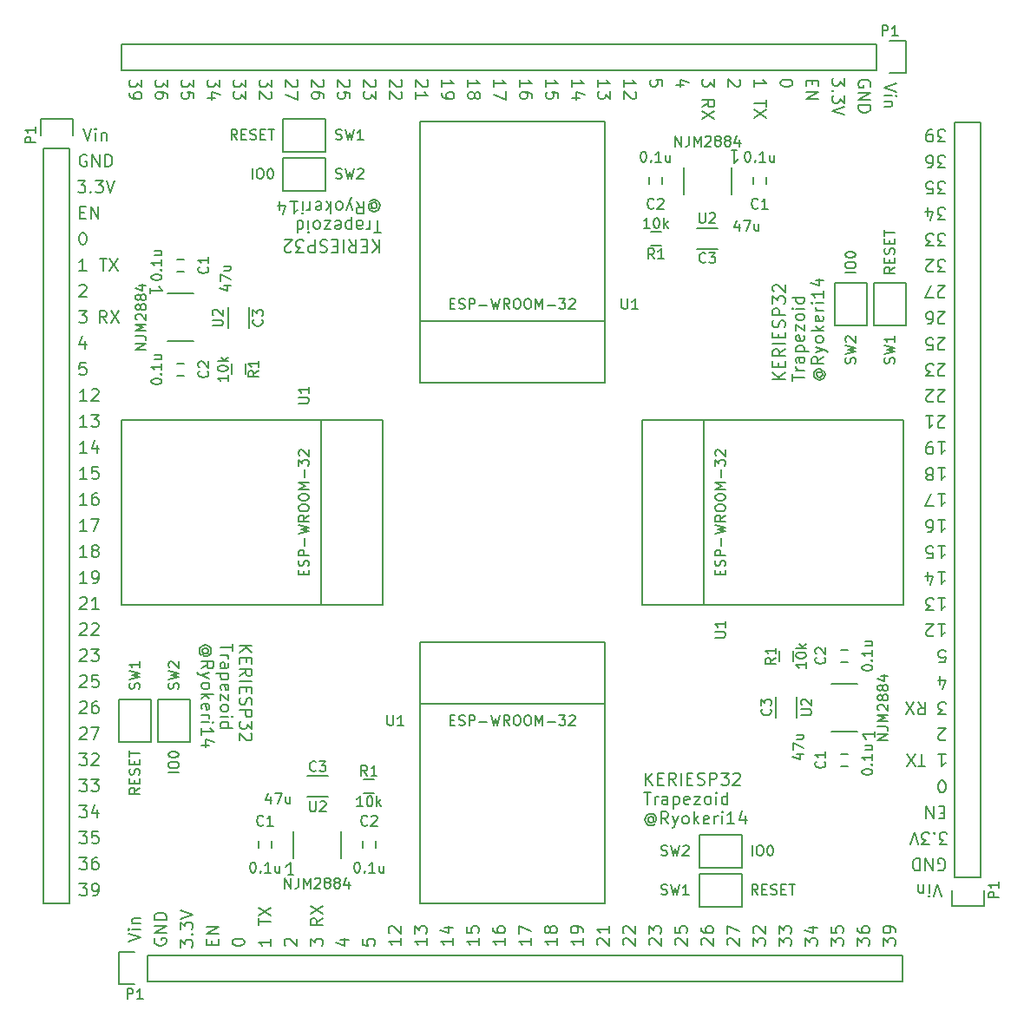
<source format=gto>
G04 #@! TF.FileFunction,Legend,Top*
%FSLAX46Y46*%
G04 Gerber Fmt 4.6, Leading zero omitted, Abs format (unit mm)*
G04 Created by KiCad (PCBNEW 4.0.1-stable) date 2017/04/09 10:59:51*
%MOMM*%
G01*
G04 APERTURE LIST*
%ADD10C,0.100000*%
%ADD11C,0.200000*%
%ADD12C,0.150000*%
G04 APERTURE END LIST*
D10*
D11*
X194967143Y-33061429D02*
X193767143Y-33461429D01*
X194967143Y-33861429D01*
X193767143Y-34261428D02*
X194567143Y-34261428D01*
X194967143Y-34261428D02*
X194910000Y-34204285D01*
X194852857Y-34261428D01*
X194910000Y-34318571D01*
X194967143Y-34261428D01*
X194852857Y-34261428D01*
X194567143Y-34832857D02*
X193767143Y-34832857D01*
X194452857Y-34832857D02*
X194510000Y-34890000D01*
X194567143Y-35004286D01*
X194567143Y-35175714D01*
X194510000Y-35290000D01*
X194395714Y-35347143D01*
X193767143Y-35347143D01*
X192370000Y-33375715D02*
X192427143Y-33261429D01*
X192427143Y-33090000D01*
X192370000Y-32918572D01*
X192255714Y-32804286D01*
X192141429Y-32747143D01*
X191912857Y-32690000D01*
X191741429Y-32690000D01*
X191512857Y-32747143D01*
X191398571Y-32804286D01*
X191284286Y-32918572D01*
X191227143Y-33090000D01*
X191227143Y-33204286D01*
X191284286Y-33375715D01*
X191341429Y-33432858D01*
X191741429Y-33432858D01*
X191741429Y-33204286D01*
X191227143Y-33947143D02*
X192427143Y-33947143D01*
X191227143Y-34632858D01*
X192427143Y-34632858D01*
X191227143Y-35204286D02*
X192427143Y-35204286D01*
X192427143Y-35490001D01*
X192370000Y-35661429D01*
X192255714Y-35775715D01*
X192141429Y-35832858D01*
X191912857Y-35890001D01*
X191741429Y-35890001D01*
X191512857Y-35832858D01*
X191398571Y-35775715D01*
X191284286Y-35661429D01*
X191227143Y-35490001D01*
X191227143Y-35204286D01*
X189887143Y-32518572D02*
X189887143Y-33261429D01*
X189430000Y-32861429D01*
X189430000Y-33032857D01*
X189372857Y-33147143D01*
X189315714Y-33204286D01*
X189201429Y-33261429D01*
X188915714Y-33261429D01*
X188801429Y-33204286D01*
X188744286Y-33147143D01*
X188687143Y-33032857D01*
X188687143Y-32690000D01*
X188744286Y-32575714D01*
X188801429Y-32518572D01*
X188801429Y-33775714D02*
X188744286Y-33832857D01*
X188687143Y-33775714D01*
X188744286Y-33718571D01*
X188801429Y-33775714D01*
X188687143Y-33775714D01*
X189887143Y-34232858D02*
X189887143Y-34975715D01*
X189430000Y-34575715D01*
X189430000Y-34747143D01*
X189372857Y-34861429D01*
X189315714Y-34918572D01*
X189201429Y-34975715D01*
X188915714Y-34975715D01*
X188801429Y-34918572D01*
X188744286Y-34861429D01*
X188687143Y-34747143D01*
X188687143Y-34404286D01*
X188744286Y-34290000D01*
X188801429Y-34232858D01*
X189887143Y-35318572D02*
X188687143Y-35718572D01*
X189887143Y-36118572D01*
X186775714Y-32769286D02*
X186775714Y-33169286D01*
X186147143Y-33340715D02*
X186147143Y-32769286D01*
X187347143Y-32769286D01*
X187347143Y-33340715D01*
X186147143Y-33855000D02*
X187347143Y-33855000D01*
X186147143Y-34540715D01*
X187347143Y-34540715D01*
X184807143Y-32962858D02*
X184807143Y-33077143D01*
X184750000Y-33191429D01*
X184692857Y-33248572D01*
X184578571Y-33305715D01*
X184350000Y-33362858D01*
X184064286Y-33362858D01*
X183835714Y-33305715D01*
X183721429Y-33248572D01*
X183664286Y-33191429D01*
X183607143Y-33077143D01*
X183607143Y-32962858D01*
X183664286Y-32848572D01*
X183721429Y-32791429D01*
X183835714Y-32734286D01*
X184064286Y-32677143D01*
X184350000Y-32677143D01*
X184578571Y-32734286D01*
X184692857Y-32791429D01*
X184750000Y-32848572D01*
X184807143Y-32962858D01*
X181067143Y-33362858D02*
X181067143Y-32677143D01*
X181067143Y-33020001D02*
X182267143Y-33020001D01*
X182095714Y-32905715D01*
X181981429Y-32791429D01*
X181924286Y-32677143D01*
X179612857Y-32677143D02*
X179670000Y-32734286D01*
X179727143Y-32848572D01*
X179727143Y-33134286D01*
X179670000Y-33248572D01*
X179612857Y-33305715D01*
X179498571Y-33362858D01*
X179384286Y-33362858D01*
X179212857Y-33305715D01*
X178527143Y-32620001D01*
X178527143Y-33362858D01*
X177187143Y-32620001D02*
X177187143Y-33362858D01*
X176730000Y-32962858D01*
X176730000Y-33134286D01*
X176672857Y-33248572D01*
X176615714Y-33305715D01*
X176501429Y-33362858D01*
X176215714Y-33362858D01*
X176101429Y-33305715D01*
X176044286Y-33248572D01*
X175987143Y-33134286D01*
X175987143Y-32791429D01*
X176044286Y-32677143D01*
X176101429Y-32620001D01*
X174247143Y-33248572D02*
X173447143Y-33248572D01*
X174704286Y-32962858D02*
X173847143Y-32677143D01*
X173847143Y-33420001D01*
X172107143Y-33305715D02*
X172107143Y-32734286D01*
X171535714Y-32677143D01*
X171592857Y-32734286D01*
X171650000Y-32848572D01*
X171650000Y-33134286D01*
X171592857Y-33248572D01*
X171535714Y-33305715D01*
X171421429Y-33362858D01*
X171135714Y-33362858D01*
X171021429Y-33305715D01*
X170964286Y-33248572D01*
X170907143Y-33134286D01*
X170907143Y-32848572D01*
X170964286Y-32734286D01*
X171021429Y-32677143D01*
X168367143Y-33426429D02*
X168367143Y-32740714D01*
X168367143Y-33083572D02*
X169567143Y-33083572D01*
X169395714Y-32969286D01*
X169281429Y-32855000D01*
X169224286Y-32740714D01*
X169452857Y-33883571D02*
X169510000Y-33940714D01*
X169567143Y-34055000D01*
X169567143Y-34340714D01*
X169510000Y-34455000D01*
X169452857Y-34512143D01*
X169338571Y-34569286D01*
X169224286Y-34569286D01*
X169052857Y-34512143D01*
X168367143Y-33826429D01*
X168367143Y-34569286D01*
X165827143Y-33426429D02*
X165827143Y-32740714D01*
X165827143Y-33083572D02*
X167027143Y-33083572D01*
X166855714Y-32969286D01*
X166741429Y-32855000D01*
X166684286Y-32740714D01*
X167027143Y-33826429D02*
X167027143Y-34569286D01*
X166570000Y-34169286D01*
X166570000Y-34340714D01*
X166512857Y-34455000D01*
X166455714Y-34512143D01*
X166341429Y-34569286D01*
X166055714Y-34569286D01*
X165941429Y-34512143D01*
X165884286Y-34455000D01*
X165827143Y-34340714D01*
X165827143Y-33997857D01*
X165884286Y-33883571D01*
X165941429Y-33826429D01*
X163287143Y-33426429D02*
X163287143Y-32740714D01*
X163287143Y-33083572D02*
X164487143Y-33083572D01*
X164315714Y-32969286D01*
X164201429Y-32855000D01*
X164144286Y-32740714D01*
X164087143Y-34455000D02*
X163287143Y-34455000D01*
X164544286Y-34169286D02*
X163687143Y-33883571D01*
X163687143Y-34626429D01*
X160747143Y-33426429D02*
X160747143Y-32740714D01*
X160747143Y-33083572D02*
X161947143Y-33083572D01*
X161775714Y-32969286D01*
X161661429Y-32855000D01*
X161604286Y-32740714D01*
X161947143Y-34512143D02*
X161947143Y-33940714D01*
X161375714Y-33883571D01*
X161432857Y-33940714D01*
X161490000Y-34055000D01*
X161490000Y-34340714D01*
X161432857Y-34455000D01*
X161375714Y-34512143D01*
X161261429Y-34569286D01*
X160975714Y-34569286D01*
X160861429Y-34512143D01*
X160804286Y-34455000D01*
X160747143Y-34340714D01*
X160747143Y-34055000D01*
X160804286Y-33940714D01*
X160861429Y-33883571D01*
X158207143Y-33426429D02*
X158207143Y-32740714D01*
X158207143Y-33083572D02*
X159407143Y-33083572D01*
X159235714Y-32969286D01*
X159121429Y-32855000D01*
X159064286Y-32740714D01*
X159407143Y-34455000D02*
X159407143Y-34226429D01*
X159350000Y-34112143D01*
X159292857Y-34055000D01*
X159121429Y-33940714D01*
X158892857Y-33883571D01*
X158435714Y-33883571D01*
X158321429Y-33940714D01*
X158264286Y-33997857D01*
X158207143Y-34112143D01*
X158207143Y-34340714D01*
X158264286Y-34455000D01*
X158321429Y-34512143D01*
X158435714Y-34569286D01*
X158721429Y-34569286D01*
X158835714Y-34512143D01*
X158892857Y-34455000D01*
X158950000Y-34340714D01*
X158950000Y-34112143D01*
X158892857Y-33997857D01*
X158835714Y-33940714D01*
X158721429Y-33883571D01*
X155667143Y-33426429D02*
X155667143Y-32740714D01*
X155667143Y-33083572D02*
X156867143Y-33083572D01*
X156695714Y-32969286D01*
X156581429Y-32855000D01*
X156524286Y-32740714D01*
X156867143Y-33826429D02*
X156867143Y-34626429D01*
X155667143Y-34112143D01*
X153127143Y-33426429D02*
X153127143Y-32740714D01*
X153127143Y-33083572D02*
X154327143Y-33083572D01*
X154155714Y-32969286D01*
X154041429Y-32855000D01*
X153984286Y-32740714D01*
X153812857Y-34112143D02*
X153870000Y-33997857D01*
X153927143Y-33940714D01*
X154041429Y-33883571D01*
X154098571Y-33883571D01*
X154212857Y-33940714D01*
X154270000Y-33997857D01*
X154327143Y-34112143D01*
X154327143Y-34340714D01*
X154270000Y-34455000D01*
X154212857Y-34512143D01*
X154098571Y-34569286D01*
X154041429Y-34569286D01*
X153927143Y-34512143D01*
X153870000Y-34455000D01*
X153812857Y-34340714D01*
X153812857Y-34112143D01*
X153755714Y-33997857D01*
X153698571Y-33940714D01*
X153584286Y-33883571D01*
X153355714Y-33883571D01*
X153241429Y-33940714D01*
X153184286Y-33997857D01*
X153127143Y-34112143D01*
X153127143Y-34340714D01*
X153184286Y-34455000D01*
X153241429Y-34512143D01*
X153355714Y-34569286D01*
X153584286Y-34569286D01*
X153698571Y-34512143D01*
X153755714Y-34455000D01*
X153812857Y-34340714D01*
X150587143Y-33426429D02*
X150587143Y-32740714D01*
X150587143Y-33083572D02*
X151787143Y-33083572D01*
X151615714Y-32969286D01*
X151501429Y-32855000D01*
X151444286Y-32740714D01*
X150587143Y-33997857D02*
X150587143Y-34226429D01*
X150644286Y-34340714D01*
X150701429Y-34397857D01*
X150872857Y-34512143D01*
X151101429Y-34569286D01*
X151558571Y-34569286D01*
X151672857Y-34512143D01*
X151730000Y-34455000D01*
X151787143Y-34340714D01*
X151787143Y-34112143D01*
X151730000Y-33997857D01*
X151672857Y-33940714D01*
X151558571Y-33883571D01*
X151272857Y-33883571D01*
X151158571Y-33940714D01*
X151101429Y-33997857D01*
X151044286Y-34112143D01*
X151044286Y-34340714D01*
X151101429Y-34455000D01*
X151158571Y-34512143D01*
X151272857Y-34569286D01*
X149132857Y-32740714D02*
X149190000Y-32797857D01*
X149247143Y-32912143D01*
X149247143Y-33197857D01*
X149190000Y-33312143D01*
X149132857Y-33369286D01*
X149018571Y-33426429D01*
X148904286Y-33426429D01*
X148732857Y-33369286D01*
X148047143Y-32683572D01*
X148047143Y-33426429D01*
X148047143Y-34569286D02*
X148047143Y-33883571D01*
X148047143Y-34226429D02*
X149247143Y-34226429D01*
X149075714Y-34112143D01*
X148961429Y-33997857D01*
X148904286Y-33883571D01*
X146592857Y-32740714D02*
X146650000Y-32797857D01*
X146707143Y-32912143D01*
X146707143Y-33197857D01*
X146650000Y-33312143D01*
X146592857Y-33369286D01*
X146478571Y-33426429D01*
X146364286Y-33426429D01*
X146192857Y-33369286D01*
X145507143Y-32683572D01*
X145507143Y-33426429D01*
X146592857Y-33883571D02*
X146650000Y-33940714D01*
X146707143Y-34055000D01*
X146707143Y-34340714D01*
X146650000Y-34455000D01*
X146592857Y-34512143D01*
X146478571Y-34569286D01*
X146364286Y-34569286D01*
X146192857Y-34512143D01*
X145507143Y-33826429D01*
X145507143Y-34569286D01*
X144052857Y-32740714D02*
X144110000Y-32797857D01*
X144167143Y-32912143D01*
X144167143Y-33197857D01*
X144110000Y-33312143D01*
X144052857Y-33369286D01*
X143938571Y-33426429D01*
X143824286Y-33426429D01*
X143652857Y-33369286D01*
X142967143Y-32683572D01*
X142967143Y-33426429D01*
X144167143Y-33826429D02*
X144167143Y-34569286D01*
X143710000Y-34169286D01*
X143710000Y-34340714D01*
X143652857Y-34455000D01*
X143595714Y-34512143D01*
X143481429Y-34569286D01*
X143195714Y-34569286D01*
X143081429Y-34512143D01*
X143024286Y-34455000D01*
X142967143Y-34340714D01*
X142967143Y-33997857D01*
X143024286Y-33883571D01*
X143081429Y-33826429D01*
X141512857Y-32740714D02*
X141570000Y-32797857D01*
X141627143Y-32912143D01*
X141627143Y-33197857D01*
X141570000Y-33312143D01*
X141512857Y-33369286D01*
X141398571Y-33426429D01*
X141284286Y-33426429D01*
X141112857Y-33369286D01*
X140427143Y-32683572D01*
X140427143Y-33426429D01*
X141627143Y-34512143D02*
X141627143Y-33940714D01*
X141055714Y-33883571D01*
X141112857Y-33940714D01*
X141170000Y-34055000D01*
X141170000Y-34340714D01*
X141112857Y-34455000D01*
X141055714Y-34512143D01*
X140941429Y-34569286D01*
X140655714Y-34569286D01*
X140541429Y-34512143D01*
X140484286Y-34455000D01*
X140427143Y-34340714D01*
X140427143Y-34055000D01*
X140484286Y-33940714D01*
X140541429Y-33883571D01*
X138972857Y-32740714D02*
X139030000Y-32797857D01*
X139087143Y-32912143D01*
X139087143Y-33197857D01*
X139030000Y-33312143D01*
X138972857Y-33369286D01*
X138858571Y-33426429D01*
X138744286Y-33426429D01*
X138572857Y-33369286D01*
X137887143Y-32683572D01*
X137887143Y-33426429D01*
X139087143Y-34455000D02*
X139087143Y-34226429D01*
X139030000Y-34112143D01*
X138972857Y-34055000D01*
X138801429Y-33940714D01*
X138572857Y-33883571D01*
X138115714Y-33883571D01*
X138001429Y-33940714D01*
X137944286Y-33997857D01*
X137887143Y-34112143D01*
X137887143Y-34340714D01*
X137944286Y-34455000D01*
X138001429Y-34512143D01*
X138115714Y-34569286D01*
X138401429Y-34569286D01*
X138515714Y-34512143D01*
X138572857Y-34455000D01*
X138630000Y-34340714D01*
X138630000Y-34112143D01*
X138572857Y-33997857D01*
X138515714Y-33940714D01*
X138401429Y-33883571D01*
X136432857Y-32740714D02*
X136490000Y-32797857D01*
X136547143Y-32912143D01*
X136547143Y-33197857D01*
X136490000Y-33312143D01*
X136432857Y-33369286D01*
X136318571Y-33426429D01*
X136204286Y-33426429D01*
X136032857Y-33369286D01*
X135347143Y-32683572D01*
X135347143Y-33426429D01*
X136547143Y-33826429D02*
X136547143Y-34626429D01*
X135347143Y-34112143D01*
X134007143Y-32683572D02*
X134007143Y-33426429D01*
X133550000Y-33026429D01*
X133550000Y-33197857D01*
X133492857Y-33312143D01*
X133435714Y-33369286D01*
X133321429Y-33426429D01*
X133035714Y-33426429D01*
X132921429Y-33369286D01*
X132864286Y-33312143D01*
X132807143Y-33197857D01*
X132807143Y-32855000D01*
X132864286Y-32740714D01*
X132921429Y-32683572D01*
X133892857Y-33883571D02*
X133950000Y-33940714D01*
X134007143Y-34055000D01*
X134007143Y-34340714D01*
X133950000Y-34455000D01*
X133892857Y-34512143D01*
X133778571Y-34569286D01*
X133664286Y-34569286D01*
X133492857Y-34512143D01*
X132807143Y-33826429D01*
X132807143Y-34569286D01*
X131467143Y-32683572D02*
X131467143Y-33426429D01*
X131010000Y-33026429D01*
X131010000Y-33197857D01*
X130952857Y-33312143D01*
X130895714Y-33369286D01*
X130781429Y-33426429D01*
X130495714Y-33426429D01*
X130381429Y-33369286D01*
X130324286Y-33312143D01*
X130267143Y-33197857D01*
X130267143Y-32855000D01*
X130324286Y-32740714D01*
X130381429Y-32683572D01*
X131467143Y-33826429D02*
X131467143Y-34569286D01*
X131010000Y-34169286D01*
X131010000Y-34340714D01*
X130952857Y-34455000D01*
X130895714Y-34512143D01*
X130781429Y-34569286D01*
X130495714Y-34569286D01*
X130381429Y-34512143D01*
X130324286Y-34455000D01*
X130267143Y-34340714D01*
X130267143Y-33997857D01*
X130324286Y-33883571D01*
X130381429Y-33826429D01*
X128927143Y-32683572D02*
X128927143Y-33426429D01*
X128470000Y-33026429D01*
X128470000Y-33197857D01*
X128412857Y-33312143D01*
X128355714Y-33369286D01*
X128241429Y-33426429D01*
X127955714Y-33426429D01*
X127841429Y-33369286D01*
X127784286Y-33312143D01*
X127727143Y-33197857D01*
X127727143Y-32855000D01*
X127784286Y-32740714D01*
X127841429Y-32683572D01*
X128527143Y-34455000D02*
X127727143Y-34455000D01*
X128984286Y-34169286D02*
X128127143Y-33883571D01*
X128127143Y-34626429D01*
X126387143Y-32683572D02*
X126387143Y-33426429D01*
X125930000Y-33026429D01*
X125930000Y-33197857D01*
X125872857Y-33312143D01*
X125815714Y-33369286D01*
X125701429Y-33426429D01*
X125415714Y-33426429D01*
X125301429Y-33369286D01*
X125244286Y-33312143D01*
X125187143Y-33197857D01*
X125187143Y-32855000D01*
X125244286Y-32740714D01*
X125301429Y-32683572D01*
X126387143Y-34512143D02*
X126387143Y-33940714D01*
X125815714Y-33883571D01*
X125872857Y-33940714D01*
X125930000Y-34055000D01*
X125930000Y-34340714D01*
X125872857Y-34455000D01*
X125815714Y-34512143D01*
X125701429Y-34569286D01*
X125415714Y-34569286D01*
X125301429Y-34512143D01*
X125244286Y-34455000D01*
X125187143Y-34340714D01*
X125187143Y-34055000D01*
X125244286Y-33940714D01*
X125301429Y-33883571D01*
X123847143Y-32683572D02*
X123847143Y-33426429D01*
X123390000Y-33026429D01*
X123390000Y-33197857D01*
X123332857Y-33312143D01*
X123275714Y-33369286D01*
X123161429Y-33426429D01*
X122875714Y-33426429D01*
X122761429Y-33369286D01*
X122704286Y-33312143D01*
X122647143Y-33197857D01*
X122647143Y-32855000D01*
X122704286Y-32740714D01*
X122761429Y-32683572D01*
X123847143Y-34455000D02*
X123847143Y-34226429D01*
X123790000Y-34112143D01*
X123732857Y-34055000D01*
X123561429Y-33940714D01*
X123332857Y-33883571D01*
X122875714Y-33883571D01*
X122761429Y-33940714D01*
X122704286Y-33997857D01*
X122647143Y-34112143D01*
X122647143Y-34340714D01*
X122704286Y-34455000D01*
X122761429Y-34512143D01*
X122875714Y-34569286D01*
X123161429Y-34569286D01*
X123275714Y-34512143D01*
X123332857Y-34455000D01*
X123390000Y-34340714D01*
X123390000Y-34112143D01*
X123332857Y-33997857D01*
X123275714Y-33940714D01*
X123161429Y-33883571D01*
X121307143Y-32683572D02*
X121307143Y-33426429D01*
X120850000Y-33026429D01*
X120850000Y-33197857D01*
X120792857Y-33312143D01*
X120735714Y-33369286D01*
X120621429Y-33426429D01*
X120335714Y-33426429D01*
X120221429Y-33369286D01*
X120164286Y-33312143D01*
X120107143Y-33197857D01*
X120107143Y-32855000D01*
X120164286Y-32740714D01*
X120221429Y-32683572D01*
X120107143Y-33997857D02*
X120107143Y-34226429D01*
X120164286Y-34340714D01*
X120221429Y-34397857D01*
X120392857Y-34512143D01*
X120621429Y-34569286D01*
X121078571Y-34569286D01*
X121192857Y-34512143D01*
X121250000Y-34455000D01*
X121307143Y-34340714D01*
X121307143Y-34112143D01*
X121250000Y-33997857D01*
X121192857Y-33940714D01*
X121078571Y-33883571D01*
X120792857Y-33883571D01*
X120678571Y-33940714D01*
X120621429Y-33997857D01*
X120564286Y-34112143D01*
X120564286Y-34340714D01*
X120621429Y-34455000D01*
X120678571Y-34512143D01*
X120792857Y-34569286D01*
X182267143Y-34645715D02*
X182267143Y-35331429D01*
X181067143Y-34988572D02*
X182267143Y-34988572D01*
X182267143Y-35617144D02*
X181067143Y-36417144D01*
X182267143Y-36417144D02*
X181067143Y-35617144D01*
X175987143Y-35360001D02*
X176558571Y-34960001D01*
X175987143Y-34674286D02*
X177187143Y-34674286D01*
X177187143Y-35131429D01*
X177130000Y-35245715D01*
X177072857Y-35302858D01*
X176958571Y-35360001D01*
X176787143Y-35360001D01*
X176672857Y-35302858D01*
X176615714Y-35245715D01*
X176558571Y-35131429D01*
X176558571Y-34674286D01*
X177187143Y-35760001D02*
X175987143Y-36560001D01*
X177187143Y-36560001D02*
X175987143Y-35760001D01*
X144494286Y-48327143D02*
X144494286Y-49527143D01*
X143808571Y-48327143D02*
X144322857Y-49012857D01*
X143808571Y-49527143D02*
X144494286Y-48841429D01*
X143294286Y-48955714D02*
X142894286Y-48955714D01*
X142722857Y-48327143D02*
X143294286Y-48327143D01*
X143294286Y-49527143D01*
X142722857Y-49527143D01*
X141522857Y-48327143D02*
X141922857Y-48898571D01*
X142208572Y-48327143D02*
X142208572Y-49527143D01*
X141751429Y-49527143D01*
X141637143Y-49470000D01*
X141580000Y-49412857D01*
X141522857Y-49298571D01*
X141522857Y-49127143D01*
X141580000Y-49012857D01*
X141637143Y-48955714D01*
X141751429Y-48898571D01*
X142208572Y-48898571D01*
X141008572Y-48327143D02*
X141008572Y-49527143D01*
X140437143Y-48955714D02*
X140037143Y-48955714D01*
X139865714Y-48327143D02*
X140437143Y-48327143D01*
X140437143Y-49527143D01*
X139865714Y-49527143D01*
X139408572Y-48384286D02*
X139237143Y-48327143D01*
X138951429Y-48327143D01*
X138837143Y-48384286D01*
X138780000Y-48441429D01*
X138722857Y-48555714D01*
X138722857Y-48670000D01*
X138780000Y-48784286D01*
X138837143Y-48841429D01*
X138951429Y-48898571D01*
X139180000Y-48955714D01*
X139294286Y-49012857D01*
X139351429Y-49070000D01*
X139408572Y-49184286D01*
X139408572Y-49298571D01*
X139351429Y-49412857D01*
X139294286Y-49470000D01*
X139180000Y-49527143D01*
X138894286Y-49527143D01*
X138722857Y-49470000D01*
X138208572Y-48327143D02*
X138208572Y-49527143D01*
X137751429Y-49527143D01*
X137637143Y-49470000D01*
X137580000Y-49412857D01*
X137522857Y-49298571D01*
X137522857Y-49127143D01*
X137580000Y-49012857D01*
X137637143Y-48955714D01*
X137751429Y-48898571D01*
X138208572Y-48898571D01*
X137122857Y-49527143D02*
X136380000Y-49527143D01*
X136780000Y-49070000D01*
X136608572Y-49070000D01*
X136494286Y-49012857D01*
X136437143Y-48955714D01*
X136380000Y-48841429D01*
X136380000Y-48555714D01*
X136437143Y-48441429D01*
X136494286Y-48384286D01*
X136608572Y-48327143D01*
X136951429Y-48327143D01*
X137065715Y-48384286D01*
X137122857Y-48441429D01*
X135922858Y-49412857D02*
X135865715Y-49470000D01*
X135751429Y-49527143D01*
X135465715Y-49527143D01*
X135351429Y-49470000D01*
X135294286Y-49412857D01*
X135237143Y-49298571D01*
X135237143Y-49184286D01*
X135294286Y-49012857D01*
X135980000Y-48327143D01*
X135237143Y-48327143D01*
X144665714Y-47647143D02*
X143980000Y-47647143D01*
X144322857Y-46447143D02*
X144322857Y-47647143D01*
X143580000Y-46447143D02*
X143580000Y-47247143D01*
X143580000Y-47018571D02*
X143522857Y-47132857D01*
X143465714Y-47190000D01*
X143351428Y-47247143D01*
X143237143Y-47247143D01*
X142322857Y-46447143D02*
X142322857Y-47075714D01*
X142380000Y-47190000D01*
X142494286Y-47247143D01*
X142722857Y-47247143D01*
X142837143Y-47190000D01*
X142322857Y-46504286D02*
X142437143Y-46447143D01*
X142722857Y-46447143D01*
X142837143Y-46504286D01*
X142894286Y-46618571D01*
X142894286Y-46732857D01*
X142837143Y-46847143D01*
X142722857Y-46904286D01*
X142437143Y-46904286D01*
X142322857Y-46961429D01*
X141751429Y-47247143D02*
X141751429Y-46047143D01*
X141751429Y-47190000D02*
X141637143Y-47247143D01*
X141408572Y-47247143D01*
X141294286Y-47190000D01*
X141237143Y-47132857D01*
X141180000Y-47018571D01*
X141180000Y-46675714D01*
X141237143Y-46561429D01*
X141294286Y-46504286D01*
X141408572Y-46447143D01*
X141637143Y-46447143D01*
X141751429Y-46504286D01*
X140208572Y-46504286D02*
X140322858Y-46447143D01*
X140551429Y-46447143D01*
X140665715Y-46504286D01*
X140722858Y-46618571D01*
X140722858Y-47075714D01*
X140665715Y-47190000D01*
X140551429Y-47247143D01*
X140322858Y-47247143D01*
X140208572Y-47190000D01*
X140151429Y-47075714D01*
X140151429Y-46961429D01*
X140722858Y-46847143D01*
X139751429Y-47247143D02*
X139122858Y-47247143D01*
X139751429Y-46447143D01*
X139122858Y-46447143D01*
X138494286Y-46447143D02*
X138608572Y-46504286D01*
X138665715Y-46561429D01*
X138722858Y-46675714D01*
X138722858Y-47018571D01*
X138665715Y-47132857D01*
X138608572Y-47190000D01*
X138494286Y-47247143D01*
X138322858Y-47247143D01*
X138208572Y-47190000D01*
X138151429Y-47132857D01*
X138094286Y-47018571D01*
X138094286Y-46675714D01*
X138151429Y-46561429D01*
X138208572Y-46504286D01*
X138322858Y-46447143D01*
X138494286Y-46447143D01*
X137580001Y-46447143D02*
X137580001Y-47247143D01*
X137580001Y-47647143D02*
X137637144Y-47590000D01*
X137580001Y-47532857D01*
X137522858Y-47590000D01*
X137580001Y-47647143D01*
X137580001Y-47532857D01*
X136494286Y-46447143D02*
X136494286Y-47647143D01*
X136494286Y-46504286D02*
X136608572Y-46447143D01*
X136837143Y-46447143D01*
X136951429Y-46504286D01*
X137008572Y-46561429D01*
X137065715Y-46675714D01*
X137065715Y-47018571D01*
X137008572Y-47132857D01*
X136951429Y-47190000D01*
X136837143Y-47247143D01*
X136608572Y-47247143D01*
X136494286Y-47190000D01*
X143751429Y-45138571D02*
X143808571Y-45195714D01*
X143922857Y-45252857D01*
X144037143Y-45252857D01*
X144151429Y-45195714D01*
X144208571Y-45138571D01*
X144265714Y-45024286D01*
X144265714Y-44910000D01*
X144208571Y-44795714D01*
X144151429Y-44738571D01*
X144037143Y-44681429D01*
X143922857Y-44681429D01*
X143808571Y-44738571D01*
X143751429Y-44795714D01*
X143751429Y-45252857D02*
X143751429Y-44795714D01*
X143694286Y-44738571D01*
X143637143Y-44738571D01*
X143522857Y-44795714D01*
X143465714Y-44910000D01*
X143465714Y-45195714D01*
X143580000Y-45367143D01*
X143751429Y-45481429D01*
X143980000Y-45538571D01*
X144208571Y-45481429D01*
X144380000Y-45367143D01*
X144494286Y-45195714D01*
X144551429Y-44967143D01*
X144494286Y-44738571D01*
X144380000Y-44567143D01*
X144208571Y-44452857D01*
X143980000Y-44395714D01*
X143751429Y-44452857D01*
X143580000Y-44567143D01*
X142265714Y-44567143D02*
X142665714Y-45138571D01*
X142951429Y-44567143D02*
X142951429Y-45767143D01*
X142494286Y-45767143D01*
X142380000Y-45710000D01*
X142322857Y-45652857D01*
X142265714Y-45538571D01*
X142265714Y-45367143D01*
X142322857Y-45252857D01*
X142380000Y-45195714D01*
X142494286Y-45138571D01*
X142951429Y-45138571D01*
X141865714Y-45367143D02*
X141580000Y-44567143D01*
X141294286Y-45367143D02*
X141580000Y-44567143D01*
X141694286Y-44281429D01*
X141751429Y-44224286D01*
X141865714Y-44167143D01*
X140665714Y-44567143D02*
X140780000Y-44624286D01*
X140837143Y-44681429D01*
X140894286Y-44795714D01*
X140894286Y-45138571D01*
X140837143Y-45252857D01*
X140780000Y-45310000D01*
X140665714Y-45367143D01*
X140494286Y-45367143D01*
X140380000Y-45310000D01*
X140322857Y-45252857D01*
X140265714Y-45138571D01*
X140265714Y-44795714D01*
X140322857Y-44681429D01*
X140380000Y-44624286D01*
X140494286Y-44567143D01*
X140665714Y-44567143D01*
X139751429Y-44567143D02*
X139751429Y-45767143D01*
X139637143Y-45024286D02*
X139294286Y-44567143D01*
X139294286Y-45367143D02*
X139751429Y-44910000D01*
X138322857Y-44624286D02*
X138437143Y-44567143D01*
X138665714Y-44567143D01*
X138780000Y-44624286D01*
X138837143Y-44738571D01*
X138837143Y-45195714D01*
X138780000Y-45310000D01*
X138665714Y-45367143D01*
X138437143Y-45367143D01*
X138322857Y-45310000D01*
X138265714Y-45195714D01*
X138265714Y-45081429D01*
X138837143Y-44967143D01*
X137751429Y-44567143D02*
X137751429Y-45367143D01*
X137751429Y-45138571D02*
X137694286Y-45252857D01*
X137637143Y-45310000D01*
X137522857Y-45367143D01*
X137408572Y-45367143D01*
X137008572Y-44567143D02*
X137008572Y-45367143D01*
X137008572Y-45767143D02*
X137065715Y-45710000D01*
X137008572Y-45652857D01*
X136951429Y-45710000D01*
X137008572Y-45767143D01*
X137008572Y-45652857D01*
X135808571Y-44567143D02*
X136494286Y-44567143D01*
X136151428Y-44567143D02*
X136151428Y-45767143D01*
X136265714Y-45595714D01*
X136380000Y-45481429D01*
X136494286Y-45424286D01*
X134780000Y-45367143D02*
X134780000Y-44567143D01*
X135065714Y-45824286D02*
X135351429Y-44967143D01*
X134608571Y-44967143D01*
X130877143Y-87915714D02*
X132077143Y-87915714D01*
X130877143Y-88601429D02*
X131562857Y-88087143D01*
X132077143Y-88601429D02*
X131391429Y-87915714D01*
X131505714Y-89115714D02*
X131505714Y-89515714D01*
X130877143Y-89687143D02*
X130877143Y-89115714D01*
X132077143Y-89115714D01*
X132077143Y-89687143D01*
X130877143Y-90887143D02*
X131448571Y-90487143D01*
X130877143Y-90201428D02*
X132077143Y-90201428D01*
X132077143Y-90658571D01*
X132020000Y-90772857D01*
X131962857Y-90830000D01*
X131848571Y-90887143D01*
X131677143Y-90887143D01*
X131562857Y-90830000D01*
X131505714Y-90772857D01*
X131448571Y-90658571D01*
X131448571Y-90201428D01*
X130877143Y-91401428D02*
X132077143Y-91401428D01*
X131505714Y-91972857D02*
X131505714Y-92372857D01*
X130877143Y-92544286D02*
X130877143Y-91972857D01*
X132077143Y-91972857D01*
X132077143Y-92544286D01*
X130934286Y-93001428D02*
X130877143Y-93172857D01*
X130877143Y-93458571D01*
X130934286Y-93572857D01*
X130991429Y-93630000D01*
X131105714Y-93687143D01*
X131220000Y-93687143D01*
X131334286Y-93630000D01*
X131391429Y-93572857D01*
X131448571Y-93458571D01*
X131505714Y-93230000D01*
X131562857Y-93115714D01*
X131620000Y-93058571D01*
X131734286Y-93001428D01*
X131848571Y-93001428D01*
X131962857Y-93058571D01*
X132020000Y-93115714D01*
X132077143Y-93230000D01*
X132077143Y-93515714D01*
X132020000Y-93687143D01*
X130877143Y-94201428D02*
X132077143Y-94201428D01*
X132077143Y-94658571D01*
X132020000Y-94772857D01*
X131962857Y-94830000D01*
X131848571Y-94887143D01*
X131677143Y-94887143D01*
X131562857Y-94830000D01*
X131505714Y-94772857D01*
X131448571Y-94658571D01*
X131448571Y-94201428D01*
X132077143Y-95287143D02*
X132077143Y-96030000D01*
X131620000Y-95630000D01*
X131620000Y-95801428D01*
X131562857Y-95915714D01*
X131505714Y-95972857D01*
X131391429Y-96030000D01*
X131105714Y-96030000D01*
X130991429Y-95972857D01*
X130934286Y-95915714D01*
X130877143Y-95801428D01*
X130877143Y-95458571D01*
X130934286Y-95344285D01*
X130991429Y-95287143D01*
X131962857Y-96487142D02*
X132020000Y-96544285D01*
X132077143Y-96658571D01*
X132077143Y-96944285D01*
X132020000Y-97058571D01*
X131962857Y-97115714D01*
X131848571Y-97172857D01*
X131734286Y-97172857D01*
X131562857Y-97115714D01*
X130877143Y-96430000D01*
X130877143Y-97172857D01*
X130197143Y-87744286D02*
X130197143Y-88430000D01*
X128997143Y-88087143D02*
X130197143Y-88087143D01*
X128997143Y-88830000D02*
X129797143Y-88830000D01*
X129568571Y-88830000D02*
X129682857Y-88887143D01*
X129740000Y-88944286D01*
X129797143Y-89058572D01*
X129797143Y-89172857D01*
X128997143Y-90087143D02*
X129625714Y-90087143D01*
X129740000Y-90030000D01*
X129797143Y-89915714D01*
X129797143Y-89687143D01*
X129740000Y-89572857D01*
X129054286Y-90087143D02*
X128997143Y-89972857D01*
X128997143Y-89687143D01*
X129054286Y-89572857D01*
X129168571Y-89515714D01*
X129282857Y-89515714D01*
X129397143Y-89572857D01*
X129454286Y-89687143D01*
X129454286Y-89972857D01*
X129511429Y-90087143D01*
X129797143Y-90658571D02*
X128597143Y-90658571D01*
X129740000Y-90658571D02*
X129797143Y-90772857D01*
X129797143Y-91001428D01*
X129740000Y-91115714D01*
X129682857Y-91172857D01*
X129568571Y-91230000D01*
X129225714Y-91230000D01*
X129111429Y-91172857D01*
X129054286Y-91115714D01*
X128997143Y-91001428D01*
X128997143Y-90772857D01*
X129054286Y-90658571D01*
X129054286Y-92201428D02*
X128997143Y-92087142D01*
X128997143Y-91858571D01*
X129054286Y-91744285D01*
X129168571Y-91687142D01*
X129625714Y-91687142D01*
X129740000Y-91744285D01*
X129797143Y-91858571D01*
X129797143Y-92087142D01*
X129740000Y-92201428D01*
X129625714Y-92258571D01*
X129511429Y-92258571D01*
X129397143Y-91687142D01*
X129797143Y-92658571D02*
X129797143Y-93287142D01*
X128997143Y-92658571D01*
X128997143Y-93287142D01*
X128997143Y-93915714D02*
X129054286Y-93801428D01*
X129111429Y-93744285D01*
X129225714Y-93687142D01*
X129568571Y-93687142D01*
X129682857Y-93744285D01*
X129740000Y-93801428D01*
X129797143Y-93915714D01*
X129797143Y-94087142D01*
X129740000Y-94201428D01*
X129682857Y-94258571D01*
X129568571Y-94315714D01*
X129225714Y-94315714D01*
X129111429Y-94258571D01*
X129054286Y-94201428D01*
X128997143Y-94087142D01*
X128997143Y-93915714D01*
X128997143Y-94829999D02*
X129797143Y-94829999D01*
X130197143Y-94829999D02*
X130140000Y-94772856D01*
X130082857Y-94829999D01*
X130140000Y-94887142D01*
X130197143Y-94829999D01*
X130082857Y-94829999D01*
X128997143Y-95915714D02*
X130197143Y-95915714D01*
X129054286Y-95915714D02*
X128997143Y-95801428D01*
X128997143Y-95572857D01*
X129054286Y-95458571D01*
X129111429Y-95401428D01*
X129225714Y-95344285D01*
X129568571Y-95344285D01*
X129682857Y-95401428D01*
X129740000Y-95458571D01*
X129797143Y-95572857D01*
X129797143Y-95801428D01*
X129740000Y-95915714D01*
X127688571Y-88658571D02*
X127745714Y-88601429D01*
X127802857Y-88487143D01*
X127802857Y-88372857D01*
X127745714Y-88258571D01*
X127688571Y-88201429D01*
X127574286Y-88144286D01*
X127460000Y-88144286D01*
X127345714Y-88201429D01*
X127288571Y-88258571D01*
X127231429Y-88372857D01*
X127231429Y-88487143D01*
X127288571Y-88601429D01*
X127345714Y-88658571D01*
X127802857Y-88658571D02*
X127345714Y-88658571D01*
X127288571Y-88715714D01*
X127288571Y-88772857D01*
X127345714Y-88887143D01*
X127460000Y-88944286D01*
X127745714Y-88944286D01*
X127917143Y-88830000D01*
X128031429Y-88658571D01*
X128088571Y-88430000D01*
X128031429Y-88201429D01*
X127917143Y-88030000D01*
X127745714Y-87915714D01*
X127517143Y-87858571D01*
X127288571Y-87915714D01*
X127117143Y-88030000D01*
X127002857Y-88201429D01*
X126945714Y-88430000D01*
X127002857Y-88658571D01*
X127117143Y-88830000D01*
X127117143Y-90144286D02*
X127688571Y-89744286D01*
X127117143Y-89458571D02*
X128317143Y-89458571D01*
X128317143Y-89915714D01*
X128260000Y-90030000D01*
X128202857Y-90087143D01*
X128088571Y-90144286D01*
X127917143Y-90144286D01*
X127802857Y-90087143D01*
X127745714Y-90030000D01*
X127688571Y-89915714D01*
X127688571Y-89458571D01*
X127917143Y-90544286D02*
X127117143Y-90830000D01*
X127917143Y-91115714D02*
X127117143Y-90830000D01*
X126831429Y-90715714D01*
X126774286Y-90658571D01*
X126717143Y-90544286D01*
X127117143Y-91744286D02*
X127174286Y-91630000D01*
X127231429Y-91572857D01*
X127345714Y-91515714D01*
X127688571Y-91515714D01*
X127802857Y-91572857D01*
X127860000Y-91630000D01*
X127917143Y-91744286D01*
X127917143Y-91915714D01*
X127860000Y-92030000D01*
X127802857Y-92087143D01*
X127688571Y-92144286D01*
X127345714Y-92144286D01*
X127231429Y-92087143D01*
X127174286Y-92030000D01*
X127117143Y-91915714D01*
X127117143Y-91744286D01*
X127117143Y-92658571D02*
X128317143Y-92658571D01*
X127574286Y-92772857D02*
X127117143Y-93115714D01*
X127917143Y-93115714D02*
X127460000Y-92658571D01*
X127174286Y-94087143D02*
X127117143Y-93972857D01*
X127117143Y-93744286D01*
X127174286Y-93630000D01*
X127288571Y-93572857D01*
X127745714Y-93572857D01*
X127860000Y-93630000D01*
X127917143Y-93744286D01*
X127917143Y-93972857D01*
X127860000Y-94087143D01*
X127745714Y-94144286D01*
X127631429Y-94144286D01*
X127517143Y-93572857D01*
X127117143Y-94658571D02*
X127917143Y-94658571D01*
X127688571Y-94658571D02*
X127802857Y-94715714D01*
X127860000Y-94772857D01*
X127917143Y-94887143D01*
X127917143Y-95001428D01*
X127117143Y-95401428D02*
X127917143Y-95401428D01*
X128317143Y-95401428D02*
X128260000Y-95344285D01*
X128202857Y-95401428D01*
X128260000Y-95458571D01*
X128317143Y-95401428D01*
X128202857Y-95401428D01*
X127117143Y-96601429D02*
X127117143Y-95915714D01*
X127117143Y-96258572D02*
X128317143Y-96258572D01*
X128145714Y-96144286D01*
X128031429Y-96030000D01*
X127974286Y-95915714D01*
X127917143Y-97630000D02*
X127117143Y-97630000D01*
X128374286Y-97344286D02*
X127517143Y-97058571D01*
X127517143Y-97801429D01*
X117910001Y-56422857D02*
X117510001Y-55851429D01*
X117224286Y-56422857D02*
X117224286Y-55222857D01*
X117681429Y-55222857D01*
X117795715Y-55280000D01*
X117852858Y-55337143D01*
X117910001Y-55451429D01*
X117910001Y-55622857D01*
X117852858Y-55737143D01*
X117795715Y-55794286D01*
X117681429Y-55851429D01*
X117224286Y-55851429D01*
X118310001Y-55222857D02*
X119110001Y-56422857D01*
X119110001Y-55222857D02*
X118310001Y-56422857D01*
X117195715Y-50142857D02*
X117881429Y-50142857D01*
X117538572Y-51342857D02*
X117538572Y-50142857D01*
X118167144Y-50142857D02*
X118967144Y-51342857D01*
X118967144Y-50142857D02*
X118167144Y-51342857D01*
X115233572Y-111102857D02*
X115976429Y-111102857D01*
X115576429Y-111560000D01*
X115747857Y-111560000D01*
X115862143Y-111617143D01*
X115919286Y-111674286D01*
X115976429Y-111788571D01*
X115976429Y-112074286D01*
X115919286Y-112188571D01*
X115862143Y-112245714D01*
X115747857Y-112302857D01*
X115405000Y-112302857D01*
X115290714Y-112245714D01*
X115233572Y-112188571D01*
X116547857Y-112302857D02*
X116776429Y-112302857D01*
X116890714Y-112245714D01*
X116947857Y-112188571D01*
X117062143Y-112017143D01*
X117119286Y-111788571D01*
X117119286Y-111331429D01*
X117062143Y-111217143D01*
X117005000Y-111160000D01*
X116890714Y-111102857D01*
X116662143Y-111102857D01*
X116547857Y-111160000D01*
X116490714Y-111217143D01*
X116433571Y-111331429D01*
X116433571Y-111617143D01*
X116490714Y-111731429D01*
X116547857Y-111788571D01*
X116662143Y-111845714D01*
X116890714Y-111845714D01*
X117005000Y-111788571D01*
X117062143Y-111731429D01*
X117119286Y-111617143D01*
X115233572Y-108562857D02*
X115976429Y-108562857D01*
X115576429Y-109020000D01*
X115747857Y-109020000D01*
X115862143Y-109077143D01*
X115919286Y-109134286D01*
X115976429Y-109248571D01*
X115976429Y-109534286D01*
X115919286Y-109648571D01*
X115862143Y-109705714D01*
X115747857Y-109762857D01*
X115405000Y-109762857D01*
X115290714Y-109705714D01*
X115233572Y-109648571D01*
X117005000Y-108562857D02*
X116776429Y-108562857D01*
X116662143Y-108620000D01*
X116605000Y-108677143D01*
X116490714Y-108848571D01*
X116433571Y-109077143D01*
X116433571Y-109534286D01*
X116490714Y-109648571D01*
X116547857Y-109705714D01*
X116662143Y-109762857D01*
X116890714Y-109762857D01*
X117005000Y-109705714D01*
X117062143Y-109648571D01*
X117119286Y-109534286D01*
X117119286Y-109248571D01*
X117062143Y-109134286D01*
X117005000Y-109077143D01*
X116890714Y-109020000D01*
X116662143Y-109020000D01*
X116547857Y-109077143D01*
X116490714Y-109134286D01*
X116433571Y-109248571D01*
X115233572Y-106022857D02*
X115976429Y-106022857D01*
X115576429Y-106480000D01*
X115747857Y-106480000D01*
X115862143Y-106537143D01*
X115919286Y-106594286D01*
X115976429Y-106708571D01*
X115976429Y-106994286D01*
X115919286Y-107108571D01*
X115862143Y-107165714D01*
X115747857Y-107222857D01*
X115405000Y-107222857D01*
X115290714Y-107165714D01*
X115233572Y-107108571D01*
X117062143Y-106022857D02*
X116490714Y-106022857D01*
X116433571Y-106594286D01*
X116490714Y-106537143D01*
X116605000Y-106480000D01*
X116890714Y-106480000D01*
X117005000Y-106537143D01*
X117062143Y-106594286D01*
X117119286Y-106708571D01*
X117119286Y-106994286D01*
X117062143Y-107108571D01*
X117005000Y-107165714D01*
X116890714Y-107222857D01*
X116605000Y-107222857D01*
X116490714Y-107165714D01*
X116433571Y-107108571D01*
X115233572Y-103482857D02*
X115976429Y-103482857D01*
X115576429Y-103940000D01*
X115747857Y-103940000D01*
X115862143Y-103997143D01*
X115919286Y-104054286D01*
X115976429Y-104168571D01*
X115976429Y-104454286D01*
X115919286Y-104568571D01*
X115862143Y-104625714D01*
X115747857Y-104682857D01*
X115405000Y-104682857D01*
X115290714Y-104625714D01*
X115233572Y-104568571D01*
X117005000Y-103882857D02*
X117005000Y-104682857D01*
X116719286Y-103425714D02*
X116433571Y-104282857D01*
X117176429Y-104282857D01*
X115233572Y-100942857D02*
X115976429Y-100942857D01*
X115576429Y-101400000D01*
X115747857Y-101400000D01*
X115862143Y-101457143D01*
X115919286Y-101514286D01*
X115976429Y-101628571D01*
X115976429Y-101914286D01*
X115919286Y-102028571D01*
X115862143Y-102085714D01*
X115747857Y-102142857D01*
X115405000Y-102142857D01*
X115290714Y-102085714D01*
X115233572Y-102028571D01*
X116376429Y-100942857D02*
X117119286Y-100942857D01*
X116719286Y-101400000D01*
X116890714Y-101400000D01*
X117005000Y-101457143D01*
X117062143Y-101514286D01*
X117119286Y-101628571D01*
X117119286Y-101914286D01*
X117062143Y-102028571D01*
X117005000Y-102085714D01*
X116890714Y-102142857D01*
X116547857Y-102142857D01*
X116433571Y-102085714D01*
X116376429Y-102028571D01*
X115233572Y-98402857D02*
X115976429Y-98402857D01*
X115576429Y-98860000D01*
X115747857Y-98860000D01*
X115862143Y-98917143D01*
X115919286Y-98974286D01*
X115976429Y-99088571D01*
X115976429Y-99374286D01*
X115919286Y-99488571D01*
X115862143Y-99545714D01*
X115747857Y-99602857D01*
X115405000Y-99602857D01*
X115290714Y-99545714D01*
X115233572Y-99488571D01*
X116433571Y-98517143D02*
X116490714Y-98460000D01*
X116605000Y-98402857D01*
X116890714Y-98402857D01*
X117005000Y-98460000D01*
X117062143Y-98517143D01*
X117119286Y-98631429D01*
X117119286Y-98745714D01*
X117062143Y-98917143D01*
X116376429Y-99602857D01*
X117119286Y-99602857D01*
X115290714Y-95977143D02*
X115347857Y-95920000D01*
X115462143Y-95862857D01*
X115747857Y-95862857D01*
X115862143Y-95920000D01*
X115919286Y-95977143D01*
X115976429Y-96091429D01*
X115976429Y-96205714D01*
X115919286Y-96377143D01*
X115233572Y-97062857D01*
X115976429Y-97062857D01*
X116376429Y-95862857D02*
X117176429Y-95862857D01*
X116662143Y-97062857D01*
X115290714Y-93437143D02*
X115347857Y-93380000D01*
X115462143Y-93322857D01*
X115747857Y-93322857D01*
X115862143Y-93380000D01*
X115919286Y-93437143D01*
X115976429Y-93551429D01*
X115976429Y-93665714D01*
X115919286Y-93837143D01*
X115233572Y-94522857D01*
X115976429Y-94522857D01*
X117005000Y-93322857D02*
X116776429Y-93322857D01*
X116662143Y-93380000D01*
X116605000Y-93437143D01*
X116490714Y-93608571D01*
X116433571Y-93837143D01*
X116433571Y-94294286D01*
X116490714Y-94408571D01*
X116547857Y-94465714D01*
X116662143Y-94522857D01*
X116890714Y-94522857D01*
X117005000Y-94465714D01*
X117062143Y-94408571D01*
X117119286Y-94294286D01*
X117119286Y-94008571D01*
X117062143Y-93894286D01*
X117005000Y-93837143D01*
X116890714Y-93780000D01*
X116662143Y-93780000D01*
X116547857Y-93837143D01*
X116490714Y-93894286D01*
X116433571Y-94008571D01*
X115290714Y-90897143D02*
X115347857Y-90840000D01*
X115462143Y-90782857D01*
X115747857Y-90782857D01*
X115862143Y-90840000D01*
X115919286Y-90897143D01*
X115976429Y-91011429D01*
X115976429Y-91125714D01*
X115919286Y-91297143D01*
X115233572Y-91982857D01*
X115976429Y-91982857D01*
X117062143Y-90782857D02*
X116490714Y-90782857D01*
X116433571Y-91354286D01*
X116490714Y-91297143D01*
X116605000Y-91240000D01*
X116890714Y-91240000D01*
X117005000Y-91297143D01*
X117062143Y-91354286D01*
X117119286Y-91468571D01*
X117119286Y-91754286D01*
X117062143Y-91868571D01*
X117005000Y-91925714D01*
X116890714Y-91982857D01*
X116605000Y-91982857D01*
X116490714Y-91925714D01*
X116433571Y-91868571D01*
X115290714Y-88357143D02*
X115347857Y-88300000D01*
X115462143Y-88242857D01*
X115747857Y-88242857D01*
X115862143Y-88300000D01*
X115919286Y-88357143D01*
X115976429Y-88471429D01*
X115976429Y-88585714D01*
X115919286Y-88757143D01*
X115233572Y-89442857D01*
X115976429Y-89442857D01*
X116376429Y-88242857D02*
X117119286Y-88242857D01*
X116719286Y-88700000D01*
X116890714Y-88700000D01*
X117005000Y-88757143D01*
X117062143Y-88814286D01*
X117119286Y-88928571D01*
X117119286Y-89214286D01*
X117062143Y-89328571D01*
X117005000Y-89385714D01*
X116890714Y-89442857D01*
X116547857Y-89442857D01*
X116433571Y-89385714D01*
X116376429Y-89328571D01*
X115290714Y-85817143D02*
X115347857Y-85760000D01*
X115462143Y-85702857D01*
X115747857Y-85702857D01*
X115862143Y-85760000D01*
X115919286Y-85817143D01*
X115976429Y-85931429D01*
X115976429Y-86045714D01*
X115919286Y-86217143D01*
X115233572Y-86902857D01*
X115976429Y-86902857D01*
X116433571Y-85817143D02*
X116490714Y-85760000D01*
X116605000Y-85702857D01*
X116890714Y-85702857D01*
X117005000Y-85760000D01*
X117062143Y-85817143D01*
X117119286Y-85931429D01*
X117119286Y-86045714D01*
X117062143Y-86217143D01*
X116376429Y-86902857D01*
X117119286Y-86902857D01*
X115290714Y-83277143D02*
X115347857Y-83220000D01*
X115462143Y-83162857D01*
X115747857Y-83162857D01*
X115862143Y-83220000D01*
X115919286Y-83277143D01*
X115976429Y-83391429D01*
X115976429Y-83505714D01*
X115919286Y-83677143D01*
X115233572Y-84362857D01*
X115976429Y-84362857D01*
X117119286Y-84362857D02*
X116433571Y-84362857D01*
X116776429Y-84362857D02*
X116776429Y-83162857D01*
X116662143Y-83334286D01*
X116547857Y-83448571D01*
X116433571Y-83505714D01*
X115976429Y-81822857D02*
X115290714Y-81822857D01*
X115633572Y-81822857D02*
X115633572Y-80622857D01*
X115519286Y-80794286D01*
X115405000Y-80908571D01*
X115290714Y-80965714D01*
X116547857Y-81822857D02*
X116776429Y-81822857D01*
X116890714Y-81765714D01*
X116947857Y-81708571D01*
X117062143Y-81537143D01*
X117119286Y-81308571D01*
X117119286Y-80851429D01*
X117062143Y-80737143D01*
X117005000Y-80680000D01*
X116890714Y-80622857D01*
X116662143Y-80622857D01*
X116547857Y-80680000D01*
X116490714Y-80737143D01*
X116433571Y-80851429D01*
X116433571Y-81137143D01*
X116490714Y-81251429D01*
X116547857Y-81308571D01*
X116662143Y-81365714D01*
X116890714Y-81365714D01*
X117005000Y-81308571D01*
X117062143Y-81251429D01*
X117119286Y-81137143D01*
X115976429Y-79282857D02*
X115290714Y-79282857D01*
X115633572Y-79282857D02*
X115633572Y-78082857D01*
X115519286Y-78254286D01*
X115405000Y-78368571D01*
X115290714Y-78425714D01*
X116662143Y-78597143D02*
X116547857Y-78540000D01*
X116490714Y-78482857D01*
X116433571Y-78368571D01*
X116433571Y-78311429D01*
X116490714Y-78197143D01*
X116547857Y-78140000D01*
X116662143Y-78082857D01*
X116890714Y-78082857D01*
X117005000Y-78140000D01*
X117062143Y-78197143D01*
X117119286Y-78311429D01*
X117119286Y-78368571D01*
X117062143Y-78482857D01*
X117005000Y-78540000D01*
X116890714Y-78597143D01*
X116662143Y-78597143D01*
X116547857Y-78654286D01*
X116490714Y-78711429D01*
X116433571Y-78825714D01*
X116433571Y-79054286D01*
X116490714Y-79168571D01*
X116547857Y-79225714D01*
X116662143Y-79282857D01*
X116890714Y-79282857D01*
X117005000Y-79225714D01*
X117062143Y-79168571D01*
X117119286Y-79054286D01*
X117119286Y-78825714D01*
X117062143Y-78711429D01*
X117005000Y-78654286D01*
X116890714Y-78597143D01*
X115976429Y-76742857D02*
X115290714Y-76742857D01*
X115633572Y-76742857D02*
X115633572Y-75542857D01*
X115519286Y-75714286D01*
X115405000Y-75828571D01*
X115290714Y-75885714D01*
X116376429Y-75542857D02*
X117176429Y-75542857D01*
X116662143Y-76742857D01*
X115976429Y-74202857D02*
X115290714Y-74202857D01*
X115633572Y-74202857D02*
X115633572Y-73002857D01*
X115519286Y-73174286D01*
X115405000Y-73288571D01*
X115290714Y-73345714D01*
X117005000Y-73002857D02*
X116776429Y-73002857D01*
X116662143Y-73060000D01*
X116605000Y-73117143D01*
X116490714Y-73288571D01*
X116433571Y-73517143D01*
X116433571Y-73974286D01*
X116490714Y-74088571D01*
X116547857Y-74145714D01*
X116662143Y-74202857D01*
X116890714Y-74202857D01*
X117005000Y-74145714D01*
X117062143Y-74088571D01*
X117119286Y-73974286D01*
X117119286Y-73688571D01*
X117062143Y-73574286D01*
X117005000Y-73517143D01*
X116890714Y-73460000D01*
X116662143Y-73460000D01*
X116547857Y-73517143D01*
X116490714Y-73574286D01*
X116433571Y-73688571D01*
X115976429Y-71662857D02*
X115290714Y-71662857D01*
X115633572Y-71662857D02*
X115633572Y-70462857D01*
X115519286Y-70634286D01*
X115405000Y-70748571D01*
X115290714Y-70805714D01*
X117062143Y-70462857D02*
X116490714Y-70462857D01*
X116433571Y-71034286D01*
X116490714Y-70977143D01*
X116605000Y-70920000D01*
X116890714Y-70920000D01*
X117005000Y-70977143D01*
X117062143Y-71034286D01*
X117119286Y-71148571D01*
X117119286Y-71434286D01*
X117062143Y-71548571D01*
X117005000Y-71605714D01*
X116890714Y-71662857D01*
X116605000Y-71662857D01*
X116490714Y-71605714D01*
X116433571Y-71548571D01*
X115976429Y-69122857D02*
X115290714Y-69122857D01*
X115633572Y-69122857D02*
X115633572Y-67922857D01*
X115519286Y-68094286D01*
X115405000Y-68208571D01*
X115290714Y-68265714D01*
X117005000Y-68322857D02*
X117005000Y-69122857D01*
X116719286Y-67865714D02*
X116433571Y-68722857D01*
X117176429Y-68722857D01*
X115976429Y-66582857D02*
X115290714Y-66582857D01*
X115633572Y-66582857D02*
X115633572Y-65382857D01*
X115519286Y-65554286D01*
X115405000Y-65668571D01*
X115290714Y-65725714D01*
X116376429Y-65382857D02*
X117119286Y-65382857D01*
X116719286Y-65840000D01*
X116890714Y-65840000D01*
X117005000Y-65897143D01*
X117062143Y-65954286D01*
X117119286Y-66068571D01*
X117119286Y-66354286D01*
X117062143Y-66468571D01*
X117005000Y-66525714D01*
X116890714Y-66582857D01*
X116547857Y-66582857D01*
X116433571Y-66525714D01*
X116376429Y-66468571D01*
X115976429Y-64042857D02*
X115290714Y-64042857D01*
X115633572Y-64042857D02*
X115633572Y-62842857D01*
X115519286Y-63014286D01*
X115405000Y-63128571D01*
X115290714Y-63185714D01*
X116433571Y-62957143D02*
X116490714Y-62900000D01*
X116605000Y-62842857D01*
X116890714Y-62842857D01*
X117005000Y-62900000D01*
X117062143Y-62957143D01*
X117119286Y-63071429D01*
X117119286Y-63185714D01*
X117062143Y-63357143D01*
X116376429Y-64042857D01*
X117119286Y-64042857D01*
X115855715Y-60302857D02*
X115284286Y-60302857D01*
X115227143Y-60874286D01*
X115284286Y-60817143D01*
X115398572Y-60760000D01*
X115684286Y-60760000D01*
X115798572Y-60817143D01*
X115855715Y-60874286D01*
X115912858Y-60988571D01*
X115912858Y-61274286D01*
X115855715Y-61388571D01*
X115798572Y-61445714D01*
X115684286Y-61502857D01*
X115398572Y-61502857D01*
X115284286Y-61445714D01*
X115227143Y-61388571D01*
X115798572Y-58162857D02*
X115798572Y-58962857D01*
X115512858Y-57705714D02*
X115227143Y-58562857D01*
X115970001Y-58562857D01*
X115170001Y-55222857D02*
X115912858Y-55222857D01*
X115512858Y-55680000D01*
X115684286Y-55680000D01*
X115798572Y-55737143D01*
X115855715Y-55794286D01*
X115912858Y-55908571D01*
X115912858Y-56194286D01*
X115855715Y-56308571D01*
X115798572Y-56365714D01*
X115684286Y-56422857D01*
X115341429Y-56422857D01*
X115227143Y-56365714D01*
X115170001Y-56308571D01*
X115227143Y-52797143D02*
X115284286Y-52740000D01*
X115398572Y-52682857D01*
X115684286Y-52682857D01*
X115798572Y-52740000D01*
X115855715Y-52797143D01*
X115912858Y-52911429D01*
X115912858Y-53025714D01*
X115855715Y-53197143D01*
X115170001Y-53882857D01*
X115912858Y-53882857D01*
X115912858Y-51342857D02*
X115227143Y-51342857D01*
X115570001Y-51342857D02*
X115570001Y-50142857D01*
X115455715Y-50314286D01*
X115341429Y-50428571D01*
X115227143Y-50485714D01*
X115512858Y-47602857D02*
X115627143Y-47602857D01*
X115741429Y-47660000D01*
X115798572Y-47717143D01*
X115855715Y-47831429D01*
X115912858Y-48060000D01*
X115912858Y-48345714D01*
X115855715Y-48574286D01*
X115798572Y-48688571D01*
X115741429Y-48745714D01*
X115627143Y-48802857D01*
X115512858Y-48802857D01*
X115398572Y-48745714D01*
X115341429Y-48688571D01*
X115284286Y-48574286D01*
X115227143Y-48345714D01*
X115227143Y-48060000D01*
X115284286Y-47831429D01*
X115341429Y-47717143D01*
X115398572Y-47660000D01*
X115512858Y-47602857D01*
X115319286Y-45634286D02*
X115719286Y-45634286D01*
X115890715Y-46262857D02*
X115319286Y-46262857D01*
X115319286Y-45062857D01*
X115890715Y-45062857D01*
X116405000Y-46262857D02*
X116405000Y-45062857D01*
X117090715Y-46262857D01*
X117090715Y-45062857D01*
X115068572Y-42522857D02*
X115811429Y-42522857D01*
X115411429Y-42980000D01*
X115582857Y-42980000D01*
X115697143Y-43037143D01*
X115754286Y-43094286D01*
X115811429Y-43208571D01*
X115811429Y-43494286D01*
X115754286Y-43608571D01*
X115697143Y-43665714D01*
X115582857Y-43722857D01*
X115240000Y-43722857D01*
X115125714Y-43665714D01*
X115068572Y-43608571D01*
X116325714Y-43608571D02*
X116382857Y-43665714D01*
X116325714Y-43722857D01*
X116268571Y-43665714D01*
X116325714Y-43608571D01*
X116325714Y-43722857D01*
X116782858Y-42522857D02*
X117525715Y-42522857D01*
X117125715Y-42980000D01*
X117297143Y-42980000D01*
X117411429Y-43037143D01*
X117468572Y-43094286D01*
X117525715Y-43208571D01*
X117525715Y-43494286D01*
X117468572Y-43608571D01*
X117411429Y-43665714D01*
X117297143Y-43722857D01*
X116954286Y-43722857D01*
X116840000Y-43665714D01*
X116782858Y-43608571D01*
X117868572Y-42522857D02*
X118268572Y-43722857D01*
X118668572Y-42522857D01*
X115925715Y-40040000D02*
X115811429Y-39982857D01*
X115640000Y-39982857D01*
X115468572Y-40040000D01*
X115354286Y-40154286D01*
X115297143Y-40268571D01*
X115240000Y-40497143D01*
X115240000Y-40668571D01*
X115297143Y-40897143D01*
X115354286Y-41011429D01*
X115468572Y-41125714D01*
X115640000Y-41182857D01*
X115754286Y-41182857D01*
X115925715Y-41125714D01*
X115982858Y-41068571D01*
X115982858Y-40668571D01*
X115754286Y-40668571D01*
X116497143Y-41182857D02*
X116497143Y-39982857D01*
X117182858Y-41182857D01*
X117182858Y-39982857D01*
X117754286Y-41182857D02*
X117754286Y-39982857D01*
X118040001Y-39982857D01*
X118211429Y-40040000D01*
X118325715Y-40154286D01*
X118382858Y-40268571D01*
X118440001Y-40497143D01*
X118440001Y-40668571D01*
X118382858Y-40897143D01*
X118325715Y-41011429D01*
X118211429Y-41125714D01*
X118040001Y-41182857D01*
X117754286Y-41182857D01*
X115611429Y-37442857D02*
X116011429Y-38642857D01*
X116411429Y-37442857D01*
X116811428Y-38642857D02*
X116811428Y-37842857D01*
X116811428Y-37442857D02*
X116754285Y-37500000D01*
X116811428Y-37557143D01*
X116868571Y-37500000D01*
X116811428Y-37442857D01*
X116811428Y-37557143D01*
X117382857Y-37842857D02*
X117382857Y-38642857D01*
X117382857Y-37957143D02*
X117440000Y-37900000D01*
X117554286Y-37842857D01*
X117725714Y-37842857D01*
X117840000Y-37900000D01*
X117897143Y-38014286D01*
X117897143Y-38642857D01*
X199348571Y-112417143D02*
X198948571Y-111217143D01*
X198548571Y-112417143D01*
X198148572Y-111217143D02*
X198148572Y-112017143D01*
X198148572Y-112417143D02*
X198205715Y-112360000D01*
X198148572Y-112302857D01*
X198091429Y-112360000D01*
X198148572Y-112417143D01*
X198148572Y-112302857D01*
X197577143Y-112017143D02*
X197577143Y-111217143D01*
X197577143Y-111902857D02*
X197520000Y-111960000D01*
X197405714Y-112017143D01*
X197234286Y-112017143D01*
X197120000Y-111960000D01*
X197062857Y-111845714D01*
X197062857Y-111217143D01*
X199034285Y-109820000D02*
X199148571Y-109877143D01*
X199320000Y-109877143D01*
X199491428Y-109820000D01*
X199605714Y-109705714D01*
X199662857Y-109591429D01*
X199720000Y-109362857D01*
X199720000Y-109191429D01*
X199662857Y-108962857D01*
X199605714Y-108848571D01*
X199491428Y-108734286D01*
X199320000Y-108677143D01*
X199205714Y-108677143D01*
X199034285Y-108734286D01*
X198977142Y-108791429D01*
X198977142Y-109191429D01*
X199205714Y-109191429D01*
X198462857Y-108677143D02*
X198462857Y-109877143D01*
X197777142Y-108677143D01*
X197777142Y-109877143D01*
X197205714Y-108677143D02*
X197205714Y-109877143D01*
X196919999Y-109877143D01*
X196748571Y-109820000D01*
X196634285Y-109705714D01*
X196577142Y-109591429D01*
X196519999Y-109362857D01*
X196519999Y-109191429D01*
X196577142Y-108962857D01*
X196634285Y-108848571D01*
X196748571Y-108734286D01*
X196919999Y-108677143D01*
X197205714Y-108677143D01*
X199891428Y-107337143D02*
X199148571Y-107337143D01*
X199548571Y-106880000D01*
X199377143Y-106880000D01*
X199262857Y-106822857D01*
X199205714Y-106765714D01*
X199148571Y-106651429D01*
X199148571Y-106365714D01*
X199205714Y-106251429D01*
X199262857Y-106194286D01*
X199377143Y-106137143D01*
X199720000Y-106137143D01*
X199834286Y-106194286D01*
X199891428Y-106251429D01*
X198634286Y-106251429D02*
X198577143Y-106194286D01*
X198634286Y-106137143D01*
X198691429Y-106194286D01*
X198634286Y-106251429D01*
X198634286Y-106137143D01*
X198177142Y-107337143D02*
X197434285Y-107337143D01*
X197834285Y-106880000D01*
X197662857Y-106880000D01*
X197548571Y-106822857D01*
X197491428Y-106765714D01*
X197434285Y-106651429D01*
X197434285Y-106365714D01*
X197491428Y-106251429D01*
X197548571Y-106194286D01*
X197662857Y-106137143D01*
X198005714Y-106137143D01*
X198120000Y-106194286D01*
X198177142Y-106251429D01*
X197091428Y-107337143D02*
X196691428Y-106137143D01*
X196291428Y-107337143D01*
X199640714Y-104225714D02*
X199240714Y-104225714D01*
X199069285Y-103597143D02*
X199640714Y-103597143D01*
X199640714Y-104797143D01*
X199069285Y-104797143D01*
X198555000Y-103597143D02*
X198555000Y-104797143D01*
X197869285Y-103597143D01*
X197869285Y-104797143D01*
X199447142Y-102257143D02*
X199332857Y-102257143D01*
X199218571Y-102200000D01*
X199161428Y-102142857D01*
X199104285Y-102028571D01*
X199047142Y-101800000D01*
X199047142Y-101514286D01*
X199104285Y-101285714D01*
X199161428Y-101171429D01*
X199218571Y-101114286D01*
X199332857Y-101057143D01*
X199447142Y-101057143D01*
X199561428Y-101114286D01*
X199618571Y-101171429D01*
X199675714Y-101285714D01*
X199732857Y-101514286D01*
X199732857Y-101800000D01*
X199675714Y-102028571D01*
X199618571Y-102142857D01*
X199561428Y-102200000D01*
X199447142Y-102257143D01*
X199047142Y-98517143D02*
X199732857Y-98517143D01*
X199389999Y-98517143D02*
X199389999Y-99717143D01*
X199504285Y-99545714D01*
X199618571Y-99431429D01*
X199732857Y-99374286D01*
X199732857Y-97062857D02*
X199675714Y-97120000D01*
X199561428Y-97177143D01*
X199275714Y-97177143D01*
X199161428Y-97120000D01*
X199104285Y-97062857D01*
X199047142Y-96948571D01*
X199047142Y-96834286D01*
X199104285Y-96662857D01*
X199789999Y-95977143D01*
X199047142Y-95977143D01*
X199789999Y-94637143D02*
X199047142Y-94637143D01*
X199447142Y-94180000D01*
X199275714Y-94180000D01*
X199161428Y-94122857D01*
X199104285Y-94065714D01*
X199047142Y-93951429D01*
X199047142Y-93665714D01*
X199104285Y-93551429D01*
X199161428Y-93494286D01*
X199275714Y-93437143D01*
X199618571Y-93437143D01*
X199732857Y-93494286D01*
X199789999Y-93551429D01*
X199161428Y-91697143D02*
X199161428Y-90897143D01*
X199447142Y-92154286D02*
X199732857Y-91297143D01*
X198989999Y-91297143D01*
X199104285Y-89557143D02*
X199675714Y-89557143D01*
X199732857Y-88985714D01*
X199675714Y-89042857D01*
X199561428Y-89100000D01*
X199275714Y-89100000D01*
X199161428Y-89042857D01*
X199104285Y-88985714D01*
X199047142Y-88871429D01*
X199047142Y-88585714D01*
X199104285Y-88471429D01*
X199161428Y-88414286D01*
X199275714Y-88357143D01*
X199561428Y-88357143D01*
X199675714Y-88414286D01*
X199732857Y-88471429D01*
X198983571Y-85817143D02*
X199669286Y-85817143D01*
X199326428Y-85817143D02*
X199326428Y-87017143D01*
X199440714Y-86845714D01*
X199555000Y-86731429D01*
X199669286Y-86674286D01*
X198526429Y-86902857D02*
X198469286Y-86960000D01*
X198355000Y-87017143D01*
X198069286Y-87017143D01*
X197955000Y-86960000D01*
X197897857Y-86902857D01*
X197840714Y-86788571D01*
X197840714Y-86674286D01*
X197897857Y-86502857D01*
X198583571Y-85817143D01*
X197840714Y-85817143D01*
X198983571Y-83277143D02*
X199669286Y-83277143D01*
X199326428Y-83277143D02*
X199326428Y-84477143D01*
X199440714Y-84305714D01*
X199555000Y-84191429D01*
X199669286Y-84134286D01*
X198583571Y-84477143D02*
X197840714Y-84477143D01*
X198240714Y-84020000D01*
X198069286Y-84020000D01*
X197955000Y-83962857D01*
X197897857Y-83905714D01*
X197840714Y-83791429D01*
X197840714Y-83505714D01*
X197897857Y-83391429D01*
X197955000Y-83334286D01*
X198069286Y-83277143D01*
X198412143Y-83277143D01*
X198526429Y-83334286D01*
X198583571Y-83391429D01*
X198983571Y-80737143D02*
X199669286Y-80737143D01*
X199326428Y-80737143D02*
X199326428Y-81937143D01*
X199440714Y-81765714D01*
X199555000Y-81651429D01*
X199669286Y-81594286D01*
X197955000Y-81537143D02*
X197955000Y-80737143D01*
X198240714Y-81994286D02*
X198526429Y-81137143D01*
X197783571Y-81137143D01*
X198983571Y-78197143D02*
X199669286Y-78197143D01*
X199326428Y-78197143D02*
X199326428Y-79397143D01*
X199440714Y-79225714D01*
X199555000Y-79111429D01*
X199669286Y-79054286D01*
X197897857Y-79397143D02*
X198469286Y-79397143D01*
X198526429Y-78825714D01*
X198469286Y-78882857D01*
X198355000Y-78940000D01*
X198069286Y-78940000D01*
X197955000Y-78882857D01*
X197897857Y-78825714D01*
X197840714Y-78711429D01*
X197840714Y-78425714D01*
X197897857Y-78311429D01*
X197955000Y-78254286D01*
X198069286Y-78197143D01*
X198355000Y-78197143D01*
X198469286Y-78254286D01*
X198526429Y-78311429D01*
X198983571Y-75657143D02*
X199669286Y-75657143D01*
X199326428Y-75657143D02*
X199326428Y-76857143D01*
X199440714Y-76685714D01*
X199555000Y-76571429D01*
X199669286Y-76514286D01*
X197955000Y-76857143D02*
X198183571Y-76857143D01*
X198297857Y-76800000D01*
X198355000Y-76742857D01*
X198469286Y-76571429D01*
X198526429Y-76342857D01*
X198526429Y-75885714D01*
X198469286Y-75771429D01*
X198412143Y-75714286D01*
X198297857Y-75657143D01*
X198069286Y-75657143D01*
X197955000Y-75714286D01*
X197897857Y-75771429D01*
X197840714Y-75885714D01*
X197840714Y-76171429D01*
X197897857Y-76285714D01*
X197955000Y-76342857D01*
X198069286Y-76400000D01*
X198297857Y-76400000D01*
X198412143Y-76342857D01*
X198469286Y-76285714D01*
X198526429Y-76171429D01*
X198983571Y-73117143D02*
X199669286Y-73117143D01*
X199326428Y-73117143D02*
X199326428Y-74317143D01*
X199440714Y-74145714D01*
X199555000Y-74031429D01*
X199669286Y-73974286D01*
X198583571Y-74317143D02*
X197783571Y-74317143D01*
X198297857Y-73117143D01*
X198983571Y-70577143D02*
X199669286Y-70577143D01*
X199326428Y-70577143D02*
X199326428Y-71777143D01*
X199440714Y-71605714D01*
X199555000Y-71491429D01*
X199669286Y-71434286D01*
X198297857Y-71262857D02*
X198412143Y-71320000D01*
X198469286Y-71377143D01*
X198526429Y-71491429D01*
X198526429Y-71548571D01*
X198469286Y-71662857D01*
X198412143Y-71720000D01*
X198297857Y-71777143D01*
X198069286Y-71777143D01*
X197955000Y-71720000D01*
X197897857Y-71662857D01*
X197840714Y-71548571D01*
X197840714Y-71491429D01*
X197897857Y-71377143D01*
X197955000Y-71320000D01*
X198069286Y-71262857D01*
X198297857Y-71262857D01*
X198412143Y-71205714D01*
X198469286Y-71148571D01*
X198526429Y-71034286D01*
X198526429Y-70805714D01*
X198469286Y-70691429D01*
X198412143Y-70634286D01*
X198297857Y-70577143D01*
X198069286Y-70577143D01*
X197955000Y-70634286D01*
X197897857Y-70691429D01*
X197840714Y-70805714D01*
X197840714Y-71034286D01*
X197897857Y-71148571D01*
X197955000Y-71205714D01*
X198069286Y-71262857D01*
X198983571Y-68037143D02*
X199669286Y-68037143D01*
X199326428Y-68037143D02*
X199326428Y-69237143D01*
X199440714Y-69065714D01*
X199555000Y-68951429D01*
X199669286Y-68894286D01*
X198412143Y-68037143D02*
X198183571Y-68037143D01*
X198069286Y-68094286D01*
X198012143Y-68151429D01*
X197897857Y-68322857D01*
X197840714Y-68551429D01*
X197840714Y-69008571D01*
X197897857Y-69122857D01*
X197955000Y-69180000D01*
X198069286Y-69237143D01*
X198297857Y-69237143D01*
X198412143Y-69180000D01*
X198469286Y-69122857D01*
X198526429Y-69008571D01*
X198526429Y-68722857D01*
X198469286Y-68608571D01*
X198412143Y-68551429D01*
X198297857Y-68494286D01*
X198069286Y-68494286D01*
X197955000Y-68551429D01*
X197897857Y-68608571D01*
X197840714Y-68722857D01*
X199669286Y-66582857D02*
X199612143Y-66640000D01*
X199497857Y-66697143D01*
X199212143Y-66697143D01*
X199097857Y-66640000D01*
X199040714Y-66582857D01*
X198983571Y-66468571D01*
X198983571Y-66354286D01*
X199040714Y-66182857D01*
X199726428Y-65497143D01*
X198983571Y-65497143D01*
X197840714Y-65497143D02*
X198526429Y-65497143D01*
X198183571Y-65497143D02*
X198183571Y-66697143D01*
X198297857Y-66525714D01*
X198412143Y-66411429D01*
X198526429Y-66354286D01*
X199669286Y-64042857D02*
X199612143Y-64100000D01*
X199497857Y-64157143D01*
X199212143Y-64157143D01*
X199097857Y-64100000D01*
X199040714Y-64042857D01*
X198983571Y-63928571D01*
X198983571Y-63814286D01*
X199040714Y-63642857D01*
X199726428Y-62957143D01*
X198983571Y-62957143D01*
X198526429Y-64042857D02*
X198469286Y-64100000D01*
X198355000Y-64157143D01*
X198069286Y-64157143D01*
X197955000Y-64100000D01*
X197897857Y-64042857D01*
X197840714Y-63928571D01*
X197840714Y-63814286D01*
X197897857Y-63642857D01*
X198583571Y-62957143D01*
X197840714Y-62957143D01*
X199669286Y-61502857D02*
X199612143Y-61560000D01*
X199497857Y-61617143D01*
X199212143Y-61617143D01*
X199097857Y-61560000D01*
X199040714Y-61502857D01*
X198983571Y-61388571D01*
X198983571Y-61274286D01*
X199040714Y-61102857D01*
X199726428Y-60417143D01*
X198983571Y-60417143D01*
X198583571Y-61617143D02*
X197840714Y-61617143D01*
X198240714Y-61160000D01*
X198069286Y-61160000D01*
X197955000Y-61102857D01*
X197897857Y-61045714D01*
X197840714Y-60931429D01*
X197840714Y-60645714D01*
X197897857Y-60531429D01*
X197955000Y-60474286D01*
X198069286Y-60417143D01*
X198412143Y-60417143D01*
X198526429Y-60474286D01*
X198583571Y-60531429D01*
X199669286Y-58962857D02*
X199612143Y-59020000D01*
X199497857Y-59077143D01*
X199212143Y-59077143D01*
X199097857Y-59020000D01*
X199040714Y-58962857D01*
X198983571Y-58848571D01*
X198983571Y-58734286D01*
X199040714Y-58562857D01*
X199726428Y-57877143D01*
X198983571Y-57877143D01*
X197897857Y-59077143D02*
X198469286Y-59077143D01*
X198526429Y-58505714D01*
X198469286Y-58562857D01*
X198355000Y-58620000D01*
X198069286Y-58620000D01*
X197955000Y-58562857D01*
X197897857Y-58505714D01*
X197840714Y-58391429D01*
X197840714Y-58105714D01*
X197897857Y-57991429D01*
X197955000Y-57934286D01*
X198069286Y-57877143D01*
X198355000Y-57877143D01*
X198469286Y-57934286D01*
X198526429Y-57991429D01*
X199669286Y-56422857D02*
X199612143Y-56480000D01*
X199497857Y-56537143D01*
X199212143Y-56537143D01*
X199097857Y-56480000D01*
X199040714Y-56422857D01*
X198983571Y-56308571D01*
X198983571Y-56194286D01*
X199040714Y-56022857D01*
X199726428Y-55337143D01*
X198983571Y-55337143D01*
X197955000Y-56537143D02*
X198183571Y-56537143D01*
X198297857Y-56480000D01*
X198355000Y-56422857D01*
X198469286Y-56251429D01*
X198526429Y-56022857D01*
X198526429Y-55565714D01*
X198469286Y-55451429D01*
X198412143Y-55394286D01*
X198297857Y-55337143D01*
X198069286Y-55337143D01*
X197955000Y-55394286D01*
X197897857Y-55451429D01*
X197840714Y-55565714D01*
X197840714Y-55851429D01*
X197897857Y-55965714D01*
X197955000Y-56022857D01*
X198069286Y-56080000D01*
X198297857Y-56080000D01*
X198412143Y-56022857D01*
X198469286Y-55965714D01*
X198526429Y-55851429D01*
X199669286Y-53882857D02*
X199612143Y-53940000D01*
X199497857Y-53997143D01*
X199212143Y-53997143D01*
X199097857Y-53940000D01*
X199040714Y-53882857D01*
X198983571Y-53768571D01*
X198983571Y-53654286D01*
X199040714Y-53482857D01*
X199726428Y-52797143D01*
X198983571Y-52797143D01*
X198583571Y-53997143D02*
X197783571Y-53997143D01*
X198297857Y-52797143D01*
X199726428Y-51457143D02*
X198983571Y-51457143D01*
X199383571Y-51000000D01*
X199212143Y-51000000D01*
X199097857Y-50942857D01*
X199040714Y-50885714D01*
X198983571Y-50771429D01*
X198983571Y-50485714D01*
X199040714Y-50371429D01*
X199097857Y-50314286D01*
X199212143Y-50257143D01*
X199555000Y-50257143D01*
X199669286Y-50314286D01*
X199726428Y-50371429D01*
X198526429Y-51342857D02*
X198469286Y-51400000D01*
X198355000Y-51457143D01*
X198069286Y-51457143D01*
X197955000Y-51400000D01*
X197897857Y-51342857D01*
X197840714Y-51228571D01*
X197840714Y-51114286D01*
X197897857Y-50942857D01*
X198583571Y-50257143D01*
X197840714Y-50257143D01*
X199726428Y-48917143D02*
X198983571Y-48917143D01*
X199383571Y-48460000D01*
X199212143Y-48460000D01*
X199097857Y-48402857D01*
X199040714Y-48345714D01*
X198983571Y-48231429D01*
X198983571Y-47945714D01*
X199040714Y-47831429D01*
X199097857Y-47774286D01*
X199212143Y-47717143D01*
X199555000Y-47717143D01*
X199669286Y-47774286D01*
X199726428Y-47831429D01*
X198583571Y-48917143D02*
X197840714Y-48917143D01*
X198240714Y-48460000D01*
X198069286Y-48460000D01*
X197955000Y-48402857D01*
X197897857Y-48345714D01*
X197840714Y-48231429D01*
X197840714Y-47945714D01*
X197897857Y-47831429D01*
X197955000Y-47774286D01*
X198069286Y-47717143D01*
X198412143Y-47717143D01*
X198526429Y-47774286D01*
X198583571Y-47831429D01*
X199726428Y-46377143D02*
X198983571Y-46377143D01*
X199383571Y-45920000D01*
X199212143Y-45920000D01*
X199097857Y-45862857D01*
X199040714Y-45805714D01*
X198983571Y-45691429D01*
X198983571Y-45405714D01*
X199040714Y-45291429D01*
X199097857Y-45234286D01*
X199212143Y-45177143D01*
X199555000Y-45177143D01*
X199669286Y-45234286D01*
X199726428Y-45291429D01*
X197955000Y-45977143D02*
X197955000Y-45177143D01*
X198240714Y-46434286D02*
X198526429Y-45577143D01*
X197783571Y-45577143D01*
X199726428Y-43837143D02*
X198983571Y-43837143D01*
X199383571Y-43380000D01*
X199212143Y-43380000D01*
X199097857Y-43322857D01*
X199040714Y-43265714D01*
X198983571Y-43151429D01*
X198983571Y-42865714D01*
X199040714Y-42751429D01*
X199097857Y-42694286D01*
X199212143Y-42637143D01*
X199555000Y-42637143D01*
X199669286Y-42694286D01*
X199726428Y-42751429D01*
X197897857Y-43837143D02*
X198469286Y-43837143D01*
X198526429Y-43265714D01*
X198469286Y-43322857D01*
X198355000Y-43380000D01*
X198069286Y-43380000D01*
X197955000Y-43322857D01*
X197897857Y-43265714D01*
X197840714Y-43151429D01*
X197840714Y-42865714D01*
X197897857Y-42751429D01*
X197955000Y-42694286D01*
X198069286Y-42637143D01*
X198355000Y-42637143D01*
X198469286Y-42694286D01*
X198526429Y-42751429D01*
X199726428Y-41297143D02*
X198983571Y-41297143D01*
X199383571Y-40840000D01*
X199212143Y-40840000D01*
X199097857Y-40782857D01*
X199040714Y-40725714D01*
X198983571Y-40611429D01*
X198983571Y-40325714D01*
X199040714Y-40211429D01*
X199097857Y-40154286D01*
X199212143Y-40097143D01*
X199555000Y-40097143D01*
X199669286Y-40154286D01*
X199726428Y-40211429D01*
X197955000Y-41297143D02*
X198183571Y-41297143D01*
X198297857Y-41240000D01*
X198355000Y-41182857D01*
X198469286Y-41011429D01*
X198526429Y-40782857D01*
X198526429Y-40325714D01*
X198469286Y-40211429D01*
X198412143Y-40154286D01*
X198297857Y-40097143D01*
X198069286Y-40097143D01*
X197955000Y-40154286D01*
X197897857Y-40211429D01*
X197840714Y-40325714D01*
X197840714Y-40611429D01*
X197897857Y-40725714D01*
X197955000Y-40782857D01*
X198069286Y-40840000D01*
X198297857Y-40840000D01*
X198412143Y-40782857D01*
X198469286Y-40725714D01*
X198526429Y-40611429D01*
X199726428Y-38757143D02*
X198983571Y-38757143D01*
X199383571Y-38300000D01*
X199212143Y-38300000D01*
X199097857Y-38242857D01*
X199040714Y-38185714D01*
X198983571Y-38071429D01*
X198983571Y-37785714D01*
X199040714Y-37671429D01*
X199097857Y-37614286D01*
X199212143Y-37557143D01*
X199555000Y-37557143D01*
X199669286Y-37614286D01*
X199726428Y-37671429D01*
X198412143Y-37557143D02*
X198183571Y-37557143D01*
X198069286Y-37614286D01*
X198012143Y-37671429D01*
X197897857Y-37842857D01*
X197840714Y-38071429D01*
X197840714Y-38528571D01*
X197897857Y-38642857D01*
X197955000Y-38700000D01*
X198069286Y-38757143D01*
X198297857Y-38757143D01*
X198412143Y-38700000D01*
X198469286Y-38642857D01*
X198526429Y-38528571D01*
X198526429Y-38242857D01*
X198469286Y-38128571D01*
X198412143Y-38071429D01*
X198297857Y-38014286D01*
X198069286Y-38014286D01*
X197955000Y-38071429D01*
X197897857Y-38128571D01*
X197840714Y-38242857D01*
X197764285Y-99717143D02*
X197078571Y-99717143D01*
X197421428Y-98517143D02*
X197421428Y-99717143D01*
X196792856Y-99717143D02*
X195992856Y-98517143D01*
X195992856Y-99717143D02*
X196792856Y-98517143D01*
X197049999Y-93437143D02*
X197449999Y-94008571D01*
X197735714Y-93437143D02*
X197735714Y-94637143D01*
X197278571Y-94637143D01*
X197164285Y-94580000D01*
X197107142Y-94522857D01*
X197049999Y-94408571D01*
X197049999Y-94237143D01*
X197107142Y-94122857D01*
X197164285Y-94065714D01*
X197278571Y-94008571D01*
X197735714Y-94008571D01*
X196649999Y-94637143D02*
X195849999Y-93437143D01*
X195849999Y-94637143D02*
X196649999Y-93437143D01*
X184082857Y-61944286D02*
X182882857Y-61944286D01*
X184082857Y-61258571D02*
X183397143Y-61772857D01*
X182882857Y-61258571D02*
X183568571Y-61944286D01*
X183454286Y-60744286D02*
X183454286Y-60344286D01*
X184082857Y-60172857D02*
X184082857Y-60744286D01*
X182882857Y-60744286D01*
X182882857Y-60172857D01*
X184082857Y-58972857D02*
X183511429Y-59372857D01*
X184082857Y-59658572D02*
X182882857Y-59658572D01*
X182882857Y-59201429D01*
X182940000Y-59087143D01*
X182997143Y-59030000D01*
X183111429Y-58972857D01*
X183282857Y-58972857D01*
X183397143Y-59030000D01*
X183454286Y-59087143D01*
X183511429Y-59201429D01*
X183511429Y-59658572D01*
X184082857Y-58458572D02*
X182882857Y-58458572D01*
X183454286Y-57887143D02*
X183454286Y-57487143D01*
X184082857Y-57315714D02*
X184082857Y-57887143D01*
X182882857Y-57887143D01*
X182882857Y-57315714D01*
X184025714Y-56858572D02*
X184082857Y-56687143D01*
X184082857Y-56401429D01*
X184025714Y-56287143D01*
X183968571Y-56230000D01*
X183854286Y-56172857D01*
X183740000Y-56172857D01*
X183625714Y-56230000D01*
X183568571Y-56287143D01*
X183511429Y-56401429D01*
X183454286Y-56630000D01*
X183397143Y-56744286D01*
X183340000Y-56801429D01*
X183225714Y-56858572D01*
X183111429Y-56858572D01*
X182997143Y-56801429D01*
X182940000Y-56744286D01*
X182882857Y-56630000D01*
X182882857Y-56344286D01*
X182940000Y-56172857D01*
X184082857Y-55658572D02*
X182882857Y-55658572D01*
X182882857Y-55201429D01*
X182940000Y-55087143D01*
X182997143Y-55030000D01*
X183111429Y-54972857D01*
X183282857Y-54972857D01*
X183397143Y-55030000D01*
X183454286Y-55087143D01*
X183511429Y-55201429D01*
X183511429Y-55658572D01*
X182882857Y-54572857D02*
X182882857Y-53830000D01*
X183340000Y-54230000D01*
X183340000Y-54058572D01*
X183397143Y-53944286D01*
X183454286Y-53887143D01*
X183568571Y-53830000D01*
X183854286Y-53830000D01*
X183968571Y-53887143D01*
X184025714Y-53944286D01*
X184082857Y-54058572D01*
X184082857Y-54401429D01*
X184025714Y-54515715D01*
X183968571Y-54572857D01*
X182997143Y-53372858D02*
X182940000Y-53315715D01*
X182882857Y-53201429D01*
X182882857Y-52915715D01*
X182940000Y-52801429D01*
X182997143Y-52744286D01*
X183111429Y-52687143D01*
X183225714Y-52687143D01*
X183397143Y-52744286D01*
X184082857Y-53430000D01*
X184082857Y-52687143D01*
X184762857Y-62115714D02*
X184762857Y-61430000D01*
X185962857Y-61772857D02*
X184762857Y-61772857D01*
X185962857Y-61030000D02*
X185162857Y-61030000D01*
X185391429Y-61030000D02*
X185277143Y-60972857D01*
X185220000Y-60915714D01*
X185162857Y-60801428D01*
X185162857Y-60687143D01*
X185962857Y-59772857D02*
X185334286Y-59772857D01*
X185220000Y-59830000D01*
X185162857Y-59944286D01*
X185162857Y-60172857D01*
X185220000Y-60287143D01*
X185905714Y-59772857D02*
X185962857Y-59887143D01*
X185962857Y-60172857D01*
X185905714Y-60287143D01*
X185791429Y-60344286D01*
X185677143Y-60344286D01*
X185562857Y-60287143D01*
X185505714Y-60172857D01*
X185505714Y-59887143D01*
X185448571Y-59772857D01*
X185162857Y-59201429D02*
X186362857Y-59201429D01*
X185220000Y-59201429D02*
X185162857Y-59087143D01*
X185162857Y-58858572D01*
X185220000Y-58744286D01*
X185277143Y-58687143D01*
X185391429Y-58630000D01*
X185734286Y-58630000D01*
X185848571Y-58687143D01*
X185905714Y-58744286D01*
X185962857Y-58858572D01*
X185962857Y-59087143D01*
X185905714Y-59201429D01*
X185905714Y-57658572D02*
X185962857Y-57772858D01*
X185962857Y-58001429D01*
X185905714Y-58115715D01*
X185791429Y-58172858D01*
X185334286Y-58172858D01*
X185220000Y-58115715D01*
X185162857Y-58001429D01*
X185162857Y-57772858D01*
X185220000Y-57658572D01*
X185334286Y-57601429D01*
X185448571Y-57601429D01*
X185562857Y-58172858D01*
X185162857Y-57201429D02*
X185162857Y-56572858D01*
X185962857Y-57201429D01*
X185962857Y-56572858D01*
X185962857Y-55944286D02*
X185905714Y-56058572D01*
X185848571Y-56115715D01*
X185734286Y-56172858D01*
X185391429Y-56172858D01*
X185277143Y-56115715D01*
X185220000Y-56058572D01*
X185162857Y-55944286D01*
X185162857Y-55772858D01*
X185220000Y-55658572D01*
X185277143Y-55601429D01*
X185391429Y-55544286D01*
X185734286Y-55544286D01*
X185848571Y-55601429D01*
X185905714Y-55658572D01*
X185962857Y-55772858D01*
X185962857Y-55944286D01*
X185962857Y-55030001D02*
X185162857Y-55030001D01*
X184762857Y-55030001D02*
X184820000Y-55087144D01*
X184877143Y-55030001D01*
X184820000Y-54972858D01*
X184762857Y-55030001D01*
X184877143Y-55030001D01*
X185962857Y-53944286D02*
X184762857Y-53944286D01*
X185905714Y-53944286D02*
X185962857Y-54058572D01*
X185962857Y-54287143D01*
X185905714Y-54401429D01*
X185848571Y-54458572D01*
X185734286Y-54515715D01*
X185391429Y-54515715D01*
X185277143Y-54458572D01*
X185220000Y-54401429D01*
X185162857Y-54287143D01*
X185162857Y-54058572D01*
X185220000Y-53944286D01*
X187271429Y-61201429D02*
X187214286Y-61258571D01*
X187157143Y-61372857D01*
X187157143Y-61487143D01*
X187214286Y-61601429D01*
X187271429Y-61658571D01*
X187385714Y-61715714D01*
X187500000Y-61715714D01*
X187614286Y-61658571D01*
X187671429Y-61601429D01*
X187728571Y-61487143D01*
X187728571Y-61372857D01*
X187671429Y-61258571D01*
X187614286Y-61201429D01*
X187157143Y-61201429D02*
X187614286Y-61201429D01*
X187671429Y-61144286D01*
X187671429Y-61087143D01*
X187614286Y-60972857D01*
X187500000Y-60915714D01*
X187214286Y-60915714D01*
X187042857Y-61030000D01*
X186928571Y-61201429D01*
X186871429Y-61430000D01*
X186928571Y-61658571D01*
X187042857Y-61830000D01*
X187214286Y-61944286D01*
X187442857Y-62001429D01*
X187671429Y-61944286D01*
X187842857Y-61830000D01*
X187957143Y-61658571D01*
X188014286Y-61430000D01*
X187957143Y-61201429D01*
X187842857Y-61030000D01*
X187842857Y-59715714D02*
X187271429Y-60115714D01*
X187842857Y-60401429D02*
X186642857Y-60401429D01*
X186642857Y-59944286D01*
X186700000Y-59830000D01*
X186757143Y-59772857D01*
X186871429Y-59715714D01*
X187042857Y-59715714D01*
X187157143Y-59772857D01*
X187214286Y-59830000D01*
X187271429Y-59944286D01*
X187271429Y-60401429D01*
X187042857Y-59315714D02*
X187842857Y-59030000D01*
X187042857Y-58744286D02*
X187842857Y-59030000D01*
X188128571Y-59144286D01*
X188185714Y-59201429D01*
X188242857Y-59315714D01*
X187842857Y-58115714D02*
X187785714Y-58230000D01*
X187728571Y-58287143D01*
X187614286Y-58344286D01*
X187271429Y-58344286D01*
X187157143Y-58287143D01*
X187100000Y-58230000D01*
X187042857Y-58115714D01*
X187042857Y-57944286D01*
X187100000Y-57830000D01*
X187157143Y-57772857D01*
X187271429Y-57715714D01*
X187614286Y-57715714D01*
X187728571Y-57772857D01*
X187785714Y-57830000D01*
X187842857Y-57944286D01*
X187842857Y-58115714D01*
X187842857Y-57201429D02*
X186642857Y-57201429D01*
X187385714Y-57087143D02*
X187842857Y-56744286D01*
X187042857Y-56744286D02*
X187500000Y-57201429D01*
X187785714Y-55772857D02*
X187842857Y-55887143D01*
X187842857Y-56115714D01*
X187785714Y-56230000D01*
X187671429Y-56287143D01*
X187214286Y-56287143D01*
X187100000Y-56230000D01*
X187042857Y-56115714D01*
X187042857Y-55887143D01*
X187100000Y-55772857D01*
X187214286Y-55715714D01*
X187328571Y-55715714D01*
X187442857Y-56287143D01*
X187842857Y-55201429D02*
X187042857Y-55201429D01*
X187271429Y-55201429D02*
X187157143Y-55144286D01*
X187100000Y-55087143D01*
X187042857Y-54972857D01*
X187042857Y-54858572D01*
X187842857Y-54458572D02*
X187042857Y-54458572D01*
X186642857Y-54458572D02*
X186700000Y-54515715D01*
X186757143Y-54458572D01*
X186700000Y-54401429D01*
X186642857Y-54458572D01*
X186757143Y-54458572D01*
X187842857Y-53258571D02*
X187842857Y-53944286D01*
X187842857Y-53601428D02*
X186642857Y-53601428D01*
X186814286Y-53715714D01*
X186928571Y-53830000D01*
X186985714Y-53944286D01*
X187042857Y-52230000D02*
X187842857Y-52230000D01*
X186585714Y-52515714D02*
X187442857Y-52801429D01*
X187442857Y-52058571D01*
X170465714Y-101532857D02*
X170465714Y-100332857D01*
X171151429Y-101532857D02*
X170637143Y-100847143D01*
X171151429Y-100332857D02*
X170465714Y-101018571D01*
X171665714Y-100904286D02*
X172065714Y-100904286D01*
X172237143Y-101532857D02*
X171665714Y-101532857D01*
X171665714Y-100332857D01*
X172237143Y-100332857D01*
X173437143Y-101532857D02*
X173037143Y-100961429D01*
X172751428Y-101532857D02*
X172751428Y-100332857D01*
X173208571Y-100332857D01*
X173322857Y-100390000D01*
X173380000Y-100447143D01*
X173437143Y-100561429D01*
X173437143Y-100732857D01*
X173380000Y-100847143D01*
X173322857Y-100904286D01*
X173208571Y-100961429D01*
X172751428Y-100961429D01*
X173951428Y-101532857D02*
X173951428Y-100332857D01*
X174522857Y-100904286D02*
X174922857Y-100904286D01*
X175094286Y-101532857D02*
X174522857Y-101532857D01*
X174522857Y-100332857D01*
X175094286Y-100332857D01*
X175551428Y-101475714D02*
X175722857Y-101532857D01*
X176008571Y-101532857D01*
X176122857Y-101475714D01*
X176180000Y-101418571D01*
X176237143Y-101304286D01*
X176237143Y-101190000D01*
X176180000Y-101075714D01*
X176122857Y-101018571D01*
X176008571Y-100961429D01*
X175780000Y-100904286D01*
X175665714Y-100847143D01*
X175608571Y-100790000D01*
X175551428Y-100675714D01*
X175551428Y-100561429D01*
X175608571Y-100447143D01*
X175665714Y-100390000D01*
X175780000Y-100332857D01*
X176065714Y-100332857D01*
X176237143Y-100390000D01*
X176751428Y-101532857D02*
X176751428Y-100332857D01*
X177208571Y-100332857D01*
X177322857Y-100390000D01*
X177380000Y-100447143D01*
X177437143Y-100561429D01*
X177437143Y-100732857D01*
X177380000Y-100847143D01*
X177322857Y-100904286D01*
X177208571Y-100961429D01*
X176751428Y-100961429D01*
X177837143Y-100332857D02*
X178580000Y-100332857D01*
X178180000Y-100790000D01*
X178351428Y-100790000D01*
X178465714Y-100847143D01*
X178522857Y-100904286D01*
X178580000Y-101018571D01*
X178580000Y-101304286D01*
X178522857Y-101418571D01*
X178465714Y-101475714D01*
X178351428Y-101532857D01*
X178008571Y-101532857D01*
X177894285Y-101475714D01*
X177837143Y-101418571D01*
X179037142Y-100447143D02*
X179094285Y-100390000D01*
X179208571Y-100332857D01*
X179494285Y-100332857D01*
X179608571Y-100390000D01*
X179665714Y-100447143D01*
X179722857Y-100561429D01*
X179722857Y-100675714D01*
X179665714Y-100847143D01*
X178980000Y-101532857D01*
X179722857Y-101532857D01*
X170294286Y-102212857D02*
X170980000Y-102212857D01*
X170637143Y-103412857D02*
X170637143Y-102212857D01*
X171380000Y-103412857D02*
X171380000Y-102612857D01*
X171380000Y-102841429D02*
X171437143Y-102727143D01*
X171494286Y-102670000D01*
X171608572Y-102612857D01*
X171722857Y-102612857D01*
X172637143Y-103412857D02*
X172637143Y-102784286D01*
X172580000Y-102670000D01*
X172465714Y-102612857D01*
X172237143Y-102612857D01*
X172122857Y-102670000D01*
X172637143Y-103355714D02*
X172522857Y-103412857D01*
X172237143Y-103412857D01*
X172122857Y-103355714D01*
X172065714Y-103241429D01*
X172065714Y-103127143D01*
X172122857Y-103012857D01*
X172237143Y-102955714D01*
X172522857Y-102955714D01*
X172637143Y-102898571D01*
X173208571Y-102612857D02*
X173208571Y-103812857D01*
X173208571Y-102670000D02*
X173322857Y-102612857D01*
X173551428Y-102612857D01*
X173665714Y-102670000D01*
X173722857Y-102727143D01*
X173780000Y-102841429D01*
X173780000Y-103184286D01*
X173722857Y-103298571D01*
X173665714Y-103355714D01*
X173551428Y-103412857D01*
X173322857Y-103412857D01*
X173208571Y-103355714D01*
X174751428Y-103355714D02*
X174637142Y-103412857D01*
X174408571Y-103412857D01*
X174294285Y-103355714D01*
X174237142Y-103241429D01*
X174237142Y-102784286D01*
X174294285Y-102670000D01*
X174408571Y-102612857D01*
X174637142Y-102612857D01*
X174751428Y-102670000D01*
X174808571Y-102784286D01*
X174808571Y-102898571D01*
X174237142Y-103012857D01*
X175208571Y-102612857D02*
X175837142Y-102612857D01*
X175208571Y-103412857D01*
X175837142Y-103412857D01*
X176465714Y-103412857D02*
X176351428Y-103355714D01*
X176294285Y-103298571D01*
X176237142Y-103184286D01*
X176237142Y-102841429D01*
X176294285Y-102727143D01*
X176351428Y-102670000D01*
X176465714Y-102612857D01*
X176637142Y-102612857D01*
X176751428Y-102670000D01*
X176808571Y-102727143D01*
X176865714Y-102841429D01*
X176865714Y-103184286D01*
X176808571Y-103298571D01*
X176751428Y-103355714D01*
X176637142Y-103412857D01*
X176465714Y-103412857D01*
X177379999Y-103412857D02*
X177379999Y-102612857D01*
X177379999Y-102212857D02*
X177322856Y-102270000D01*
X177379999Y-102327143D01*
X177437142Y-102270000D01*
X177379999Y-102212857D01*
X177379999Y-102327143D01*
X178465714Y-103412857D02*
X178465714Y-102212857D01*
X178465714Y-103355714D02*
X178351428Y-103412857D01*
X178122857Y-103412857D01*
X178008571Y-103355714D01*
X177951428Y-103298571D01*
X177894285Y-103184286D01*
X177894285Y-102841429D01*
X177951428Y-102727143D01*
X178008571Y-102670000D01*
X178122857Y-102612857D01*
X178351428Y-102612857D01*
X178465714Y-102670000D01*
X171208571Y-104721429D02*
X171151429Y-104664286D01*
X171037143Y-104607143D01*
X170922857Y-104607143D01*
X170808571Y-104664286D01*
X170751429Y-104721429D01*
X170694286Y-104835714D01*
X170694286Y-104950000D01*
X170751429Y-105064286D01*
X170808571Y-105121429D01*
X170922857Y-105178571D01*
X171037143Y-105178571D01*
X171151429Y-105121429D01*
X171208571Y-105064286D01*
X171208571Y-104607143D02*
X171208571Y-105064286D01*
X171265714Y-105121429D01*
X171322857Y-105121429D01*
X171437143Y-105064286D01*
X171494286Y-104950000D01*
X171494286Y-104664286D01*
X171380000Y-104492857D01*
X171208571Y-104378571D01*
X170980000Y-104321429D01*
X170751429Y-104378571D01*
X170580000Y-104492857D01*
X170465714Y-104664286D01*
X170408571Y-104892857D01*
X170465714Y-105121429D01*
X170580000Y-105292857D01*
X170751429Y-105407143D01*
X170980000Y-105464286D01*
X171208571Y-105407143D01*
X171380000Y-105292857D01*
X172694286Y-105292857D02*
X172294286Y-104721429D01*
X172008571Y-105292857D02*
X172008571Y-104092857D01*
X172465714Y-104092857D01*
X172580000Y-104150000D01*
X172637143Y-104207143D01*
X172694286Y-104321429D01*
X172694286Y-104492857D01*
X172637143Y-104607143D01*
X172580000Y-104664286D01*
X172465714Y-104721429D01*
X172008571Y-104721429D01*
X173094286Y-104492857D02*
X173380000Y-105292857D01*
X173665714Y-104492857D02*
X173380000Y-105292857D01*
X173265714Y-105578571D01*
X173208571Y-105635714D01*
X173094286Y-105692857D01*
X174294286Y-105292857D02*
X174180000Y-105235714D01*
X174122857Y-105178571D01*
X174065714Y-105064286D01*
X174065714Y-104721429D01*
X174122857Y-104607143D01*
X174180000Y-104550000D01*
X174294286Y-104492857D01*
X174465714Y-104492857D01*
X174580000Y-104550000D01*
X174637143Y-104607143D01*
X174694286Y-104721429D01*
X174694286Y-105064286D01*
X174637143Y-105178571D01*
X174580000Y-105235714D01*
X174465714Y-105292857D01*
X174294286Y-105292857D01*
X175208571Y-105292857D02*
X175208571Y-104092857D01*
X175322857Y-104835714D02*
X175665714Y-105292857D01*
X175665714Y-104492857D02*
X175208571Y-104950000D01*
X176637143Y-105235714D02*
X176522857Y-105292857D01*
X176294286Y-105292857D01*
X176180000Y-105235714D01*
X176122857Y-105121429D01*
X176122857Y-104664286D01*
X176180000Y-104550000D01*
X176294286Y-104492857D01*
X176522857Y-104492857D01*
X176637143Y-104550000D01*
X176694286Y-104664286D01*
X176694286Y-104778571D01*
X176122857Y-104892857D01*
X177208571Y-105292857D02*
X177208571Y-104492857D01*
X177208571Y-104721429D02*
X177265714Y-104607143D01*
X177322857Y-104550000D01*
X177437143Y-104492857D01*
X177551428Y-104492857D01*
X177951428Y-105292857D02*
X177951428Y-104492857D01*
X177951428Y-104092857D02*
X177894285Y-104150000D01*
X177951428Y-104207143D01*
X178008571Y-104150000D01*
X177951428Y-104092857D01*
X177951428Y-104207143D01*
X179151429Y-105292857D02*
X178465714Y-105292857D01*
X178808572Y-105292857D02*
X178808572Y-104092857D01*
X178694286Y-104264286D01*
X178580000Y-104378571D01*
X178465714Y-104435714D01*
X180180000Y-104492857D02*
X180180000Y-105292857D01*
X179894286Y-104035714D02*
X179608571Y-104892857D01*
X180351429Y-104892857D01*
X138972857Y-114499999D02*
X138401429Y-114899999D01*
X138972857Y-115185714D02*
X137772857Y-115185714D01*
X137772857Y-114728571D01*
X137830000Y-114614285D01*
X137887143Y-114557142D01*
X138001429Y-114499999D01*
X138172857Y-114499999D01*
X138287143Y-114557142D01*
X138344286Y-114614285D01*
X138401429Y-114728571D01*
X138401429Y-115185714D01*
X137772857Y-114099999D02*
X138972857Y-113299999D01*
X137772857Y-113299999D02*
X138972857Y-114099999D01*
X132692857Y-115214285D02*
X132692857Y-114528571D01*
X133892857Y-114871428D02*
X132692857Y-114871428D01*
X132692857Y-114242856D02*
X133892857Y-113442856D01*
X132692857Y-113442856D02*
X133892857Y-114242856D01*
X193652857Y-117176428D02*
X193652857Y-116433571D01*
X194110000Y-116833571D01*
X194110000Y-116662143D01*
X194167143Y-116547857D01*
X194224286Y-116490714D01*
X194338571Y-116433571D01*
X194624286Y-116433571D01*
X194738571Y-116490714D01*
X194795714Y-116547857D01*
X194852857Y-116662143D01*
X194852857Y-117005000D01*
X194795714Y-117119286D01*
X194738571Y-117176428D01*
X194852857Y-115862143D02*
X194852857Y-115633571D01*
X194795714Y-115519286D01*
X194738571Y-115462143D01*
X194567143Y-115347857D01*
X194338571Y-115290714D01*
X193881429Y-115290714D01*
X193767143Y-115347857D01*
X193710000Y-115405000D01*
X193652857Y-115519286D01*
X193652857Y-115747857D01*
X193710000Y-115862143D01*
X193767143Y-115919286D01*
X193881429Y-115976429D01*
X194167143Y-115976429D01*
X194281429Y-115919286D01*
X194338571Y-115862143D01*
X194395714Y-115747857D01*
X194395714Y-115519286D01*
X194338571Y-115405000D01*
X194281429Y-115347857D01*
X194167143Y-115290714D01*
X191112857Y-117176428D02*
X191112857Y-116433571D01*
X191570000Y-116833571D01*
X191570000Y-116662143D01*
X191627143Y-116547857D01*
X191684286Y-116490714D01*
X191798571Y-116433571D01*
X192084286Y-116433571D01*
X192198571Y-116490714D01*
X192255714Y-116547857D01*
X192312857Y-116662143D01*
X192312857Y-117005000D01*
X192255714Y-117119286D01*
X192198571Y-117176428D01*
X191112857Y-115405000D02*
X191112857Y-115633571D01*
X191170000Y-115747857D01*
X191227143Y-115805000D01*
X191398571Y-115919286D01*
X191627143Y-115976429D01*
X192084286Y-115976429D01*
X192198571Y-115919286D01*
X192255714Y-115862143D01*
X192312857Y-115747857D01*
X192312857Y-115519286D01*
X192255714Y-115405000D01*
X192198571Y-115347857D01*
X192084286Y-115290714D01*
X191798571Y-115290714D01*
X191684286Y-115347857D01*
X191627143Y-115405000D01*
X191570000Y-115519286D01*
X191570000Y-115747857D01*
X191627143Y-115862143D01*
X191684286Y-115919286D01*
X191798571Y-115976429D01*
X188572857Y-117176428D02*
X188572857Y-116433571D01*
X189030000Y-116833571D01*
X189030000Y-116662143D01*
X189087143Y-116547857D01*
X189144286Y-116490714D01*
X189258571Y-116433571D01*
X189544286Y-116433571D01*
X189658571Y-116490714D01*
X189715714Y-116547857D01*
X189772857Y-116662143D01*
X189772857Y-117005000D01*
X189715714Y-117119286D01*
X189658571Y-117176428D01*
X188572857Y-115347857D02*
X188572857Y-115919286D01*
X189144286Y-115976429D01*
X189087143Y-115919286D01*
X189030000Y-115805000D01*
X189030000Y-115519286D01*
X189087143Y-115405000D01*
X189144286Y-115347857D01*
X189258571Y-115290714D01*
X189544286Y-115290714D01*
X189658571Y-115347857D01*
X189715714Y-115405000D01*
X189772857Y-115519286D01*
X189772857Y-115805000D01*
X189715714Y-115919286D01*
X189658571Y-115976429D01*
X186032857Y-117176428D02*
X186032857Y-116433571D01*
X186490000Y-116833571D01*
X186490000Y-116662143D01*
X186547143Y-116547857D01*
X186604286Y-116490714D01*
X186718571Y-116433571D01*
X187004286Y-116433571D01*
X187118571Y-116490714D01*
X187175714Y-116547857D01*
X187232857Y-116662143D01*
X187232857Y-117005000D01*
X187175714Y-117119286D01*
X187118571Y-117176428D01*
X186432857Y-115405000D02*
X187232857Y-115405000D01*
X185975714Y-115690714D02*
X186832857Y-115976429D01*
X186832857Y-115233571D01*
X183492857Y-117176428D02*
X183492857Y-116433571D01*
X183950000Y-116833571D01*
X183950000Y-116662143D01*
X184007143Y-116547857D01*
X184064286Y-116490714D01*
X184178571Y-116433571D01*
X184464286Y-116433571D01*
X184578571Y-116490714D01*
X184635714Y-116547857D01*
X184692857Y-116662143D01*
X184692857Y-117005000D01*
X184635714Y-117119286D01*
X184578571Y-117176428D01*
X183492857Y-116033571D02*
X183492857Y-115290714D01*
X183950000Y-115690714D01*
X183950000Y-115519286D01*
X184007143Y-115405000D01*
X184064286Y-115347857D01*
X184178571Y-115290714D01*
X184464286Y-115290714D01*
X184578571Y-115347857D01*
X184635714Y-115405000D01*
X184692857Y-115519286D01*
X184692857Y-115862143D01*
X184635714Y-115976429D01*
X184578571Y-116033571D01*
X180952857Y-117176428D02*
X180952857Y-116433571D01*
X181410000Y-116833571D01*
X181410000Y-116662143D01*
X181467143Y-116547857D01*
X181524286Y-116490714D01*
X181638571Y-116433571D01*
X181924286Y-116433571D01*
X182038571Y-116490714D01*
X182095714Y-116547857D01*
X182152857Y-116662143D01*
X182152857Y-117005000D01*
X182095714Y-117119286D01*
X182038571Y-117176428D01*
X181067143Y-115976429D02*
X181010000Y-115919286D01*
X180952857Y-115805000D01*
X180952857Y-115519286D01*
X181010000Y-115405000D01*
X181067143Y-115347857D01*
X181181429Y-115290714D01*
X181295714Y-115290714D01*
X181467143Y-115347857D01*
X182152857Y-116033571D01*
X182152857Y-115290714D01*
X178527143Y-117119286D02*
X178470000Y-117062143D01*
X178412857Y-116947857D01*
X178412857Y-116662143D01*
X178470000Y-116547857D01*
X178527143Y-116490714D01*
X178641429Y-116433571D01*
X178755714Y-116433571D01*
X178927143Y-116490714D01*
X179612857Y-117176428D01*
X179612857Y-116433571D01*
X178412857Y-116033571D02*
X178412857Y-115233571D01*
X179612857Y-115747857D01*
X175987143Y-117119286D02*
X175930000Y-117062143D01*
X175872857Y-116947857D01*
X175872857Y-116662143D01*
X175930000Y-116547857D01*
X175987143Y-116490714D01*
X176101429Y-116433571D01*
X176215714Y-116433571D01*
X176387143Y-116490714D01*
X177072857Y-117176428D01*
X177072857Y-116433571D01*
X175872857Y-115405000D02*
X175872857Y-115633571D01*
X175930000Y-115747857D01*
X175987143Y-115805000D01*
X176158571Y-115919286D01*
X176387143Y-115976429D01*
X176844286Y-115976429D01*
X176958571Y-115919286D01*
X177015714Y-115862143D01*
X177072857Y-115747857D01*
X177072857Y-115519286D01*
X177015714Y-115405000D01*
X176958571Y-115347857D01*
X176844286Y-115290714D01*
X176558571Y-115290714D01*
X176444286Y-115347857D01*
X176387143Y-115405000D01*
X176330000Y-115519286D01*
X176330000Y-115747857D01*
X176387143Y-115862143D01*
X176444286Y-115919286D01*
X176558571Y-115976429D01*
X173447143Y-117119286D02*
X173390000Y-117062143D01*
X173332857Y-116947857D01*
X173332857Y-116662143D01*
X173390000Y-116547857D01*
X173447143Y-116490714D01*
X173561429Y-116433571D01*
X173675714Y-116433571D01*
X173847143Y-116490714D01*
X174532857Y-117176428D01*
X174532857Y-116433571D01*
X173332857Y-115347857D02*
X173332857Y-115919286D01*
X173904286Y-115976429D01*
X173847143Y-115919286D01*
X173790000Y-115805000D01*
X173790000Y-115519286D01*
X173847143Y-115405000D01*
X173904286Y-115347857D01*
X174018571Y-115290714D01*
X174304286Y-115290714D01*
X174418571Y-115347857D01*
X174475714Y-115405000D01*
X174532857Y-115519286D01*
X174532857Y-115805000D01*
X174475714Y-115919286D01*
X174418571Y-115976429D01*
X170907143Y-117119286D02*
X170850000Y-117062143D01*
X170792857Y-116947857D01*
X170792857Y-116662143D01*
X170850000Y-116547857D01*
X170907143Y-116490714D01*
X171021429Y-116433571D01*
X171135714Y-116433571D01*
X171307143Y-116490714D01*
X171992857Y-117176428D01*
X171992857Y-116433571D01*
X170792857Y-116033571D02*
X170792857Y-115290714D01*
X171250000Y-115690714D01*
X171250000Y-115519286D01*
X171307143Y-115405000D01*
X171364286Y-115347857D01*
X171478571Y-115290714D01*
X171764286Y-115290714D01*
X171878571Y-115347857D01*
X171935714Y-115405000D01*
X171992857Y-115519286D01*
X171992857Y-115862143D01*
X171935714Y-115976429D01*
X171878571Y-116033571D01*
X168367143Y-117119286D02*
X168310000Y-117062143D01*
X168252857Y-116947857D01*
X168252857Y-116662143D01*
X168310000Y-116547857D01*
X168367143Y-116490714D01*
X168481429Y-116433571D01*
X168595714Y-116433571D01*
X168767143Y-116490714D01*
X169452857Y-117176428D01*
X169452857Y-116433571D01*
X168367143Y-115976429D02*
X168310000Y-115919286D01*
X168252857Y-115805000D01*
X168252857Y-115519286D01*
X168310000Y-115405000D01*
X168367143Y-115347857D01*
X168481429Y-115290714D01*
X168595714Y-115290714D01*
X168767143Y-115347857D01*
X169452857Y-116033571D01*
X169452857Y-115290714D01*
X165827143Y-117119286D02*
X165770000Y-117062143D01*
X165712857Y-116947857D01*
X165712857Y-116662143D01*
X165770000Y-116547857D01*
X165827143Y-116490714D01*
X165941429Y-116433571D01*
X166055714Y-116433571D01*
X166227143Y-116490714D01*
X166912857Y-117176428D01*
X166912857Y-116433571D01*
X166912857Y-115290714D02*
X166912857Y-115976429D01*
X166912857Y-115633571D02*
X165712857Y-115633571D01*
X165884286Y-115747857D01*
X165998571Y-115862143D01*
X166055714Y-115976429D01*
X164372857Y-116433571D02*
X164372857Y-117119286D01*
X164372857Y-116776428D02*
X163172857Y-116776428D01*
X163344286Y-116890714D01*
X163458571Y-117005000D01*
X163515714Y-117119286D01*
X164372857Y-115862143D02*
X164372857Y-115633571D01*
X164315714Y-115519286D01*
X164258571Y-115462143D01*
X164087143Y-115347857D01*
X163858571Y-115290714D01*
X163401429Y-115290714D01*
X163287143Y-115347857D01*
X163230000Y-115405000D01*
X163172857Y-115519286D01*
X163172857Y-115747857D01*
X163230000Y-115862143D01*
X163287143Y-115919286D01*
X163401429Y-115976429D01*
X163687143Y-115976429D01*
X163801429Y-115919286D01*
X163858571Y-115862143D01*
X163915714Y-115747857D01*
X163915714Y-115519286D01*
X163858571Y-115405000D01*
X163801429Y-115347857D01*
X163687143Y-115290714D01*
X161832857Y-116433571D02*
X161832857Y-117119286D01*
X161832857Y-116776428D02*
X160632857Y-116776428D01*
X160804286Y-116890714D01*
X160918571Y-117005000D01*
X160975714Y-117119286D01*
X161147143Y-115747857D02*
X161090000Y-115862143D01*
X161032857Y-115919286D01*
X160918571Y-115976429D01*
X160861429Y-115976429D01*
X160747143Y-115919286D01*
X160690000Y-115862143D01*
X160632857Y-115747857D01*
X160632857Y-115519286D01*
X160690000Y-115405000D01*
X160747143Y-115347857D01*
X160861429Y-115290714D01*
X160918571Y-115290714D01*
X161032857Y-115347857D01*
X161090000Y-115405000D01*
X161147143Y-115519286D01*
X161147143Y-115747857D01*
X161204286Y-115862143D01*
X161261429Y-115919286D01*
X161375714Y-115976429D01*
X161604286Y-115976429D01*
X161718571Y-115919286D01*
X161775714Y-115862143D01*
X161832857Y-115747857D01*
X161832857Y-115519286D01*
X161775714Y-115405000D01*
X161718571Y-115347857D01*
X161604286Y-115290714D01*
X161375714Y-115290714D01*
X161261429Y-115347857D01*
X161204286Y-115405000D01*
X161147143Y-115519286D01*
X159292857Y-116433571D02*
X159292857Y-117119286D01*
X159292857Y-116776428D02*
X158092857Y-116776428D01*
X158264286Y-116890714D01*
X158378571Y-117005000D01*
X158435714Y-117119286D01*
X158092857Y-116033571D02*
X158092857Y-115233571D01*
X159292857Y-115747857D01*
X156752857Y-116433571D02*
X156752857Y-117119286D01*
X156752857Y-116776428D02*
X155552857Y-116776428D01*
X155724286Y-116890714D01*
X155838571Y-117005000D01*
X155895714Y-117119286D01*
X155552857Y-115405000D02*
X155552857Y-115633571D01*
X155610000Y-115747857D01*
X155667143Y-115805000D01*
X155838571Y-115919286D01*
X156067143Y-115976429D01*
X156524286Y-115976429D01*
X156638571Y-115919286D01*
X156695714Y-115862143D01*
X156752857Y-115747857D01*
X156752857Y-115519286D01*
X156695714Y-115405000D01*
X156638571Y-115347857D01*
X156524286Y-115290714D01*
X156238571Y-115290714D01*
X156124286Y-115347857D01*
X156067143Y-115405000D01*
X156010000Y-115519286D01*
X156010000Y-115747857D01*
X156067143Y-115862143D01*
X156124286Y-115919286D01*
X156238571Y-115976429D01*
X154212857Y-116433571D02*
X154212857Y-117119286D01*
X154212857Y-116776428D02*
X153012857Y-116776428D01*
X153184286Y-116890714D01*
X153298571Y-117005000D01*
X153355714Y-117119286D01*
X153012857Y-115347857D02*
X153012857Y-115919286D01*
X153584286Y-115976429D01*
X153527143Y-115919286D01*
X153470000Y-115805000D01*
X153470000Y-115519286D01*
X153527143Y-115405000D01*
X153584286Y-115347857D01*
X153698571Y-115290714D01*
X153984286Y-115290714D01*
X154098571Y-115347857D01*
X154155714Y-115405000D01*
X154212857Y-115519286D01*
X154212857Y-115805000D01*
X154155714Y-115919286D01*
X154098571Y-115976429D01*
X151672857Y-116433571D02*
X151672857Y-117119286D01*
X151672857Y-116776428D02*
X150472857Y-116776428D01*
X150644286Y-116890714D01*
X150758571Y-117005000D01*
X150815714Y-117119286D01*
X150872857Y-115405000D02*
X151672857Y-115405000D01*
X150415714Y-115690714D02*
X151272857Y-115976429D01*
X151272857Y-115233571D01*
X149132857Y-116433571D02*
X149132857Y-117119286D01*
X149132857Y-116776428D02*
X147932857Y-116776428D01*
X148104286Y-116890714D01*
X148218571Y-117005000D01*
X148275714Y-117119286D01*
X147932857Y-116033571D02*
X147932857Y-115290714D01*
X148390000Y-115690714D01*
X148390000Y-115519286D01*
X148447143Y-115405000D01*
X148504286Y-115347857D01*
X148618571Y-115290714D01*
X148904286Y-115290714D01*
X149018571Y-115347857D01*
X149075714Y-115405000D01*
X149132857Y-115519286D01*
X149132857Y-115862143D01*
X149075714Y-115976429D01*
X149018571Y-116033571D01*
X146592857Y-116433571D02*
X146592857Y-117119286D01*
X146592857Y-116776428D02*
X145392857Y-116776428D01*
X145564286Y-116890714D01*
X145678571Y-117005000D01*
X145735714Y-117119286D01*
X145507143Y-115976429D02*
X145450000Y-115919286D01*
X145392857Y-115805000D01*
X145392857Y-115519286D01*
X145450000Y-115405000D01*
X145507143Y-115347857D01*
X145621429Y-115290714D01*
X145735714Y-115290714D01*
X145907143Y-115347857D01*
X146592857Y-116033571D01*
X146592857Y-115290714D01*
X142852857Y-116554285D02*
X142852857Y-117125714D01*
X143424286Y-117182857D01*
X143367143Y-117125714D01*
X143310000Y-117011428D01*
X143310000Y-116725714D01*
X143367143Y-116611428D01*
X143424286Y-116554285D01*
X143538571Y-116497142D01*
X143824286Y-116497142D01*
X143938571Y-116554285D01*
X143995714Y-116611428D01*
X144052857Y-116725714D01*
X144052857Y-117011428D01*
X143995714Y-117125714D01*
X143938571Y-117182857D01*
X140712857Y-116611428D02*
X141512857Y-116611428D01*
X140255714Y-116897142D02*
X141112857Y-117182857D01*
X141112857Y-116439999D01*
X137772857Y-117239999D02*
X137772857Y-116497142D01*
X138230000Y-116897142D01*
X138230000Y-116725714D01*
X138287143Y-116611428D01*
X138344286Y-116554285D01*
X138458571Y-116497142D01*
X138744286Y-116497142D01*
X138858571Y-116554285D01*
X138915714Y-116611428D01*
X138972857Y-116725714D01*
X138972857Y-117068571D01*
X138915714Y-117182857D01*
X138858571Y-117239999D01*
X135347143Y-117182857D02*
X135290000Y-117125714D01*
X135232857Y-117011428D01*
X135232857Y-116725714D01*
X135290000Y-116611428D01*
X135347143Y-116554285D01*
X135461429Y-116497142D01*
X135575714Y-116497142D01*
X135747143Y-116554285D01*
X136432857Y-117239999D01*
X136432857Y-116497142D01*
X133892857Y-116497142D02*
X133892857Y-117182857D01*
X133892857Y-116839999D02*
X132692857Y-116839999D01*
X132864286Y-116954285D01*
X132978571Y-117068571D01*
X133035714Y-117182857D01*
X130152857Y-116897142D02*
X130152857Y-116782857D01*
X130210000Y-116668571D01*
X130267143Y-116611428D01*
X130381429Y-116554285D01*
X130610000Y-116497142D01*
X130895714Y-116497142D01*
X131124286Y-116554285D01*
X131238571Y-116611428D01*
X131295714Y-116668571D01*
X131352857Y-116782857D01*
X131352857Y-116897142D01*
X131295714Y-117011428D01*
X131238571Y-117068571D01*
X131124286Y-117125714D01*
X130895714Y-117182857D01*
X130610000Y-117182857D01*
X130381429Y-117125714D01*
X130267143Y-117068571D01*
X130210000Y-117011428D01*
X130152857Y-116897142D01*
X128184286Y-117090714D02*
X128184286Y-116690714D01*
X128812857Y-116519285D02*
X128812857Y-117090714D01*
X127612857Y-117090714D01*
X127612857Y-116519285D01*
X128812857Y-116005000D02*
X127612857Y-116005000D01*
X128812857Y-115319285D01*
X127612857Y-115319285D01*
X125072857Y-117341428D02*
X125072857Y-116598571D01*
X125530000Y-116998571D01*
X125530000Y-116827143D01*
X125587143Y-116712857D01*
X125644286Y-116655714D01*
X125758571Y-116598571D01*
X126044286Y-116598571D01*
X126158571Y-116655714D01*
X126215714Y-116712857D01*
X126272857Y-116827143D01*
X126272857Y-117170000D01*
X126215714Y-117284286D01*
X126158571Y-117341428D01*
X126158571Y-116084286D02*
X126215714Y-116027143D01*
X126272857Y-116084286D01*
X126215714Y-116141429D01*
X126158571Y-116084286D01*
X126272857Y-116084286D01*
X125072857Y-115627142D02*
X125072857Y-114884285D01*
X125530000Y-115284285D01*
X125530000Y-115112857D01*
X125587143Y-114998571D01*
X125644286Y-114941428D01*
X125758571Y-114884285D01*
X126044286Y-114884285D01*
X126158571Y-114941428D01*
X126215714Y-114998571D01*
X126272857Y-115112857D01*
X126272857Y-115455714D01*
X126215714Y-115570000D01*
X126158571Y-115627142D01*
X125072857Y-114541428D02*
X126272857Y-114141428D01*
X125072857Y-113741428D01*
X122590000Y-116484285D02*
X122532857Y-116598571D01*
X122532857Y-116770000D01*
X122590000Y-116941428D01*
X122704286Y-117055714D01*
X122818571Y-117112857D01*
X123047143Y-117170000D01*
X123218571Y-117170000D01*
X123447143Y-117112857D01*
X123561429Y-117055714D01*
X123675714Y-116941428D01*
X123732857Y-116770000D01*
X123732857Y-116655714D01*
X123675714Y-116484285D01*
X123618571Y-116427142D01*
X123218571Y-116427142D01*
X123218571Y-116655714D01*
X123732857Y-115912857D02*
X122532857Y-115912857D01*
X123732857Y-115227142D01*
X122532857Y-115227142D01*
X123732857Y-114655714D02*
X122532857Y-114655714D01*
X122532857Y-114369999D01*
X122590000Y-114198571D01*
X122704286Y-114084285D01*
X122818571Y-114027142D01*
X123047143Y-113969999D01*
X123218571Y-113969999D01*
X123447143Y-114027142D01*
X123561429Y-114084285D01*
X123675714Y-114198571D01*
X123732857Y-114369999D01*
X123732857Y-114655714D01*
X119992857Y-116798571D02*
X121192857Y-116398571D01*
X119992857Y-115998571D01*
X121192857Y-115598572D02*
X120392857Y-115598572D01*
X119992857Y-115598572D02*
X120050000Y-115655715D01*
X120107143Y-115598572D01*
X120050000Y-115541429D01*
X119992857Y-115598572D01*
X120107143Y-115598572D01*
X120392857Y-115027143D02*
X121192857Y-115027143D01*
X120507143Y-115027143D02*
X120450000Y-114970000D01*
X120392857Y-114855714D01*
X120392857Y-114684286D01*
X120450000Y-114570000D01*
X120564286Y-114512857D01*
X121192857Y-114512857D01*
D12*
X137160000Y-36500000D02*
X135060000Y-36500000D01*
X135060000Y-36500000D02*
X135060000Y-39700000D01*
X135060000Y-39700000D02*
X139260000Y-39700000D01*
X139260000Y-39700000D02*
X139260000Y-36500000D01*
X139260000Y-36500000D02*
X137160000Y-36500000D01*
X137160000Y-40310000D02*
X135060000Y-40310000D01*
X135060000Y-40310000D02*
X135060000Y-43510000D01*
X135060000Y-43510000D02*
X139260000Y-43510000D01*
X139260000Y-43510000D02*
X139260000Y-40310000D01*
X139260000Y-40310000D02*
X137160000Y-40310000D01*
X193040000Y-29210000D02*
X119380000Y-29210000D01*
X119380000Y-29210000D02*
X119380000Y-31750000D01*
X119380000Y-31750000D02*
X193040000Y-31750000D01*
X195860000Y-32030000D02*
X194310000Y-32030000D01*
X193040000Y-31750000D02*
X193040000Y-29210000D01*
X194310000Y-28930000D02*
X195860000Y-28930000D01*
X195860000Y-28930000D02*
X195860000Y-32030000D01*
X179379880Y-39596060D02*
X178879500Y-39596060D01*
X179580540Y-40396160D02*
X179130960Y-40794940D01*
X179130960Y-40794940D02*
X179130960Y-39596060D01*
X178831240Y-41244520D02*
X178831240Y-43845480D01*
X174228760Y-43845480D02*
X174228760Y-41244520D01*
X148480000Y-56280000D02*
X166480000Y-56280000D01*
X166480000Y-62280000D02*
X166480000Y-36780000D01*
X148480000Y-62280000D02*
X148480000Y-36780000D01*
X148480000Y-36780000D02*
X166480000Y-36780000D01*
X148480000Y-62280000D02*
X166480000Y-62280000D01*
X170980000Y-47545000D02*
X171980000Y-47545000D01*
X171980000Y-48895000D02*
X170980000Y-48895000D01*
X177480000Y-47195000D02*
X175480000Y-47195000D01*
X175480000Y-49245000D02*
X177480000Y-49245000D01*
X170850000Y-42895000D02*
X170850000Y-42195000D01*
X172050000Y-42195000D02*
X172050000Y-42895000D01*
X181010000Y-42895000D02*
X181010000Y-42195000D01*
X182210000Y-42195000D02*
X182210000Y-42895000D01*
X125445000Y-51400000D02*
X124745000Y-51400000D01*
X124745000Y-50200000D02*
X125445000Y-50200000D01*
X125445000Y-61560000D02*
X124745000Y-61560000D01*
X124745000Y-60360000D02*
X125445000Y-60360000D01*
X129745000Y-54930000D02*
X129745000Y-56930000D01*
X131795000Y-56930000D02*
X131795000Y-54930000D01*
X130095000Y-61430000D02*
X130095000Y-60430000D01*
X131445000Y-60430000D02*
X131445000Y-61430000D01*
X138830000Y-83930000D02*
X138830000Y-65930000D01*
X144830000Y-65930000D02*
X119330000Y-65930000D01*
X144830000Y-83930000D02*
X119330000Y-83930000D01*
X119330000Y-83930000D02*
X119330000Y-65930000D01*
X144830000Y-83930000D02*
X144830000Y-65930000D01*
X122146060Y-53030120D02*
X122146060Y-53530500D01*
X122946160Y-52829460D02*
X123344940Y-53279040D01*
X123344940Y-53279040D02*
X122146060Y-53279040D01*
X123794520Y-53578760D02*
X126395480Y-53578760D01*
X126395480Y-58181240D02*
X123794520Y-58181240D01*
X111760000Y-39370000D02*
X111760000Y-113030000D01*
X111760000Y-113030000D02*
X114300000Y-113030000D01*
X114300000Y-113030000D02*
X114300000Y-39370000D01*
X114580000Y-36550000D02*
X114580000Y-38100000D01*
X114300000Y-39370000D02*
X111760000Y-39370000D01*
X111480000Y-38100000D02*
X111480000Y-36550000D01*
X111480000Y-36550000D02*
X114580000Y-36550000D01*
X122860000Y-95250000D02*
X122860000Y-97350000D01*
X122860000Y-97350000D02*
X126060000Y-97350000D01*
X126060000Y-97350000D02*
X126060000Y-93150000D01*
X126060000Y-93150000D02*
X122860000Y-93150000D01*
X122860000Y-93150000D02*
X122860000Y-95250000D01*
X119050000Y-95250000D02*
X119050000Y-97350000D01*
X119050000Y-97350000D02*
X122250000Y-97350000D01*
X122250000Y-97350000D02*
X122250000Y-93150000D01*
X122250000Y-93150000D02*
X119050000Y-93150000D01*
X119050000Y-93150000D02*
X119050000Y-95250000D01*
X195910000Y-54610000D02*
X195910000Y-52510000D01*
X195910000Y-52510000D02*
X192710000Y-52510000D01*
X192710000Y-52510000D02*
X192710000Y-56710000D01*
X192710000Y-56710000D02*
X195910000Y-56710000D01*
X195910000Y-56710000D02*
X195910000Y-54610000D01*
X192100000Y-54610000D02*
X192100000Y-52510000D01*
X192100000Y-52510000D02*
X188900000Y-52510000D01*
X188900000Y-52510000D02*
X188900000Y-56710000D01*
X188900000Y-56710000D02*
X192100000Y-56710000D01*
X192100000Y-56710000D02*
X192100000Y-54610000D01*
X203200000Y-110490000D02*
X203200000Y-36830000D01*
X203200000Y-36830000D02*
X200660000Y-36830000D01*
X200660000Y-36830000D02*
X200660000Y-110490000D01*
X200380000Y-113310000D02*
X200380000Y-111760000D01*
X200660000Y-110490000D02*
X203200000Y-110490000D01*
X203480000Y-111760000D02*
X203480000Y-113310000D01*
X203480000Y-113310000D02*
X200380000Y-113310000D01*
X192813940Y-96829880D02*
X192813940Y-96329500D01*
X192013840Y-97030540D02*
X191615060Y-96580960D01*
X191615060Y-96580960D02*
X192813940Y-96580960D01*
X191165480Y-96281240D02*
X188564520Y-96281240D01*
X188564520Y-91678760D02*
X191165480Y-91678760D01*
X176130000Y-65930000D02*
X176130000Y-83930000D01*
X170130000Y-83930000D02*
X195630000Y-83930000D01*
X170130000Y-65930000D02*
X195630000Y-65930000D01*
X195630000Y-65930000D02*
X195630000Y-83930000D01*
X170130000Y-65930000D02*
X170130000Y-83930000D01*
X184865000Y-88430000D02*
X184865000Y-89430000D01*
X183515000Y-89430000D02*
X183515000Y-88430000D01*
X185215000Y-94930000D02*
X185215000Y-92930000D01*
X183165000Y-92930000D02*
X183165000Y-94930000D01*
X189515000Y-88300000D02*
X190215000Y-88300000D01*
X190215000Y-89500000D02*
X189515000Y-89500000D01*
X189515000Y-98460000D02*
X190215000Y-98460000D01*
X190215000Y-99660000D02*
X189515000Y-99660000D01*
X133950000Y-106965000D02*
X133950000Y-107665000D01*
X132750000Y-107665000D02*
X132750000Y-106965000D01*
X144110000Y-106965000D02*
X144110000Y-107665000D01*
X142910000Y-107665000D02*
X142910000Y-106965000D01*
X137480000Y-102665000D02*
X139480000Y-102665000D01*
X139480000Y-100615000D02*
X137480000Y-100615000D01*
X143980000Y-102315000D02*
X142980000Y-102315000D01*
X142980000Y-100965000D02*
X143980000Y-100965000D01*
X166480000Y-93580000D02*
X148480000Y-93580000D01*
X148480000Y-87580000D02*
X148480000Y-113080000D01*
X166480000Y-87580000D02*
X166480000Y-113080000D01*
X166480000Y-113080000D02*
X148480000Y-113080000D01*
X166480000Y-87580000D02*
X148480000Y-87580000D01*
X135580120Y-110263940D02*
X136080500Y-110263940D01*
X135379460Y-109463840D02*
X135829040Y-109065060D01*
X135829040Y-109065060D02*
X135829040Y-110263940D01*
X136128760Y-108615480D02*
X136128760Y-106014520D01*
X140731240Y-106014520D02*
X140731240Y-108615480D01*
X121920000Y-120650000D02*
X195580000Y-120650000D01*
X195580000Y-120650000D02*
X195580000Y-118110000D01*
X195580000Y-118110000D02*
X121920000Y-118110000D01*
X119100000Y-117830000D02*
X120650000Y-117830000D01*
X121920000Y-118110000D02*
X121920000Y-120650000D01*
X120650000Y-120930000D02*
X119100000Y-120930000D01*
X119100000Y-120930000D02*
X119100000Y-117830000D01*
X177800000Y-109550000D02*
X179900000Y-109550000D01*
X179900000Y-109550000D02*
X179900000Y-106350000D01*
X179900000Y-106350000D02*
X175700000Y-106350000D01*
X175700000Y-106350000D02*
X175700000Y-109550000D01*
X175700000Y-109550000D02*
X177800000Y-109550000D01*
X177800000Y-113360000D02*
X179900000Y-113360000D01*
X179900000Y-113360000D02*
X179900000Y-110160000D01*
X179900000Y-110160000D02*
X175700000Y-110160000D01*
X175700000Y-110160000D02*
X175700000Y-113360000D01*
X175700000Y-113360000D02*
X177800000Y-113360000D01*
X140271667Y-38504762D02*
X140414524Y-38552381D01*
X140652620Y-38552381D01*
X140747858Y-38504762D01*
X140795477Y-38457143D01*
X140843096Y-38361905D01*
X140843096Y-38266667D01*
X140795477Y-38171429D01*
X140747858Y-38123810D01*
X140652620Y-38076190D01*
X140462143Y-38028571D01*
X140366905Y-37980952D01*
X140319286Y-37933333D01*
X140271667Y-37838095D01*
X140271667Y-37742857D01*
X140319286Y-37647619D01*
X140366905Y-37600000D01*
X140462143Y-37552381D01*
X140700239Y-37552381D01*
X140843096Y-37600000D01*
X141176429Y-37552381D02*
X141414524Y-38552381D01*
X141605001Y-37838095D01*
X141795477Y-38552381D01*
X142033572Y-37552381D01*
X142938334Y-38552381D02*
X142366905Y-38552381D01*
X142652619Y-38552381D02*
X142652619Y-37552381D01*
X142557381Y-37695238D01*
X142462143Y-37790476D01*
X142366905Y-37838095D01*
X130627619Y-38552381D02*
X130294285Y-38076190D01*
X130056190Y-38552381D02*
X130056190Y-37552381D01*
X130437143Y-37552381D01*
X130532381Y-37600000D01*
X130580000Y-37647619D01*
X130627619Y-37742857D01*
X130627619Y-37885714D01*
X130580000Y-37980952D01*
X130532381Y-38028571D01*
X130437143Y-38076190D01*
X130056190Y-38076190D01*
X131056190Y-38028571D02*
X131389524Y-38028571D01*
X131532381Y-38552381D02*
X131056190Y-38552381D01*
X131056190Y-37552381D01*
X131532381Y-37552381D01*
X131913333Y-38504762D02*
X132056190Y-38552381D01*
X132294286Y-38552381D01*
X132389524Y-38504762D01*
X132437143Y-38457143D01*
X132484762Y-38361905D01*
X132484762Y-38266667D01*
X132437143Y-38171429D01*
X132389524Y-38123810D01*
X132294286Y-38076190D01*
X132103809Y-38028571D01*
X132008571Y-37980952D01*
X131960952Y-37933333D01*
X131913333Y-37838095D01*
X131913333Y-37742857D01*
X131960952Y-37647619D01*
X132008571Y-37600000D01*
X132103809Y-37552381D01*
X132341905Y-37552381D01*
X132484762Y-37600000D01*
X132913333Y-38028571D02*
X133246667Y-38028571D01*
X133389524Y-38552381D02*
X132913333Y-38552381D01*
X132913333Y-37552381D01*
X133389524Y-37552381D01*
X133675238Y-37552381D02*
X134246667Y-37552381D01*
X133960952Y-38552381D02*
X133960952Y-37552381D01*
X140271667Y-42314762D02*
X140414524Y-42362381D01*
X140652620Y-42362381D01*
X140747858Y-42314762D01*
X140795477Y-42267143D01*
X140843096Y-42171905D01*
X140843096Y-42076667D01*
X140795477Y-41981429D01*
X140747858Y-41933810D01*
X140652620Y-41886190D01*
X140462143Y-41838571D01*
X140366905Y-41790952D01*
X140319286Y-41743333D01*
X140271667Y-41648095D01*
X140271667Y-41552857D01*
X140319286Y-41457619D01*
X140366905Y-41410000D01*
X140462143Y-41362381D01*
X140700239Y-41362381D01*
X140843096Y-41410000D01*
X141176429Y-41362381D02*
X141414524Y-42362381D01*
X141605001Y-41648095D01*
X141795477Y-42362381D01*
X142033572Y-41362381D01*
X142366905Y-41457619D02*
X142414524Y-41410000D01*
X142509762Y-41362381D01*
X142747858Y-41362381D01*
X142843096Y-41410000D01*
X142890715Y-41457619D01*
X142938334Y-41552857D01*
X142938334Y-41648095D01*
X142890715Y-41790952D01*
X142319286Y-42362381D01*
X142938334Y-42362381D01*
X132096000Y-42362381D02*
X132096000Y-41362381D01*
X132762666Y-41362381D02*
X132953143Y-41362381D01*
X133048381Y-41410000D01*
X133143619Y-41505238D01*
X133191238Y-41695714D01*
X133191238Y-42029048D01*
X133143619Y-42219524D01*
X133048381Y-42314762D01*
X132953143Y-42362381D01*
X132762666Y-42362381D01*
X132667428Y-42314762D01*
X132572190Y-42219524D01*
X132524571Y-42029048D01*
X132524571Y-41695714D01*
X132572190Y-41505238D01*
X132667428Y-41410000D01*
X132762666Y-41362381D01*
X133810285Y-41362381D02*
X133905524Y-41362381D01*
X134000762Y-41410000D01*
X134048381Y-41457619D01*
X134096000Y-41552857D01*
X134143619Y-41743333D01*
X134143619Y-41981429D01*
X134096000Y-42171905D01*
X134048381Y-42267143D01*
X134000762Y-42314762D01*
X133905524Y-42362381D01*
X133810285Y-42362381D01*
X133715047Y-42314762D01*
X133667428Y-42267143D01*
X133619809Y-42171905D01*
X133572190Y-41981429D01*
X133572190Y-41743333D01*
X133619809Y-41552857D01*
X133667428Y-41457619D01*
X133715047Y-41410000D01*
X133810285Y-41362381D01*
X193571905Y-28392381D02*
X193571905Y-27392381D01*
X193952858Y-27392381D01*
X194048096Y-27440000D01*
X194095715Y-27487619D01*
X194143334Y-27582857D01*
X194143334Y-27725714D01*
X194095715Y-27820952D01*
X194048096Y-27868571D01*
X193952858Y-27916190D01*
X193571905Y-27916190D01*
X195095715Y-28392381D02*
X194524286Y-28392381D01*
X194810000Y-28392381D02*
X194810000Y-27392381D01*
X194714762Y-27535238D01*
X194619524Y-27630476D01*
X194524286Y-27678095D01*
X175718095Y-45672381D02*
X175718095Y-46481905D01*
X175765714Y-46577143D01*
X175813333Y-46624762D01*
X175908571Y-46672381D01*
X176099048Y-46672381D01*
X176194286Y-46624762D01*
X176241905Y-46577143D01*
X176289524Y-46481905D01*
X176289524Y-45672381D01*
X176718095Y-45767619D02*
X176765714Y-45720000D01*
X176860952Y-45672381D01*
X177099048Y-45672381D01*
X177194286Y-45720000D01*
X177241905Y-45767619D01*
X177289524Y-45862857D01*
X177289524Y-45958095D01*
X177241905Y-46100952D01*
X176670476Y-46672381D01*
X177289524Y-46672381D01*
X173387143Y-39187381D02*
X173387143Y-38187381D01*
X173958572Y-39187381D01*
X173958572Y-38187381D01*
X174720477Y-38187381D02*
X174720477Y-38901667D01*
X174672857Y-39044524D01*
X174577619Y-39139762D01*
X174434762Y-39187381D01*
X174339524Y-39187381D01*
X175196667Y-39187381D02*
X175196667Y-38187381D01*
X175530001Y-38901667D01*
X175863334Y-38187381D01*
X175863334Y-39187381D01*
X176291905Y-38282619D02*
X176339524Y-38235000D01*
X176434762Y-38187381D01*
X176672858Y-38187381D01*
X176768096Y-38235000D01*
X176815715Y-38282619D01*
X176863334Y-38377857D01*
X176863334Y-38473095D01*
X176815715Y-38615952D01*
X176244286Y-39187381D01*
X176863334Y-39187381D01*
X177434762Y-38615952D02*
X177339524Y-38568333D01*
X177291905Y-38520714D01*
X177244286Y-38425476D01*
X177244286Y-38377857D01*
X177291905Y-38282619D01*
X177339524Y-38235000D01*
X177434762Y-38187381D01*
X177625239Y-38187381D01*
X177720477Y-38235000D01*
X177768096Y-38282619D01*
X177815715Y-38377857D01*
X177815715Y-38425476D01*
X177768096Y-38520714D01*
X177720477Y-38568333D01*
X177625239Y-38615952D01*
X177434762Y-38615952D01*
X177339524Y-38663571D01*
X177291905Y-38711190D01*
X177244286Y-38806429D01*
X177244286Y-38996905D01*
X177291905Y-39092143D01*
X177339524Y-39139762D01*
X177434762Y-39187381D01*
X177625239Y-39187381D01*
X177720477Y-39139762D01*
X177768096Y-39092143D01*
X177815715Y-38996905D01*
X177815715Y-38806429D01*
X177768096Y-38711190D01*
X177720477Y-38663571D01*
X177625239Y-38615952D01*
X178387143Y-38615952D02*
X178291905Y-38568333D01*
X178244286Y-38520714D01*
X178196667Y-38425476D01*
X178196667Y-38377857D01*
X178244286Y-38282619D01*
X178291905Y-38235000D01*
X178387143Y-38187381D01*
X178577620Y-38187381D01*
X178672858Y-38235000D01*
X178720477Y-38282619D01*
X178768096Y-38377857D01*
X178768096Y-38425476D01*
X178720477Y-38520714D01*
X178672858Y-38568333D01*
X178577620Y-38615952D01*
X178387143Y-38615952D01*
X178291905Y-38663571D01*
X178244286Y-38711190D01*
X178196667Y-38806429D01*
X178196667Y-38996905D01*
X178244286Y-39092143D01*
X178291905Y-39139762D01*
X178387143Y-39187381D01*
X178577620Y-39187381D01*
X178672858Y-39139762D01*
X178720477Y-39092143D01*
X178768096Y-38996905D01*
X178768096Y-38806429D01*
X178720477Y-38711190D01*
X178672858Y-38663571D01*
X178577620Y-38615952D01*
X179625239Y-38520714D02*
X179625239Y-39187381D01*
X179387143Y-38139762D02*
X179149048Y-38854048D01*
X179768096Y-38854048D01*
X168148095Y-54062381D02*
X168148095Y-54871905D01*
X168195714Y-54967143D01*
X168243333Y-55014762D01*
X168338571Y-55062381D01*
X168529048Y-55062381D01*
X168624286Y-55014762D01*
X168671905Y-54967143D01*
X168719524Y-54871905D01*
X168719524Y-54062381D01*
X169719524Y-55062381D02*
X169148095Y-55062381D01*
X169433809Y-55062381D02*
X169433809Y-54062381D01*
X169338571Y-54205238D01*
X169243333Y-54300476D01*
X169148095Y-54348095D01*
X151408572Y-54538571D02*
X151741906Y-54538571D01*
X151884763Y-55062381D02*
X151408572Y-55062381D01*
X151408572Y-54062381D01*
X151884763Y-54062381D01*
X152265715Y-55014762D02*
X152408572Y-55062381D01*
X152646668Y-55062381D01*
X152741906Y-55014762D01*
X152789525Y-54967143D01*
X152837144Y-54871905D01*
X152837144Y-54776667D01*
X152789525Y-54681429D01*
X152741906Y-54633810D01*
X152646668Y-54586190D01*
X152456191Y-54538571D01*
X152360953Y-54490952D01*
X152313334Y-54443333D01*
X152265715Y-54348095D01*
X152265715Y-54252857D01*
X152313334Y-54157619D01*
X152360953Y-54110000D01*
X152456191Y-54062381D01*
X152694287Y-54062381D01*
X152837144Y-54110000D01*
X153265715Y-55062381D02*
X153265715Y-54062381D01*
X153646668Y-54062381D01*
X153741906Y-54110000D01*
X153789525Y-54157619D01*
X153837144Y-54252857D01*
X153837144Y-54395714D01*
X153789525Y-54490952D01*
X153741906Y-54538571D01*
X153646668Y-54586190D01*
X153265715Y-54586190D01*
X154265715Y-54681429D02*
X155027620Y-54681429D01*
X155408572Y-54062381D02*
X155646667Y-55062381D01*
X155837144Y-54348095D01*
X156027620Y-55062381D01*
X156265715Y-54062381D01*
X157218096Y-55062381D02*
X156884762Y-54586190D01*
X156646667Y-55062381D02*
X156646667Y-54062381D01*
X157027620Y-54062381D01*
X157122858Y-54110000D01*
X157170477Y-54157619D01*
X157218096Y-54252857D01*
X157218096Y-54395714D01*
X157170477Y-54490952D01*
X157122858Y-54538571D01*
X157027620Y-54586190D01*
X156646667Y-54586190D01*
X157837143Y-54062381D02*
X158027620Y-54062381D01*
X158122858Y-54110000D01*
X158218096Y-54205238D01*
X158265715Y-54395714D01*
X158265715Y-54729048D01*
X158218096Y-54919524D01*
X158122858Y-55014762D01*
X158027620Y-55062381D01*
X157837143Y-55062381D01*
X157741905Y-55014762D01*
X157646667Y-54919524D01*
X157599048Y-54729048D01*
X157599048Y-54395714D01*
X157646667Y-54205238D01*
X157741905Y-54110000D01*
X157837143Y-54062381D01*
X158884762Y-54062381D02*
X159075239Y-54062381D01*
X159170477Y-54110000D01*
X159265715Y-54205238D01*
X159313334Y-54395714D01*
X159313334Y-54729048D01*
X159265715Y-54919524D01*
X159170477Y-55014762D01*
X159075239Y-55062381D01*
X158884762Y-55062381D01*
X158789524Y-55014762D01*
X158694286Y-54919524D01*
X158646667Y-54729048D01*
X158646667Y-54395714D01*
X158694286Y-54205238D01*
X158789524Y-54110000D01*
X158884762Y-54062381D01*
X159741905Y-55062381D02*
X159741905Y-54062381D01*
X160075239Y-54776667D01*
X160408572Y-54062381D01*
X160408572Y-55062381D01*
X160884762Y-54681429D02*
X161646667Y-54681429D01*
X162027619Y-54062381D02*
X162646667Y-54062381D01*
X162313333Y-54443333D01*
X162456191Y-54443333D01*
X162551429Y-54490952D01*
X162599048Y-54538571D01*
X162646667Y-54633810D01*
X162646667Y-54871905D01*
X162599048Y-54967143D01*
X162551429Y-55014762D01*
X162456191Y-55062381D01*
X162170476Y-55062381D01*
X162075238Y-55014762D01*
X162027619Y-54967143D01*
X163027619Y-54157619D02*
X163075238Y-54110000D01*
X163170476Y-54062381D01*
X163408572Y-54062381D01*
X163503810Y-54110000D01*
X163551429Y-54157619D01*
X163599048Y-54252857D01*
X163599048Y-54348095D01*
X163551429Y-54490952D01*
X162980000Y-55062381D01*
X163599048Y-55062381D01*
X171313334Y-50172381D02*
X170980000Y-49696190D01*
X170741905Y-50172381D02*
X170741905Y-49172381D01*
X171122858Y-49172381D01*
X171218096Y-49220000D01*
X171265715Y-49267619D01*
X171313334Y-49362857D01*
X171313334Y-49505714D01*
X171265715Y-49600952D01*
X171218096Y-49648571D01*
X171122858Y-49696190D01*
X170741905Y-49696190D01*
X172265715Y-50172381D02*
X171694286Y-50172381D01*
X171980000Y-50172381D02*
X171980000Y-49172381D01*
X171884762Y-49315238D01*
X171789524Y-49410476D01*
X171694286Y-49458095D01*
X170884762Y-47172381D02*
X170313333Y-47172381D01*
X170599047Y-47172381D02*
X170599047Y-46172381D01*
X170503809Y-46315238D01*
X170408571Y-46410476D01*
X170313333Y-46458095D01*
X171503809Y-46172381D02*
X171599048Y-46172381D01*
X171694286Y-46220000D01*
X171741905Y-46267619D01*
X171789524Y-46362857D01*
X171837143Y-46553333D01*
X171837143Y-46791429D01*
X171789524Y-46981905D01*
X171741905Y-47077143D01*
X171694286Y-47124762D01*
X171599048Y-47172381D01*
X171503809Y-47172381D01*
X171408571Y-47124762D01*
X171360952Y-47077143D01*
X171313333Y-46981905D01*
X171265714Y-46791429D01*
X171265714Y-46553333D01*
X171313333Y-46362857D01*
X171360952Y-46267619D01*
X171408571Y-46220000D01*
X171503809Y-46172381D01*
X172265714Y-47172381D02*
X172265714Y-46172381D01*
X172360952Y-46791429D02*
X172646667Y-47172381D01*
X172646667Y-46505714D02*
X172265714Y-46886667D01*
X176313334Y-50482143D02*
X176265715Y-50529762D01*
X176122858Y-50577381D01*
X176027620Y-50577381D01*
X175884762Y-50529762D01*
X175789524Y-50434524D01*
X175741905Y-50339286D01*
X175694286Y-50148810D01*
X175694286Y-50005952D01*
X175741905Y-49815476D01*
X175789524Y-49720238D01*
X175884762Y-49625000D01*
X176027620Y-49577381D01*
X176122858Y-49577381D01*
X176265715Y-49625000D01*
X176313334Y-49672619D01*
X176646667Y-49577381D02*
X177265715Y-49577381D01*
X176932381Y-49958333D01*
X177075239Y-49958333D01*
X177170477Y-50005952D01*
X177218096Y-50053571D01*
X177265715Y-50148810D01*
X177265715Y-50386905D01*
X177218096Y-50482143D01*
X177170477Y-50529762D01*
X177075239Y-50577381D01*
X176789524Y-50577381D01*
X176694286Y-50529762D01*
X176646667Y-50482143D01*
X179601905Y-46775714D02*
X179601905Y-47442381D01*
X179363809Y-46394762D02*
X179125714Y-47109048D01*
X179744762Y-47109048D01*
X180030476Y-46442381D02*
X180697143Y-46442381D01*
X180268571Y-47442381D01*
X181506667Y-46775714D02*
X181506667Y-47442381D01*
X181078095Y-46775714D02*
X181078095Y-47299524D01*
X181125714Y-47394762D01*
X181220952Y-47442381D01*
X181363810Y-47442381D01*
X181459048Y-47394762D01*
X181506667Y-47347143D01*
X171283334Y-45188143D02*
X171235715Y-45235762D01*
X171092858Y-45283381D01*
X170997620Y-45283381D01*
X170854762Y-45235762D01*
X170759524Y-45140524D01*
X170711905Y-45045286D01*
X170664286Y-44854810D01*
X170664286Y-44711952D01*
X170711905Y-44521476D01*
X170759524Y-44426238D01*
X170854762Y-44331000D01*
X170997620Y-44283381D01*
X171092858Y-44283381D01*
X171235715Y-44331000D01*
X171283334Y-44378619D01*
X171664286Y-44378619D02*
X171711905Y-44331000D01*
X171807143Y-44283381D01*
X172045239Y-44283381D01*
X172140477Y-44331000D01*
X172188096Y-44378619D01*
X172235715Y-44473857D01*
X172235715Y-44569095D01*
X172188096Y-44711952D01*
X171616667Y-45283381D01*
X172235715Y-45283381D01*
X170235714Y-39711381D02*
X170330953Y-39711381D01*
X170426191Y-39759000D01*
X170473810Y-39806619D01*
X170521429Y-39901857D01*
X170569048Y-40092333D01*
X170569048Y-40330429D01*
X170521429Y-40520905D01*
X170473810Y-40616143D01*
X170426191Y-40663762D01*
X170330953Y-40711381D01*
X170235714Y-40711381D01*
X170140476Y-40663762D01*
X170092857Y-40616143D01*
X170045238Y-40520905D01*
X169997619Y-40330429D01*
X169997619Y-40092333D01*
X170045238Y-39901857D01*
X170092857Y-39806619D01*
X170140476Y-39759000D01*
X170235714Y-39711381D01*
X170997619Y-40616143D02*
X171045238Y-40663762D01*
X170997619Y-40711381D01*
X170950000Y-40663762D01*
X170997619Y-40616143D01*
X170997619Y-40711381D01*
X171997619Y-40711381D02*
X171426190Y-40711381D01*
X171711904Y-40711381D02*
X171711904Y-39711381D01*
X171616666Y-39854238D01*
X171521428Y-39949476D01*
X171426190Y-39997095D01*
X172854762Y-40044714D02*
X172854762Y-40711381D01*
X172426190Y-40044714D02*
X172426190Y-40568524D01*
X172473809Y-40663762D01*
X172569047Y-40711381D01*
X172711905Y-40711381D01*
X172807143Y-40663762D01*
X172854762Y-40616143D01*
X181443334Y-45188143D02*
X181395715Y-45235762D01*
X181252858Y-45283381D01*
X181157620Y-45283381D01*
X181014762Y-45235762D01*
X180919524Y-45140524D01*
X180871905Y-45045286D01*
X180824286Y-44854810D01*
X180824286Y-44711952D01*
X180871905Y-44521476D01*
X180919524Y-44426238D01*
X181014762Y-44331000D01*
X181157620Y-44283381D01*
X181252858Y-44283381D01*
X181395715Y-44331000D01*
X181443334Y-44378619D01*
X182395715Y-45283381D02*
X181824286Y-45283381D01*
X182110000Y-45283381D02*
X182110000Y-44283381D01*
X182014762Y-44426238D01*
X181919524Y-44521476D01*
X181824286Y-44569095D01*
X180395714Y-39711381D02*
X180490953Y-39711381D01*
X180586191Y-39759000D01*
X180633810Y-39806619D01*
X180681429Y-39901857D01*
X180729048Y-40092333D01*
X180729048Y-40330429D01*
X180681429Y-40520905D01*
X180633810Y-40616143D01*
X180586191Y-40663762D01*
X180490953Y-40711381D01*
X180395714Y-40711381D01*
X180300476Y-40663762D01*
X180252857Y-40616143D01*
X180205238Y-40520905D01*
X180157619Y-40330429D01*
X180157619Y-40092333D01*
X180205238Y-39901857D01*
X180252857Y-39806619D01*
X180300476Y-39759000D01*
X180395714Y-39711381D01*
X181157619Y-40616143D02*
X181205238Y-40663762D01*
X181157619Y-40711381D01*
X181110000Y-40663762D01*
X181157619Y-40616143D01*
X181157619Y-40711381D01*
X182157619Y-40711381D02*
X181586190Y-40711381D01*
X181871904Y-40711381D02*
X181871904Y-39711381D01*
X181776666Y-39854238D01*
X181681428Y-39949476D01*
X181586190Y-39997095D01*
X183014762Y-40044714D02*
X183014762Y-40711381D01*
X182586190Y-40044714D02*
X182586190Y-40568524D01*
X182633809Y-40663762D01*
X182729047Y-40711381D01*
X182871905Y-40711381D01*
X182967143Y-40663762D01*
X183014762Y-40616143D01*
X127738143Y-50966666D02*
X127785762Y-51014285D01*
X127833381Y-51157142D01*
X127833381Y-51252380D01*
X127785762Y-51395238D01*
X127690524Y-51490476D01*
X127595286Y-51538095D01*
X127404810Y-51585714D01*
X127261952Y-51585714D01*
X127071476Y-51538095D01*
X126976238Y-51490476D01*
X126881000Y-51395238D01*
X126833381Y-51252380D01*
X126833381Y-51157142D01*
X126881000Y-51014285D01*
X126928619Y-50966666D01*
X127833381Y-50014285D02*
X127833381Y-50585714D01*
X127833381Y-50300000D02*
X126833381Y-50300000D01*
X126976238Y-50395238D01*
X127071476Y-50490476D01*
X127119095Y-50585714D01*
X122261381Y-52014286D02*
X122261381Y-51919047D01*
X122309000Y-51823809D01*
X122356619Y-51776190D01*
X122451857Y-51728571D01*
X122642333Y-51680952D01*
X122880429Y-51680952D01*
X123070905Y-51728571D01*
X123166143Y-51776190D01*
X123213762Y-51823809D01*
X123261381Y-51919047D01*
X123261381Y-52014286D01*
X123213762Y-52109524D01*
X123166143Y-52157143D01*
X123070905Y-52204762D01*
X122880429Y-52252381D01*
X122642333Y-52252381D01*
X122451857Y-52204762D01*
X122356619Y-52157143D01*
X122309000Y-52109524D01*
X122261381Y-52014286D01*
X123166143Y-51252381D02*
X123213762Y-51204762D01*
X123261381Y-51252381D01*
X123213762Y-51300000D01*
X123166143Y-51252381D01*
X123261381Y-51252381D01*
X123261381Y-50252381D02*
X123261381Y-50823810D01*
X123261381Y-50538096D02*
X122261381Y-50538096D01*
X122404238Y-50633334D01*
X122499476Y-50728572D01*
X122547095Y-50823810D01*
X122594714Y-49395238D02*
X123261381Y-49395238D01*
X122594714Y-49823810D02*
X123118524Y-49823810D01*
X123213762Y-49776191D01*
X123261381Y-49680953D01*
X123261381Y-49538095D01*
X123213762Y-49442857D01*
X123166143Y-49395238D01*
X127738143Y-61126666D02*
X127785762Y-61174285D01*
X127833381Y-61317142D01*
X127833381Y-61412380D01*
X127785762Y-61555238D01*
X127690524Y-61650476D01*
X127595286Y-61698095D01*
X127404810Y-61745714D01*
X127261952Y-61745714D01*
X127071476Y-61698095D01*
X126976238Y-61650476D01*
X126881000Y-61555238D01*
X126833381Y-61412380D01*
X126833381Y-61317142D01*
X126881000Y-61174285D01*
X126928619Y-61126666D01*
X126928619Y-60745714D02*
X126881000Y-60698095D01*
X126833381Y-60602857D01*
X126833381Y-60364761D01*
X126881000Y-60269523D01*
X126928619Y-60221904D01*
X127023857Y-60174285D01*
X127119095Y-60174285D01*
X127261952Y-60221904D01*
X127833381Y-60793333D01*
X127833381Y-60174285D01*
X122261381Y-62174286D02*
X122261381Y-62079047D01*
X122309000Y-61983809D01*
X122356619Y-61936190D01*
X122451857Y-61888571D01*
X122642333Y-61840952D01*
X122880429Y-61840952D01*
X123070905Y-61888571D01*
X123166143Y-61936190D01*
X123213762Y-61983809D01*
X123261381Y-62079047D01*
X123261381Y-62174286D01*
X123213762Y-62269524D01*
X123166143Y-62317143D01*
X123070905Y-62364762D01*
X122880429Y-62412381D01*
X122642333Y-62412381D01*
X122451857Y-62364762D01*
X122356619Y-62317143D01*
X122309000Y-62269524D01*
X122261381Y-62174286D01*
X123166143Y-61412381D02*
X123213762Y-61364762D01*
X123261381Y-61412381D01*
X123213762Y-61460000D01*
X123166143Y-61412381D01*
X123261381Y-61412381D01*
X123261381Y-60412381D02*
X123261381Y-60983810D01*
X123261381Y-60698096D02*
X122261381Y-60698096D01*
X122404238Y-60793334D01*
X122499476Y-60888572D01*
X122547095Y-60983810D01*
X122594714Y-59555238D02*
X123261381Y-59555238D01*
X122594714Y-59983810D02*
X123118524Y-59983810D01*
X123213762Y-59936191D01*
X123261381Y-59840953D01*
X123261381Y-59698095D01*
X123213762Y-59602857D01*
X123166143Y-59555238D01*
X133032143Y-56096666D02*
X133079762Y-56144285D01*
X133127381Y-56287142D01*
X133127381Y-56382380D01*
X133079762Y-56525238D01*
X132984524Y-56620476D01*
X132889286Y-56668095D01*
X132698810Y-56715714D01*
X132555952Y-56715714D01*
X132365476Y-56668095D01*
X132270238Y-56620476D01*
X132175000Y-56525238D01*
X132127381Y-56382380D01*
X132127381Y-56287142D01*
X132175000Y-56144285D01*
X132222619Y-56096666D01*
X132127381Y-55763333D02*
X132127381Y-55144285D01*
X132508333Y-55477619D01*
X132508333Y-55334761D01*
X132555952Y-55239523D01*
X132603571Y-55191904D01*
X132698810Y-55144285D01*
X132936905Y-55144285D01*
X133032143Y-55191904D01*
X133079762Y-55239523D01*
X133127381Y-55334761D01*
X133127381Y-55620476D01*
X133079762Y-55715714D01*
X133032143Y-55763333D01*
X129325714Y-52808095D02*
X129992381Y-52808095D01*
X128944762Y-53046191D02*
X129659048Y-53284286D01*
X129659048Y-52665238D01*
X128992381Y-52379524D02*
X128992381Y-51712857D01*
X129992381Y-52141429D01*
X129325714Y-50903333D02*
X129992381Y-50903333D01*
X129325714Y-51331905D02*
X129849524Y-51331905D01*
X129944762Y-51284286D01*
X129992381Y-51189048D01*
X129992381Y-51046190D01*
X129944762Y-50950952D01*
X129897143Y-50903333D01*
X132722381Y-61096666D02*
X132246190Y-61430000D01*
X132722381Y-61668095D02*
X131722381Y-61668095D01*
X131722381Y-61287142D01*
X131770000Y-61191904D01*
X131817619Y-61144285D01*
X131912857Y-61096666D01*
X132055714Y-61096666D01*
X132150952Y-61144285D01*
X132198571Y-61191904D01*
X132246190Y-61287142D01*
X132246190Y-61668095D01*
X132722381Y-60144285D02*
X132722381Y-60715714D01*
X132722381Y-60430000D02*
X131722381Y-60430000D01*
X131865238Y-60525238D01*
X131960476Y-60620476D01*
X132008095Y-60715714D01*
X129722381Y-61525238D02*
X129722381Y-62096667D01*
X129722381Y-61810953D02*
X128722381Y-61810953D01*
X128865238Y-61906191D01*
X128960476Y-62001429D01*
X129008095Y-62096667D01*
X128722381Y-60906191D02*
X128722381Y-60810952D01*
X128770000Y-60715714D01*
X128817619Y-60668095D01*
X128912857Y-60620476D01*
X129103333Y-60572857D01*
X129341429Y-60572857D01*
X129531905Y-60620476D01*
X129627143Y-60668095D01*
X129674762Y-60715714D01*
X129722381Y-60810952D01*
X129722381Y-60906191D01*
X129674762Y-61001429D01*
X129627143Y-61049048D01*
X129531905Y-61096667D01*
X129341429Y-61144286D01*
X129103333Y-61144286D01*
X128912857Y-61096667D01*
X128817619Y-61049048D01*
X128770000Y-61001429D01*
X128722381Y-60906191D01*
X129722381Y-60144286D02*
X128722381Y-60144286D01*
X129341429Y-60049048D02*
X129722381Y-59763333D01*
X129055714Y-59763333D02*
X129436667Y-60144286D01*
X136612381Y-64261905D02*
X137421905Y-64261905D01*
X137517143Y-64214286D01*
X137564762Y-64166667D01*
X137612381Y-64071429D01*
X137612381Y-63880952D01*
X137564762Y-63785714D01*
X137517143Y-63738095D01*
X137421905Y-63690476D01*
X136612381Y-63690476D01*
X137612381Y-62690476D02*
X137612381Y-63261905D01*
X137612381Y-62976191D02*
X136612381Y-62976191D01*
X136755238Y-63071429D01*
X136850476Y-63166667D01*
X136898095Y-63261905D01*
X137088571Y-81001428D02*
X137088571Y-80668094D01*
X137612381Y-80525237D02*
X137612381Y-81001428D01*
X136612381Y-81001428D01*
X136612381Y-80525237D01*
X137564762Y-80144285D02*
X137612381Y-80001428D01*
X137612381Y-79763332D01*
X137564762Y-79668094D01*
X137517143Y-79620475D01*
X137421905Y-79572856D01*
X137326667Y-79572856D01*
X137231429Y-79620475D01*
X137183810Y-79668094D01*
X137136190Y-79763332D01*
X137088571Y-79953809D01*
X137040952Y-80049047D01*
X136993333Y-80096666D01*
X136898095Y-80144285D01*
X136802857Y-80144285D01*
X136707619Y-80096666D01*
X136660000Y-80049047D01*
X136612381Y-79953809D01*
X136612381Y-79715713D01*
X136660000Y-79572856D01*
X137612381Y-79144285D02*
X136612381Y-79144285D01*
X136612381Y-78763332D01*
X136660000Y-78668094D01*
X136707619Y-78620475D01*
X136802857Y-78572856D01*
X136945714Y-78572856D01*
X137040952Y-78620475D01*
X137088571Y-78668094D01*
X137136190Y-78763332D01*
X137136190Y-79144285D01*
X137231429Y-78144285D02*
X137231429Y-77382380D01*
X136612381Y-77001428D02*
X137612381Y-76763333D01*
X136898095Y-76572856D01*
X137612381Y-76382380D01*
X136612381Y-76144285D01*
X137612381Y-75191904D02*
X137136190Y-75525238D01*
X137612381Y-75763333D02*
X136612381Y-75763333D01*
X136612381Y-75382380D01*
X136660000Y-75287142D01*
X136707619Y-75239523D01*
X136802857Y-75191904D01*
X136945714Y-75191904D01*
X137040952Y-75239523D01*
X137088571Y-75287142D01*
X137136190Y-75382380D01*
X137136190Y-75763333D01*
X136612381Y-74572857D02*
X136612381Y-74382380D01*
X136660000Y-74287142D01*
X136755238Y-74191904D01*
X136945714Y-74144285D01*
X137279048Y-74144285D01*
X137469524Y-74191904D01*
X137564762Y-74287142D01*
X137612381Y-74382380D01*
X137612381Y-74572857D01*
X137564762Y-74668095D01*
X137469524Y-74763333D01*
X137279048Y-74810952D01*
X136945714Y-74810952D01*
X136755238Y-74763333D01*
X136660000Y-74668095D01*
X136612381Y-74572857D01*
X136612381Y-73525238D02*
X136612381Y-73334761D01*
X136660000Y-73239523D01*
X136755238Y-73144285D01*
X136945714Y-73096666D01*
X137279048Y-73096666D01*
X137469524Y-73144285D01*
X137564762Y-73239523D01*
X137612381Y-73334761D01*
X137612381Y-73525238D01*
X137564762Y-73620476D01*
X137469524Y-73715714D01*
X137279048Y-73763333D01*
X136945714Y-73763333D01*
X136755238Y-73715714D01*
X136660000Y-73620476D01*
X136612381Y-73525238D01*
X137612381Y-72668095D02*
X136612381Y-72668095D01*
X137326667Y-72334761D01*
X136612381Y-72001428D01*
X137612381Y-72001428D01*
X137231429Y-71525238D02*
X137231429Y-70763333D01*
X136612381Y-70382381D02*
X136612381Y-69763333D01*
X136993333Y-70096667D01*
X136993333Y-69953809D01*
X137040952Y-69858571D01*
X137088571Y-69810952D01*
X137183810Y-69763333D01*
X137421905Y-69763333D01*
X137517143Y-69810952D01*
X137564762Y-69858571D01*
X137612381Y-69953809D01*
X137612381Y-70239524D01*
X137564762Y-70334762D01*
X137517143Y-70382381D01*
X136707619Y-69382381D02*
X136660000Y-69334762D01*
X136612381Y-69239524D01*
X136612381Y-69001428D01*
X136660000Y-68906190D01*
X136707619Y-68858571D01*
X136802857Y-68810952D01*
X136898095Y-68810952D01*
X137040952Y-68858571D01*
X137612381Y-69430000D01*
X137612381Y-68810952D01*
X128222381Y-56691905D02*
X129031905Y-56691905D01*
X129127143Y-56644286D01*
X129174762Y-56596667D01*
X129222381Y-56501429D01*
X129222381Y-56310952D01*
X129174762Y-56215714D01*
X129127143Y-56168095D01*
X129031905Y-56120476D01*
X128222381Y-56120476D01*
X128317619Y-55691905D02*
X128270000Y-55644286D01*
X128222381Y-55549048D01*
X128222381Y-55310952D01*
X128270000Y-55215714D01*
X128317619Y-55168095D01*
X128412857Y-55120476D01*
X128508095Y-55120476D01*
X128650952Y-55168095D01*
X129222381Y-55739524D01*
X129222381Y-55120476D01*
X121737381Y-59022857D02*
X120737381Y-59022857D01*
X121737381Y-58451428D01*
X120737381Y-58451428D01*
X120737381Y-57689523D02*
X121451667Y-57689523D01*
X121594524Y-57737143D01*
X121689762Y-57832381D01*
X121737381Y-57975238D01*
X121737381Y-58070476D01*
X121737381Y-57213333D02*
X120737381Y-57213333D01*
X121451667Y-56879999D01*
X120737381Y-56546666D01*
X121737381Y-56546666D01*
X120832619Y-56118095D02*
X120785000Y-56070476D01*
X120737381Y-55975238D01*
X120737381Y-55737142D01*
X120785000Y-55641904D01*
X120832619Y-55594285D01*
X120927857Y-55546666D01*
X121023095Y-55546666D01*
X121165952Y-55594285D01*
X121737381Y-56165714D01*
X121737381Y-55546666D01*
X121165952Y-54975238D02*
X121118333Y-55070476D01*
X121070714Y-55118095D01*
X120975476Y-55165714D01*
X120927857Y-55165714D01*
X120832619Y-55118095D01*
X120785000Y-55070476D01*
X120737381Y-54975238D01*
X120737381Y-54784761D01*
X120785000Y-54689523D01*
X120832619Y-54641904D01*
X120927857Y-54594285D01*
X120975476Y-54594285D01*
X121070714Y-54641904D01*
X121118333Y-54689523D01*
X121165952Y-54784761D01*
X121165952Y-54975238D01*
X121213571Y-55070476D01*
X121261190Y-55118095D01*
X121356429Y-55165714D01*
X121546905Y-55165714D01*
X121642143Y-55118095D01*
X121689762Y-55070476D01*
X121737381Y-54975238D01*
X121737381Y-54784761D01*
X121689762Y-54689523D01*
X121642143Y-54641904D01*
X121546905Y-54594285D01*
X121356429Y-54594285D01*
X121261190Y-54641904D01*
X121213571Y-54689523D01*
X121165952Y-54784761D01*
X121165952Y-54022857D02*
X121118333Y-54118095D01*
X121070714Y-54165714D01*
X120975476Y-54213333D01*
X120927857Y-54213333D01*
X120832619Y-54165714D01*
X120785000Y-54118095D01*
X120737381Y-54022857D01*
X120737381Y-53832380D01*
X120785000Y-53737142D01*
X120832619Y-53689523D01*
X120927857Y-53641904D01*
X120975476Y-53641904D01*
X121070714Y-53689523D01*
X121118333Y-53737142D01*
X121165952Y-53832380D01*
X121165952Y-54022857D01*
X121213571Y-54118095D01*
X121261190Y-54165714D01*
X121356429Y-54213333D01*
X121546905Y-54213333D01*
X121642143Y-54165714D01*
X121689762Y-54118095D01*
X121737381Y-54022857D01*
X121737381Y-53832380D01*
X121689762Y-53737142D01*
X121642143Y-53689523D01*
X121546905Y-53641904D01*
X121356429Y-53641904D01*
X121261190Y-53689523D01*
X121213571Y-53737142D01*
X121165952Y-53832380D01*
X121070714Y-52784761D02*
X121737381Y-52784761D01*
X120689762Y-53022857D02*
X121404048Y-53260952D01*
X121404048Y-52641904D01*
X110942381Y-38838095D02*
X109942381Y-38838095D01*
X109942381Y-38457142D01*
X109990000Y-38361904D01*
X110037619Y-38314285D01*
X110132857Y-38266666D01*
X110275714Y-38266666D01*
X110370952Y-38314285D01*
X110418571Y-38361904D01*
X110466190Y-38457142D01*
X110466190Y-38838095D01*
X110942381Y-37314285D02*
X110942381Y-37885714D01*
X110942381Y-37600000D02*
X109942381Y-37600000D01*
X110085238Y-37695238D01*
X110180476Y-37790476D01*
X110228095Y-37885714D01*
X124864762Y-92138333D02*
X124912381Y-91995476D01*
X124912381Y-91757380D01*
X124864762Y-91662142D01*
X124817143Y-91614523D01*
X124721905Y-91566904D01*
X124626667Y-91566904D01*
X124531429Y-91614523D01*
X124483810Y-91662142D01*
X124436190Y-91757380D01*
X124388571Y-91947857D01*
X124340952Y-92043095D01*
X124293333Y-92090714D01*
X124198095Y-92138333D01*
X124102857Y-92138333D01*
X124007619Y-92090714D01*
X123960000Y-92043095D01*
X123912381Y-91947857D01*
X123912381Y-91709761D01*
X123960000Y-91566904D01*
X123912381Y-91233571D02*
X124912381Y-90995476D01*
X124198095Y-90804999D01*
X124912381Y-90614523D01*
X123912381Y-90376428D01*
X124007619Y-90043095D02*
X123960000Y-89995476D01*
X123912381Y-89900238D01*
X123912381Y-89662142D01*
X123960000Y-89566904D01*
X124007619Y-89519285D01*
X124102857Y-89471666D01*
X124198095Y-89471666D01*
X124340952Y-89519285D01*
X124912381Y-90090714D01*
X124912381Y-89471666D01*
X124912381Y-100314000D02*
X123912381Y-100314000D01*
X123912381Y-99647334D02*
X123912381Y-99456857D01*
X123960000Y-99361619D01*
X124055238Y-99266381D01*
X124245714Y-99218762D01*
X124579048Y-99218762D01*
X124769524Y-99266381D01*
X124864762Y-99361619D01*
X124912381Y-99456857D01*
X124912381Y-99647334D01*
X124864762Y-99742572D01*
X124769524Y-99837810D01*
X124579048Y-99885429D01*
X124245714Y-99885429D01*
X124055238Y-99837810D01*
X123960000Y-99742572D01*
X123912381Y-99647334D01*
X123912381Y-98599715D02*
X123912381Y-98504476D01*
X123960000Y-98409238D01*
X124007619Y-98361619D01*
X124102857Y-98314000D01*
X124293333Y-98266381D01*
X124531429Y-98266381D01*
X124721905Y-98314000D01*
X124817143Y-98361619D01*
X124864762Y-98409238D01*
X124912381Y-98504476D01*
X124912381Y-98599715D01*
X124864762Y-98694953D01*
X124817143Y-98742572D01*
X124721905Y-98790191D01*
X124531429Y-98837810D01*
X124293333Y-98837810D01*
X124102857Y-98790191D01*
X124007619Y-98742572D01*
X123960000Y-98694953D01*
X123912381Y-98599715D01*
X121054762Y-92138333D02*
X121102381Y-91995476D01*
X121102381Y-91757380D01*
X121054762Y-91662142D01*
X121007143Y-91614523D01*
X120911905Y-91566904D01*
X120816667Y-91566904D01*
X120721429Y-91614523D01*
X120673810Y-91662142D01*
X120626190Y-91757380D01*
X120578571Y-91947857D01*
X120530952Y-92043095D01*
X120483333Y-92090714D01*
X120388095Y-92138333D01*
X120292857Y-92138333D01*
X120197619Y-92090714D01*
X120150000Y-92043095D01*
X120102381Y-91947857D01*
X120102381Y-91709761D01*
X120150000Y-91566904D01*
X120102381Y-91233571D02*
X121102381Y-90995476D01*
X120388095Y-90804999D01*
X121102381Y-90614523D01*
X120102381Y-90376428D01*
X121102381Y-89471666D02*
X121102381Y-90043095D01*
X121102381Y-89757381D02*
X120102381Y-89757381D01*
X120245238Y-89852619D01*
X120340476Y-89947857D01*
X120388095Y-90043095D01*
X121102381Y-101782381D02*
X120626190Y-102115715D01*
X121102381Y-102353810D02*
X120102381Y-102353810D01*
X120102381Y-101972857D01*
X120150000Y-101877619D01*
X120197619Y-101830000D01*
X120292857Y-101782381D01*
X120435714Y-101782381D01*
X120530952Y-101830000D01*
X120578571Y-101877619D01*
X120626190Y-101972857D01*
X120626190Y-102353810D01*
X120578571Y-101353810D02*
X120578571Y-101020476D01*
X121102381Y-100877619D02*
X121102381Y-101353810D01*
X120102381Y-101353810D01*
X120102381Y-100877619D01*
X121054762Y-100496667D02*
X121102381Y-100353810D01*
X121102381Y-100115714D01*
X121054762Y-100020476D01*
X121007143Y-99972857D01*
X120911905Y-99925238D01*
X120816667Y-99925238D01*
X120721429Y-99972857D01*
X120673810Y-100020476D01*
X120626190Y-100115714D01*
X120578571Y-100306191D01*
X120530952Y-100401429D01*
X120483333Y-100449048D01*
X120388095Y-100496667D01*
X120292857Y-100496667D01*
X120197619Y-100449048D01*
X120150000Y-100401429D01*
X120102381Y-100306191D01*
X120102381Y-100068095D01*
X120150000Y-99925238D01*
X120578571Y-99496667D02*
X120578571Y-99163333D01*
X121102381Y-99020476D02*
X121102381Y-99496667D01*
X120102381Y-99496667D01*
X120102381Y-99020476D01*
X120102381Y-98734762D02*
X120102381Y-98163333D01*
X121102381Y-98449048D02*
X120102381Y-98449048D01*
X194714762Y-60388333D02*
X194762381Y-60245476D01*
X194762381Y-60007380D01*
X194714762Y-59912142D01*
X194667143Y-59864523D01*
X194571905Y-59816904D01*
X194476667Y-59816904D01*
X194381429Y-59864523D01*
X194333810Y-59912142D01*
X194286190Y-60007380D01*
X194238571Y-60197857D01*
X194190952Y-60293095D01*
X194143333Y-60340714D01*
X194048095Y-60388333D01*
X193952857Y-60388333D01*
X193857619Y-60340714D01*
X193810000Y-60293095D01*
X193762381Y-60197857D01*
X193762381Y-59959761D01*
X193810000Y-59816904D01*
X193762381Y-59483571D02*
X194762381Y-59245476D01*
X194048095Y-59054999D01*
X194762381Y-58864523D01*
X193762381Y-58626428D01*
X194762381Y-57721666D02*
X194762381Y-58293095D01*
X194762381Y-58007381D02*
X193762381Y-58007381D01*
X193905238Y-58102619D01*
X194000476Y-58197857D01*
X194048095Y-58293095D01*
X194762381Y-50982381D02*
X194286190Y-51315715D01*
X194762381Y-51553810D02*
X193762381Y-51553810D01*
X193762381Y-51172857D01*
X193810000Y-51077619D01*
X193857619Y-51030000D01*
X193952857Y-50982381D01*
X194095714Y-50982381D01*
X194190952Y-51030000D01*
X194238571Y-51077619D01*
X194286190Y-51172857D01*
X194286190Y-51553810D01*
X194238571Y-50553810D02*
X194238571Y-50220476D01*
X194762381Y-50077619D02*
X194762381Y-50553810D01*
X193762381Y-50553810D01*
X193762381Y-50077619D01*
X194714762Y-49696667D02*
X194762381Y-49553810D01*
X194762381Y-49315714D01*
X194714762Y-49220476D01*
X194667143Y-49172857D01*
X194571905Y-49125238D01*
X194476667Y-49125238D01*
X194381429Y-49172857D01*
X194333810Y-49220476D01*
X194286190Y-49315714D01*
X194238571Y-49506191D01*
X194190952Y-49601429D01*
X194143333Y-49649048D01*
X194048095Y-49696667D01*
X193952857Y-49696667D01*
X193857619Y-49649048D01*
X193810000Y-49601429D01*
X193762381Y-49506191D01*
X193762381Y-49268095D01*
X193810000Y-49125238D01*
X194238571Y-48696667D02*
X194238571Y-48363333D01*
X194762381Y-48220476D02*
X194762381Y-48696667D01*
X193762381Y-48696667D01*
X193762381Y-48220476D01*
X193762381Y-47934762D02*
X193762381Y-47363333D01*
X194762381Y-47649048D02*
X193762381Y-47649048D01*
X190904762Y-60388333D02*
X190952381Y-60245476D01*
X190952381Y-60007380D01*
X190904762Y-59912142D01*
X190857143Y-59864523D01*
X190761905Y-59816904D01*
X190666667Y-59816904D01*
X190571429Y-59864523D01*
X190523810Y-59912142D01*
X190476190Y-60007380D01*
X190428571Y-60197857D01*
X190380952Y-60293095D01*
X190333333Y-60340714D01*
X190238095Y-60388333D01*
X190142857Y-60388333D01*
X190047619Y-60340714D01*
X190000000Y-60293095D01*
X189952381Y-60197857D01*
X189952381Y-59959761D01*
X190000000Y-59816904D01*
X189952381Y-59483571D02*
X190952381Y-59245476D01*
X190238095Y-59054999D01*
X190952381Y-58864523D01*
X189952381Y-58626428D01*
X190047619Y-58293095D02*
X190000000Y-58245476D01*
X189952381Y-58150238D01*
X189952381Y-57912142D01*
X190000000Y-57816904D01*
X190047619Y-57769285D01*
X190142857Y-57721666D01*
X190238095Y-57721666D01*
X190380952Y-57769285D01*
X190952381Y-58340714D01*
X190952381Y-57721666D01*
X190952381Y-51546000D02*
X189952381Y-51546000D01*
X189952381Y-50879334D02*
X189952381Y-50688857D01*
X190000000Y-50593619D01*
X190095238Y-50498381D01*
X190285714Y-50450762D01*
X190619048Y-50450762D01*
X190809524Y-50498381D01*
X190904762Y-50593619D01*
X190952381Y-50688857D01*
X190952381Y-50879334D01*
X190904762Y-50974572D01*
X190809524Y-51069810D01*
X190619048Y-51117429D01*
X190285714Y-51117429D01*
X190095238Y-51069810D01*
X190000000Y-50974572D01*
X189952381Y-50879334D01*
X189952381Y-49831715D02*
X189952381Y-49736476D01*
X190000000Y-49641238D01*
X190047619Y-49593619D01*
X190142857Y-49546000D01*
X190333333Y-49498381D01*
X190571429Y-49498381D01*
X190761905Y-49546000D01*
X190857143Y-49593619D01*
X190904762Y-49641238D01*
X190952381Y-49736476D01*
X190952381Y-49831715D01*
X190904762Y-49926953D01*
X190857143Y-49974572D01*
X190761905Y-50022191D01*
X190571429Y-50069810D01*
X190333333Y-50069810D01*
X190142857Y-50022191D01*
X190047619Y-49974572D01*
X190000000Y-49926953D01*
X189952381Y-49831715D01*
X204922381Y-112498095D02*
X203922381Y-112498095D01*
X203922381Y-112117142D01*
X203970000Y-112021904D01*
X204017619Y-111974285D01*
X204112857Y-111926666D01*
X204255714Y-111926666D01*
X204350952Y-111974285D01*
X204398571Y-112021904D01*
X204446190Y-112117142D01*
X204446190Y-112498095D01*
X204922381Y-110974285D02*
X204922381Y-111545714D01*
X204922381Y-111260000D02*
X203922381Y-111260000D01*
X204065238Y-111355238D01*
X204160476Y-111450476D01*
X204208095Y-111545714D01*
X185642381Y-94691905D02*
X186451905Y-94691905D01*
X186547143Y-94644286D01*
X186594762Y-94596667D01*
X186642381Y-94501429D01*
X186642381Y-94310952D01*
X186594762Y-94215714D01*
X186547143Y-94168095D01*
X186451905Y-94120476D01*
X185642381Y-94120476D01*
X185737619Y-93691905D02*
X185690000Y-93644286D01*
X185642381Y-93549048D01*
X185642381Y-93310952D01*
X185690000Y-93215714D01*
X185737619Y-93168095D01*
X185832857Y-93120476D01*
X185928095Y-93120476D01*
X186070952Y-93168095D01*
X186642381Y-93739524D01*
X186642381Y-93120476D01*
X194127381Y-97122857D02*
X193127381Y-97122857D01*
X194127381Y-96551428D01*
X193127381Y-96551428D01*
X193127381Y-95789523D02*
X193841667Y-95789523D01*
X193984524Y-95837143D01*
X194079762Y-95932381D01*
X194127381Y-96075238D01*
X194127381Y-96170476D01*
X194127381Y-95313333D02*
X193127381Y-95313333D01*
X193841667Y-94979999D01*
X193127381Y-94646666D01*
X194127381Y-94646666D01*
X193222619Y-94218095D02*
X193175000Y-94170476D01*
X193127381Y-94075238D01*
X193127381Y-93837142D01*
X193175000Y-93741904D01*
X193222619Y-93694285D01*
X193317857Y-93646666D01*
X193413095Y-93646666D01*
X193555952Y-93694285D01*
X194127381Y-94265714D01*
X194127381Y-93646666D01*
X193555952Y-93075238D02*
X193508333Y-93170476D01*
X193460714Y-93218095D01*
X193365476Y-93265714D01*
X193317857Y-93265714D01*
X193222619Y-93218095D01*
X193175000Y-93170476D01*
X193127381Y-93075238D01*
X193127381Y-92884761D01*
X193175000Y-92789523D01*
X193222619Y-92741904D01*
X193317857Y-92694285D01*
X193365476Y-92694285D01*
X193460714Y-92741904D01*
X193508333Y-92789523D01*
X193555952Y-92884761D01*
X193555952Y-93075238D01*
X193603571Y-93170476D01*
X193651190Y-93218095D01*
X193746429Y-93265714D01*
X193936905Y-93265714D01*
X194032143Y-93218095D01*
X194079762Y-93170476D01*
X194127381Y-93075238D01*
X194127381Y-92884761D01*
X194079762Y-92789523D01*
X194032143Y-92741904D01*
X193936905Y-92694285D01*
X193746429Y-92694285D01*
X193651190Y-92741904D01*
X193603571Y-92789523D01*
X193555952Y-92884761D01*
X193555952Y-92122857D02*
X193508333Y-92218095D01*
X193460714Y-92265714D01*
X193365476Y-92313333D01*
X193317857Y-92313333D01*
X193222619Y-92265714D01*
X193175000Y-92218095D01*
X193127381Y-92122857D01*
X193127381Y-91932380D01*
X193175000Y-91837142D01*
X193222619Y-91789523D01*
X193317857Y-91741904D01*
X193365476Y-91741904D01*
X193460714Y-91789523D01*
X193508333Y-91837142D01*
X193555952Y-91932380D01*
X193555952Y-92122857D01*
X193603571Y-92218095D01*
X193651190Y-92265714D01*
X193746429Y-92313333D01*
X193936905Y-92313333D01*
X194032143Y-92265714D01*
X194079762Y-92218095D01*
X194127381Y-92122857D01*
X194127381Y-91932380D01*
X194079762Y-91837142D01*
X194032143Y-91789523D01*
X193936905Y-91741904D01*
X193746429Y-91741904D01*
X193651190Y-91789523D01*
X193603571Y-91837142D01*
X193555952Y-91932380D01*
X193460714Y-90884761D02*
X194127381Y-90884761D01*
X193079762Y-91122857D02*
X193794048Y-91360952D01*
X193794048Y-90741904D01*
X177252381Y-87121905D02*
X178061905Y-87121905D01*
X178157143Y-87074286D01*
X178204762Y-87026667D01*
X178252381Y-86931429D01*
X178252381Y-86740952D01*
X178204762Y-86645714D01*
X178157143Y-86598095D01*
X178061905Y-86550476D01*
X177252381Y-86550476D01*
X178252381Y-85550476D02*
X178252381Y-86121905D01*
X178252381Y-85836191D02*
X177252381Y-85836191D01*
X177395238Y-85931429D01*
X177490476Y-86026667D01*
X177538095Y-86121905D01*
X177728571Y-81001428D02*
X177728571Y-80668094D01*
X178252381Y-80525237D02*
X178252381Y-81001428D01*
X177252381Y-81001428D01*
X177252381Y-80525237D01*
X178204762Y-80144285D02*
X178252381Y-80001428D01*
X178252381Y-79763332D01*
X178204762Y-79668094D01*
X178157143Y-79620475D01*
X178061905Y-79572856D01*
X177966667Y-79572856D01*
X177871429Y-79620475D01*
X177823810Y-79668094D01*
X177776190Y-79763332D01*
X177728571Y-79953809D01*
X177680952Y-80049047D01*
X177633333Y-80096666D01*
X177538095Y-80144285D01*
X177442857Y-80144285D01*
X177347619Y-80096666D01*
X177300000Y-80049047D01*
X177252381Y-79953809D01*
X177252381Y-79715713D01*
X177300000Y-79572856D01*
X178252381Y-79144285D02*
X177252381Y-79144285D01*
X177252381Y-78763332D01*
X177300000Y-78668094D01*
X177347619Y-78620475D01*
X177442857Y-78572856D01*
X177585714Y-78572856D01*
X177680952Y-78620475D01*
X177728571Y-78668094D01*
X177776190Y-78763332D01*
X177776190Y-79144285D01*
X177871429Y-78144285D02*
X177871429Y-77382380D01*
X177252381Y-77001428D02*
X178252381Y-76763333D01*
X177538095Y-76572856D01*
X178252381Y-76382380D01*
X177252381Y-76144285D01*
X178252381Y-75191904D02*
X177776190Y-75525238D01*
X178252381Y-75763333D02*
X177252381Y-75763333D01*
X177252381Y-75382380D01*
X177300000Y-75287142D01*
X177347619Y-75239523D01*
X177442857Y-75191904D01*
X177585714Y-75191904D01*
X177680952Y-75239523D01*
X177728571Y-75287142D01*
X177776190Y-75382380D01*
X177776190Y-75763333D01*
X177252381Y-74572857D02*
X177252381Y-74382380D01*
X177300000Y-74287142D01*
X177395238Y-74191904D01*
X177585714Y-74144285D01*
X177919048Y-74144285D01*
X178109524Y-74191904D01*
X178204762Y-74287142D01*
X178252381Y-74382380D01*
X178252381Y-74572857D01*
X178204762Y-74668095D01*
X178109524Y-74763333D01*
X177919048Y-74810952D01*
X177585714Y-74810952D01*
X177395238Y-74763333D01*
X177300000Y-74668095D01*
X177252381Y-74572857D01*
X177252381Y-73525238D02*
X177252381Y-73334761D01*
X177300000Y-73239523D01*
X177395238Y-73144285D01*
X177585714Y-73096666D01*
X177919048Y-73096666D01*
X178109524Y-73144285D01*
X178204762Y-73239523D01*
X178252381Y-73334761D01*
X178252381Y-73525238D01*
X178204762Y-73620476D01*
X178109524Y-73715714D01*
X177919048Y-73763333D01*
X177585714Y-73763333D01*
X177395238Y-73715714D01*
X177300000Y-73620476D01*
X177252381Y-73525238D01*
X178252381Y-72668095D02*
X177252381Y-72668095D01*
X177966667Y-72334761D01*
X177252381Y-72001428D01*
X178252381Y-72001428D01*
X177871429Y-71525238D02*
X177871429Y-70763333D01*
X177252381Y-70382381D02*
X177252381Y-69763333D01*
X177633333Y-70096667D01*
X177633333Y-69953809D01*
X177680952Y-69858571D01*
X177728571Y-69810952D01*
X177823810Y-69763333D01*
X178061905Y-69763333D01*
X178157143Y-69810952D01*
X178204762Y-69858571D01*
X178252381Y-69953809D01*
X178252381Y-70239524D01*
X178204762Y-70334762D01*
X178157143Y-70382381D01*
X177347619Y-69382381D02*
X177300000Y-69334762D01*
X177252381Y-69239524D01*
X177252381Y-69001428D01*
X177300000Y-68906190D01*
X177347619Y-68858571D01*
X177442857Y-68810952D01*
X177538095Y-68810952D01*
X177680952Y-68858571D01*
X178252381Y-69430000D01*
X178252381Y-68810952D01*
X183142381Y-89096666D02*
X182666190Y-89430000D01*
X183142381Y-89668095D02*
X182142381Y-89668095D01*
X182142381Y-89287142D01*
X182190000Y-89191904D01*
X182237619Y-89144285D01*
X182332857Y-89096666D01*
X182475714Y-89096666D01*
X182570952Y-89144285D01*
X182618571Y-89191904D01*
X182666190Y-89287142D01*
X182666190Y-89668095D01*
X183142381Y-88144285D02*
X183142381Y-88715714D01*
X183142381Y-88430000D02*
X182142381Y-88430000D01*
X182285238Y-88525238D01*
X182380476Y-88620476D01*
X182428095Y-88715714D01*
X186142381Y-89525238D02*
X186142381Y-90096667D01*
X186142381Y-89810953D02*
X185142381Y-89810953D01*
X185285238Y-89906191D01*
X185380476Y-90001429D01*
X185428095Y-90096667D01*
X185142381Y-88906191D02*
X185142381Y-88810952D01*
X185190000Y-88715714D01*
X185237619Y-88668095D01*
X185332857Y-88620476D01*
X185523333Y-88572857D01*
X185761429Y-88572857D01*
X185951905Y-88620476D01*
X186047143Y-88668095D01*
X186094762Y-88715714D01*
X186142381Y-88810952D01*
X186142381Y-88906191D01*
X186094762Y-89001429D01*
X186047143Y-89049048D01*
X185951905Y-89096667D01*
X185761429Y-89144286D01*
X185523333Y-89144286D01*
X185332857Y-89096667D01*
X185237619Y-89049048D01*
X185190000Y-89001429D01*
X185142381Y-88906191D01*
X186142381Y-88144286D02*
X185142381Y-88144286D01*
X185761429Y-88049048D02*
X186142381Y-87763333D01*
X185475714Y-87763333D02*
X185856667Y-88144286D01*
X182642143Y-94096666D02*
X182689762Y-94144285D01*
X182737381Y-94287142D01*
X182737381Y-94382380D01*
X182689762Y-94525238D01*
X182594524Y-94620476D01*
X182499286Y-94668095D01*
X182308810Y-94715714D01*
X182165952Y-94715714D01*
X181975476Y-94668095D01*
X181880238Y-94620476D01*
X181785000Y-94525238D01*
X181737381Y-94382380D01*
X181737381Y-94287142D01*
X181785000Y-94144285D01*
X181832619Y-94096666D01*
X181737381Y-93763333D02*
X181737381Y-93144285D01*
X182118333Y-93477619D01*
X182118333Y-93334761D01*
X182165952Y-93239523D01*
X182213571Y-93191904D01*
X182308810Y-93144285D01*
X182546905Y-93144285D01*
X182642143Y-93191904D01*
X182689762Y-93239523D01*
X182737381Y-93334761D01*
X182737381Y-93620476D01*
X182689762Y-93715714D01*
X182642143Y-93763333D01*
X185205714Y-98528095D02*
X185872381Y-98528095D01*
X184824762Y-98766191D02*
X185539048Y-99004286D01*
X185539048Y-98385238D01*
X184872381Y-98099524D02*
X184872381Y-97432857D01*
X185872381Y-97861429D01*
X185205714Y-96623333D02*
X185872381Y-96623333D01*
X185205714Y-97051905D02*
X185729524Y-97051905D01*
X185824762Y-97004286D01*
X185872381Y-96909048D01*
X185872381Y-96766190D01*
X185824762Y-96670952D01*
X185777143Y-96623333D01*
X187936143Y-89066666D02*
X187983762Y-89114285D01*
X188031381Y-89257142D01*
X188031381Y-89352380D01*
X187983762Y-89495238D01*
X187888524Y-89590476D01*
X187793286Y-89638095D01*
X187602810Y-89685714D01*
X187459952Y-89685714D01*
X187269476Y-89638095D01*
X187174238Y-89590476D01*
X187079000Y-89495238D01*
X187031381Y-89352380D01*
X187031381Y-89257142D01*
X187079000Y-89114285D01*
X187126619Y-89066666D01*
X187126619Y-88685714D02*
X187079000Y-88638095D01*
X187031381Y-88542857D01*
X187031381Y-88304761D01*
X187079000Y-88209523D01*
X187126619Y-88161904D01*
X187221857Y-88114285D01*
X187317095Y-88114285D01*
X187459952Y-88161904D01*
X188031381Y-88733333D01*
X188031381Y-88114285D01*
X191603381Y-90114286D02*
X191603381Y-90019047D01*
X191651000Y-89923809D01*
X191698619Y-89876190D01*
X191793857Y-89828571D01*
X191984333Y-89780952D01*
X192222429Y-89780952D01*
X192412905Y-89828571D01*
X192508143Y-89876190D01*
X192555762Y-89923809D01*
X192603381Y-90019047D01*
X192603381Y-90114286D01*
X192555762Y-90209524D01*
X192508143Y-90257143D01*
X192412905Y-90304762D01*
X192222429Y-90352381D01*
X191984333Y-90352381D01*
X191793857Y-90304762D01*
X191698619Y-90257143D01*
X191651000Y-90209524D01*
X191603381Y-90114286D01*
X192508143Y-89352381D02*
X192555762Y-89304762D01*
X192603381Y-89352381D01*
X192555762Y-89400000D01*
X192508143Y-89352381D01*
X192603381Y-89352381D01*
X192603381Y-88352381D02*
X192603381Y-88923810D01*
X192603381Y-88638096D02*
X191603381Y-88638096D01*
X191746238Y-88733334D01*
X191841476Y-88828572D01*
X191889095Y-88923810D01*
X191936714Y-87495238D02*
X192603381Y-87495238D01*
X191936714Y-87923810D02*
X192460524Y-87923810D01*
X192555762Y-87876191D01*
X192603381Y-87780953D01*
X192603381Y-87638095D01*
X192555762Y-87542857D01*
X192508143Y-87495238D01*
X187936143Y-99226666D02*
X187983762Y-99274285D01*
X188031381Y-99417142D01*
X188031381Y-99512380D01*
X187983762Y-99655238D01*
X187888524Y-99750476D01*
X187793286Y-99798095D01*
X187602810Y-99845714D01*
X187459952Y-99845714D01*
X187269476Y-99798095D01*
X187174238Y-99750476D01*
X187079000Y-99655238D01*
X187031381Y-99512380D01*
X187031381Y-99417142D01*
X187079000Y-99274285D01*
X187126619Y-99226666D01*
X188031381Y-98274285D02*
X188031381Y-98845714D01*
X188031381Y-98560000D02*
X187031381Y-98560000D01*
X187174238Y-98655238D01*
X187269476Y-98750476D01*
X187317095Y-98845714D01*
X191603381Y-100274286D02*
X191603381Y-100179047D01*
X191651000Y-100083809D01*
X191698619Y-100036190D01*
X191793857Y-99988571D01*
X191984333Y-99940952D01*
X192222429Y-99940952D01*
X192412905Y-99988571D01*
X192508143Y-100036190D01*
X192555762Y-100083809D01*
X192603381Y-100179047D01*
X192603381Y-100274286D01*
X192555762Y-100369524D01*
X192508143Y-100417143D01*
X192412905Y-100464762D01*
X192222429Y-100512381D01*
X191984333Y-100512381D01*
X191793857Y-100464762D01*
X191698619Y-100417143D01*
X191651000Y-100369524D01*
X191603381Y-100274286D01*
X192508143Y-99512381D02*
X192555762Y-99464762D01*
X192603381Y-99512381D01*
X192555762Y-99560000D01*
X192508143Y-99512381D01*
X192603381Y-99512381D01*
X192603381Y-98512381D02*
X192603381Y-99083810D01*
X192603381Y-98798096D02*
X191603381Y-98798096D01*
X191746238Y-98893334D01*
X191841476Y-98988572D01*
X191889095Y-99083810D01*
X191936714Y-97655238D02*
X192603381Y-97655238D01*
X191936714Y-98083810D02*
X192460524Y-98083810D01*
X192555762Y-98036191D01*
X192603381Y-97940953D01*
X192603381Y-97798095D01*
X192555762Y-97702857D01*
X192508143Y-97655238D01*
X133183334Y-105386143D02*
X133135715Y-105433762D01*
X132992858Y-105481381D01*
X132897620Y-105481381D01*
X132754762Y-105433762D01*
X132659524Y-105338524D01*
X132611905Y-105243286D01*
X132564286Y-105052810D01*
X132564286Y-104909952D01*
X132611905Y-104719476D01*
X132659524Y-104624238D01*
X132754762Y-104529000D01*
X132897620Y-104481381D01*
X132992858Y-104481381D01*
X133135715Y-104529000D01*
X133183334Y-104576619D01*
X134135715Y-105481381D02*
X133564286Y-105481381D01*
X133850000Y-105481381D02*
X133850000Y-104481381D01*
X133754762Y-104624238D01*
X133659524Y-104719476D01*
X133564286Y-104767095D01*
X132135714Y-109053381D02*
X132230953Y-109053381D01*
X132326191Y-109101000D01*
X132373810Y-109148619D01*
X132421429Y-109243857D01*
X132469048Y-109434333D01*
X132469048Y-109672429D01*
X132421429Y-109862905D01*
X132373810Y-109958143D01*
X132326191Y-110005762D01*
X132230953Y-110053381D01*
X132135714Y-110053381D01*
X132040476Y-110005762D01*
X131992857Y-109958143D01*
X131945238Y-109862905D01*
X131897619Y-109672429D01*
X131897619Y-109434333D01*
X131945238Y-109243857D01*
X131992857Y-109148619D01*
X132040476Y-109101000D01*
X132135714Y-109053381D01*
X132897619Y-109958143D02*
X132945238Y-110005762D01*
X132897619Y-110053381D01*
X132850000Y-110005762D01*
X132897619Y-109958143D01*
X132897619Y-110053381D01*
X133897619Y-110053381D02*
X133326190Y-110053381D01*
X133611904Y-110053381D02*
X133611904Y-109053381D01*
X133516666Y-109196238D01*
X133421428Y-109291476D01*
X133326190Y-109339095D01*
X134754762Y-109386714D02*
X134754762Y-110053381D01*
X134326190Y-109386714D02*
X134326190Y-109910524D01*
X134373809Y-110005762D01*
X134469047Y-110053381D01*
X134611905Y-110053381D01*
X134707143Y-110005762D01*
X134754762Y-109958143D01*
X143343334Y-105386143D02*
X143295715Y-105433762D01*
X143152858Y-105481381D01*
X143057620Y-105481381D01*
X142914762Y-105433762D01*
X142819524Y-105338524D01*
X142771905Y-105243286D01*
X142724286Y-105052810D01*
X142724286Y-104909952D01*
X142771905Y-104719476D01*
X142819524Y-104624238D01*
X142914762Y-104529000D01*
X143057620Y-104481381D01*
X143152858Y-104481381D01*
X143295715Y-104529000D01*
X143343334Y-104576619D01*
X143724286Y-104576619D02*
X143771905Y-104529000D01*
X143867143Y-104481381D01*
X144105239Y-104481381D01*
X144200477Y-104529000D01*
X144248096Y-104576619D01*
X144295715Y-104671857D01*
X144295715Y-104767095D01*
X144248096Y-104909952D01*
X143676667Y-105481381D01*
X144295715Y-105481381D01*
X142295714Y-109053381D02*
X142390953Y-109053381D01*
X142486191Y-109101000D01*
X142533810Y-109148619D01*
X142581429Y-109243857D01*
X142629048Y-109434333D01*
X142629048Y-109672429D01*
X142581429Y-109862905D01*
X142533810Y-109958143D01*
X142486191Y-110005762D01*
X142390953Y-110053381D01*
X142295714Y-110053381D01*
X142200476Y-110005762D01*
X142152857Y-109958143D01*
X142105238Y-109862905D01*
X142057619Y-109672429D01*
X142057619Y-109434333D01*
X142105238Y-109243857D01*
X142152857Y-109148619D01*
X142200476Y-109101000D01*
X142295714Y-109053381D01*
X143057619Y-109958143D02*
X143105238Y-110005762D01*
X143057619Y-110053381D01*
X143010000Y-110005762D01*
X143057619Y-109958143D01*
X143057619Y-110053381D01*
X144057619Y-110053381D02*
X143486190Y-110053381D01*
X143771904Y-110053381D02*
X143771904Y-109053381D01*
X143676666Y-109196238D01*
X143581428Y-109291476D01*
X143486190Y-109339095D01*
X144914762Y-109386714D02*
X144914762Y-110053381D01*
X144486190Y-109386714D02*
X144486190Y-109910524D01*
X144533809Y-110005762D01*
X144629047Y-110053381D01*
X144771905Y-110053381D01*
X144867143Y-110005762D01*
X144914762Y-109958143D01*
X138313334Y-100092143D02*
X138265715Y-100139762D01*
X138122858Y-100187381D01*
X138027620Y-100187381D01*
X137884762Y-100139762D01*
X137789524Y-100044524D01*
X137741905Y-99949286D01*
X137694286Y-99758810D01*
X137694286Y-99615952D01*
X137741905Y-99425476D01*
X137789524Y-99330238D01*
X137884762Y-99235000D01*
X138027620Y-99187381D01*
X138122858Y-99187381D01*
X138265715Y-99235000D01*
X138313334Y-99282619D01*
X138646667Y-99187381D02*
X139265715Y-99187381D01*
X138932381Y-99568333D01*
X139075239Y-99568333D01*
X139170477Y-99615952D01*
X139218096Y-99663571D01*
X139265715Y-99758810D01*
X139265715Y-99996905D01*
X139218096Y-100092143D01*
X139170477Y-100139762D01*
X139075239Y-100187381D01*
X138789524Y-100187381D01*
X138694286Y-100139762D01*
X138646667Y-100092143D01*
X133881905Y-102655714D02*
X133881905Y-103322381D01*
X133643809Y-102274762D02*
X133405714Y-102989048D01*
X134024762Y-102989048D01*
X134310476Y-102322381D02*
X134977143Y-102322381D01*
X134548571Y-103322381D01*
X135786667Y-102655714D02*
X135786667Y-103322381D01*
X135358095Y-102655714D02*
X135358095Y-103179524D01*
X135405714Y-103274762D01*
X135500952Y-103322381D01*
X135643810Y-103322381D01*
X135739048Y-103274762D01*
X135786667Y-103227143D01*
X143313334Y-100592381D02*
X142980000Y-100116190D01*
X142741905Y-100592381D02*
X142741905Y-99592381D01*
X143122858Y-99592381D01*
X143218096Y-99640000D01*
X143265715Y-99687619D01*
X143313334Y-99782857D01*
X143313334Y-99925714D01*
X143265715Y-100020952D01*
X143218096Y-100068571D01*
X143122858Y-100116190D01*
X142741905Y-100116190D01*
X144265715Y-100592381D02*
X143694286Y-100592381D01*
X143980000Y-100592381D02*
X143980000Y-99592381D01*
X143884762Y-99735238D01*
X143789524Y-99830476D01*
X143694286Y-99878095D01*
X142884762Y-103592381D02*
X142313333Y-103592381D01*
X142599047Y-103592381D02*
X142599047Y-102592381D01*
X142503809Y-102735238D01*
X142408571Y-102830476D01*
X142313333Y-102878095D01*
X143503809Y-102592381D02*
X143599048Y-102592381D01*
X143694286Y-102640000D01*
X143741905Y-102687619D01*
X143789524Y-102782857D01*
X143837143Y-102973333D01*
X143837143Y-103211429D01*
X143789524Y-103401905D01*
X143741905Y-103497143D01*
X143694286Y-103544762D01*
X143599048Y-103592381D01*
X143503809Y-103592381D01*
X143408571Y-103544762D01*
X143360952Y-103497143D01*
X143313333Y-103401905D01*
X143265714Y-103211429D01*
X143265714Y-102973333D01*
X143313333Y-102782857D01*
X143360952Y-102687619D01*
X143408571Y-102640000D01*
X143503809Y-102592381D01*
X144265714Y-103592381D02*
X144265714Y-102592381D01*
X144360952Y-103211429D02*
X144646667Y-103592381D01*
X144646667Y-102925714D02*
X144265714Y-103306667D01*
X145288095Y-94702381D02*
X145288095Y-95511905D01*
X145335714Y-95607143D01*
X145383333Y-95654762D01*
X145478571Y-95702381D01*
X145669048Y-95702381D01*
X145764286Y-95654762D01*
X145811905Y-95607143D01*
X145859524Y-95511905D01*
X145859524Y-94702381D01*
X146859524Y-95702381D02*
X146288095Y-95702381D01*
X146573809Y-95702381D02*
X146573809Y-94702381D01*
X146478571Y-94845238D01*
X146383333Y-94940476D01*
X146288095Y-94988095D01*
X151408572Y-95178571D02*
X151741906Y-95178571D01*
X151884763Y-95702381D02*
X151408572Y-95702381D01*
X151408572Y-94702381D01*
X151884763Y-94702381D01*
X152265715Y-95654762D02*
X152408572Y-95702381D01*
X152646668Y-95702381D01*
X152741906Y-95654762D01*
X152789525Y-95607143D01*
X152837144Y-95511905D01*
X152837144Y-95416667D01*
X152789525Y-95321429D01*
X152741906Y-95273810D01*
X152646668Y-95226190D01*
X152456191Y-95178571D01*
X152360953Y-95130952D01*
X152313334Y-95083333D01*
X152265715Y-94988095D01*
X152265715Y-94892857D01*
X152313334Y-94797619D01*
X152360953Y-94750000D01*
X152456191Y-94702381D01*
X152694287Y-94702381D01*
X152837144Y-94750000D01*
X153265715Y-95702381D02*
X153265715Y-94702381D01*
X153646668Y-94702381D01*
X153741906Y-94750000D01*
X153789525Y-94797619D01*
X153837144Y-94892857D01*
X153837144Y-95035714D01*
X153789525Y-95130952D01*
X153741906Y-95178571D01*
X153646668Y-95226190D01*
X153265715Y-95226190D01*
X154265715Y-95321429D02*
X155027620Y-95321429D01*
X155408572Y-94702381D02*
X155646667Y-95702381D01*
X155837144Y-94988095D01*
X156027620Y-95702381D01*
X156265715Y-94702381D01*
X157218096Y-95702381D02*
X156884762Y-95226190D01*
X156646667Y-95702381D02*
X156646667Y-94702381D01*
X157027620Y-94702381D01*
X157122858Y-94750000D01*
X157170477Y-94797619D01*
X157218096Y-94892857D01*
X157218096Y-95035714D01*
X157170477Y-95130952D01*
X157122858Y-95178571D01*
X157027620Y-95226190D01*
X156646667Y-95226190D01*
X157837143Y-94702381D02*
X158027620Y-94702381D01*
X158122858Y-94750000D01*
X158218096Y-94845238D01*
X158265715Y-95035714D01*
X158265715Y-95369048D01*
X158218096Y-95559524D01*
X158122858Y-95654762D01*
X158027620Y-95702381D01*
X157837143Y-95702381D01*
X157741905Y-95654762D01*
X157646667Y-95559524D01*
X157599048Y-95369048D01*
X157599048Y-95035714D01*
X157646667Y-94845238D01*
X157741905Y-94750000D01*
X157837143Y-94702381D01*
X158884762Y-94702381D02*
X159075239Y-94702381D01*
X159170477Y-94750000D01*
X159265715Y-94845238D01*
X159313334Y-95035714D01*
X159313334Y-95369048D01*
X159265715Y-95559524D01*
X159170477Y-95654762D01*
X159075239Y-95702381D01*
X158884762Y-95702381D01*
X158789524Y-95654762D01*
X158694286Y-95559524D01*
X158646667Y-95369048D01*
X158646667Y-95035714D01*
X158694286Y-94845238D01*
X158789524Y-94750000D01*
X158884762Y-94702381D01*
X159741905Y-95702381D02*
X159741905Y-94702381D01*
X160075239Y-95416667D01*
X160408572Y-94702381D01*
X160408572Y-95702381D01*
X160884762Y-95321429D02*
X161646667Y-95321429D01*
X162027619Y-94702381D02*
X162646667Y-94702381D01*
X162313333Y-95083333D01*
X162456191Y-95083333D01*
X162551429Y-95130952D01*
X162599048Y-95178571D01*
X162646667Y-95273810D01*
X162646667Y-95511905D01*
X162599048Y-95607143D01*
X162551429Y-95654762D01*
X162456191Y-95702381D01*
X162170476Y-95702381D01*
X162075238Y-95654762D01*
X162027619Y-95607143D01*
X163027619Y-94797619D02*
X163075238Y-94750000D01*
X163170476Y-94702381D01*
X163408572Y-94702381D01*
X163503810Y-94750000D01*
X163551429Y-94797619D01*
X163599048Y-94892857D01*
X163599048Y-94988095D01*
X163551429Y-95130952D01*
X162980000Y-95702381D01*
X163599048Y-95702381D01*
X137718095Y-103092381D02*
X137718095Y-103901905D01*
X137765714Y-103997143D01*
X137813333Y-104044762D01*
X137908571Y-104092381D01*
X138099048Y-104092381D01*
X138194286Y-104044762D01*
X138241905Y-103997143D01*
X138289524Y-103901905D01*
X138289524Y-103092381D01*
X138718095Y-103187619D02*
X138765714Y-103140000D01*
X138860952Y-103092381D01*
X139099048Y-103092381D01*
X139194286Y-103140000D01*
X139241905Y-103187619D01*
X139289524Y-103282857D01*
X139289524Y-103378095D01*
X139241905Y-103520952D01*
X138670476Y-104092381D01*
X139289524Y-104092381D01*
X135287143Y-111577381D02*
X135287143Y-110577381D01*
X135858572Y-111577381D01*
X135858572Y-110577381D01*
X136620477Y-110577381D02*
X136620477Y-111291667D01*
X136572857Y-111434524D01*
X136477619Y-111529762D01*
X136334762Y-111577381D01*
X136239524Y-111577381D01*
X137096667Y-111577381D02*
X137096667Y-110577381D01*
X137430001Y-111291667D01*
X137763334Y-110577381D01*
X137763334Y-111577381D01*
X138191905Y-110672619D02*
X138239524Y-110625000D01*
X138334762Y-110577381D01*
X138572858Y-110577381D01*
X138668096Y-110625000D01*
X138715715Y-110672619D01*
X138763334Y-110767857D01*
X138763334Y-110863095D01*
X138715715Y-111005952D01*
X138144286Y-111577381D01*
X138763334Y-111577381D01*
X139334762Y-111005952D02*
X139239524Y-110958333D01*
X139191905Y-110910714D01*
X139144286Y-110815476D01*
X139144286Y-110767857D01*
X139191905Y-110672619D01*
X139239524Y-110625000D01*
X139334762Y-110577381D01*
X139525239Y-110577381D01*
X139620477Y-110625000D01*
X139668096Y-110672619D01*
X139715715Y-110767857D01*
X139715715Y-110815476D01*
X139668096Y-110910714D01*
X139620477Y-110958333D01*
X139525239Y-111005952D01*
X139334762Y-111005952D01*
X139239524Y-111053571D01*
X139191905Y-111101190D01*
X139144286Y-111196429D01*
X139144286Y-111386905D01*
X139191905Y-111482143D01*
X139239524Y-111529762D01*
X139334762Y-111577381D01*
X139525239Y-111577381D01*
X139620477Y-111529762D01*
X139668096Y-111482143D01*
X139715715Y-111386905D01*
X139715715Y-111196429D01*
X139668096Y-111101190D01*
X139620477Y-111053571D01*
X139525239Y-111005952D01*
X140287143Y-111005952D02*
X140191905Y-110958333D01*
X140144286Y-110910714D01*
X140096667Y-110815476D01*
X140096667Y-110767857D01*
X140144286Y-110672619D01*
X140191905Y-110625000D01*
X140287143Y-110577381D01*
X140477620Y-110577381D01*
X140572858Y-110625000D01*
X140620477Y-110672619D01*
X140668096Y-110767857D01*
X140668096Y-110815476D01*
X140620477Y-110910714D01*
X140572858Y-110958333D01*
X140477620Y-111005952D01*
X140287143Y-111005952D01*
X140191905Y-111053571D01*
X140144286Y-111101190D01*
X140096667Y-111196429D01*
X140096667Y-111386905D01*
X140144286Y-111482143D01*
X140191905Y-111529762D01*
X140287143Y-111577381D01*
X140477620Y-111577381D01*
X140572858Y-111529762D01*
X140620477Y-111482143D01*
X140668096Y-111386905D01*
X140668096Y-111196429D01*
X140620477Y-111101190D01*
X140572858Y-111053571D01*
X140477620Y-111005952D01*
X141525239Y-110910714D02*
X141525239Y-111577381D01*
X141287143Y-110529762D02*
X141049048Y-111244048D01*
X141668096Y-111244048D01*
X119911905Y-122372381D02*
X119911905Y-121372381D01*
X120292858Y-121372381D01*
X120388096Y-121420000D01*
X120435715Y-121467619D01*
X120483334Y-121562857D01*
X120483334Y-121705714D01*
X120435715Y-121800952D01*
X120388096Y-121848571D01*
X120292858Y-121896190D01*
X119911905Y-121896190D01*
X121435715Y-122372381D02*
X120864286Y-122372381D01*
X121150000Y-122372381D02*
X121150000Y-121372381D01*
X121054762Y-121515238D01*
X120959524Y-121610476D01*
X120864286Y-121658095D01*
X172021667Y-108354762D02*
X172164524Y-108402381D01*
X172402620Y-108402381D01*
X172497858Y-108354762D01*
X172545477Y-108307143D01*
X172593096Y-108211905D01*
X172593096Y-108116667D01*
X172545477Y-108021429D01*
X172497858Y-107973810D01*
X172402620Y-107926190D01*
X172212143Y-107878571D01*
X172116905Y-107830952D01*
X172069286Y-107783333D01*
X172021667Y-107688095D01*
X172021667Y-107592857D01*
X172069286Y-107497619D01*
X172116905Y-107450000D01*
X172212143Y-107402381D01*
X172450239Y-107402381D01*
X172593096Y-107450000D01*
X172926429Y-107402381D02*
X173164524Y-108402381D01*
X173355001Y-107688095D01*
X173545477Y-108402381D01*
X173783572Y-107402381D01*
X174116905Y-107497619D02*
X174164524Y-107450000D01*
X174259762Y-107402381D01*
X174497858Y-107402381D01*
X174593096Y-107450000D01*
X174640715Y-107497619D01*
X174688334Y-107592857D01*
X174688334Y-107688095D01*
X174640715Y-107830952D01*
X174069286Y-108402381D01*
X174688334Y-108402381D01*
X180864000Y-108402381D02*
X180864000Y-107402381D01*
X181530666Y-107402381D02*
X181721143Y-107402381D01*
X181816381Y-107450000D01*
X181911619Y-107545238D01*
X181959238Y-107735714D01*
X181959238Y-108069048D01*
X181911619Y-108259524D01*
X181816381Y-108354762D01*
X181721143Y-108402381D01*
X181530666Y-108402381D01*
X181435428Y-108354762D01*
X181340190Y-108259524D01*
X181292571Y-108069048D01*
X181292571Y-107735714D01*
X181340190Y-107545238D01*
X181435428Y-107450000D01*
X181530666Y-107402381D01*
X182578285Y-107402381D02*
X182673524Y-107402381D01*
X182768762Y-107450000D01*
X182816381Y-107497619D01*
X182864000Y-107592857D01*
X182911619Y-107783333D01*
X182911619Y-108021429D01*
X182864000Y-108211905D01*
X182816381Y-108307143D01*
X182768762Y-108354762D01*
X182673524Y-108402381D01*
X182578285Y-108402381D01*
X182483047Y-108354762D01*
X182435428Y-108307143D01*
X182387809Y-108211905D01*
X182340190Y-108021429D01*
X182340190Y-107783333D01*
X182387809Y-107592857D01*
X182435428Y-107497619D01*
X182483047Y-107450000D01*
X182578285Y-107402381D01*
X172021667Y-112164762D02*
X172164524Y-112212381D01*
X172402620Y-112212381D01*
X172497858Y-112164762D01*
X172545477Y-112117143D01*
X172593096Y-112021905D01*
X172593096Y-111926667D01*
X172545477Y-111831429D01*
X172497858Y-111783810D01*
X172402620Y-111736190D01*
X172212143Y-111688571D01*
X172116905Y-111640952D01*
X172069286Y-111593333D01*
X172021667Y-111498095D01*
X172021667Y-111402857D01*
X172069286Y-111307619D01*
X172116905Y-111260000D01*
X172212143Y-111212381D01*
X172450239Y-111212381D01*
X172593096Y-111260000D01*
X172926429Y-111212381D02*
X173164524Y-112212381D01*
X173355001Y-111498095D01*
X173545477Y-112212381D01*
X173783572Y-111212381D01*
X174688334Y-112212381D02*
X174116905Y-112212381D01*
X174402619Y-112212381D02*
X174402619Y-111212381D01*
X174307381Y-111355238D01*
X174212143Y-111450476D01*
X174116905Y-111498095D01*
X181427619Y-112212381D02*
X181094285Y-111736190D01*
X180856190Y-112212381D02*
X180856190Y-111212381D01*
X181237143Y-111212381D01*
X181332381Y-111260000D01*
X181380000Y-111307619D01*
X181427619Y-111402857D01*
X181427619Y-111545714D01*
X181380000Y-111640952D01*
X181332381Y-111688571D01*
X181237143Y-111736190D01*
X180856190Y-111736190D01*
X181856190Y-111688571D02*
X182189524Y-111688571D01*
X182332381Y-112212381D02*
X181856190Y-112212381D01*
X181856190Y-111212381D01*
X182332381Y-111212381D01*
X182713333Y-112164762D02*
X182856190Y-112212381D01*
X183094286Y-112212381D01*
X183189524Y-112164762D01*
X183237143Y-112117143D01*
X183284762Y-112021905D01*
X183284762Y-111926667D01*
X183237143Y-111831429D01*
X183189524Y-111783810D01*
X183094286Y-111736190D01*
X182903809Y-111688571D01*
X182808571Y-111640952D01*
X182760952Y-111593333D01*
X182713333Y-111498095D01*
X182713333Y-111402857D01*
X182760952Y-111307619D01*
X182808571Y-111260000D01*
X182903809Y-111212381D01*
X183141905Y-111212381D01*
X183284762Y-111260000D01*
X183713333Y-111688571D02*
X184046667Y-111688571D01*
X184189524Y-112212381D02*
X183713333Y-112212381D01*
X183713333Y-111212381D01*
X184189524Y-111212381D01*
X184475238Y-111212381D02*
X185046667Y-111212381D01*
X184760952Y-112212381D02*
X184760952Y-111212381D01*
M02*

</source>
